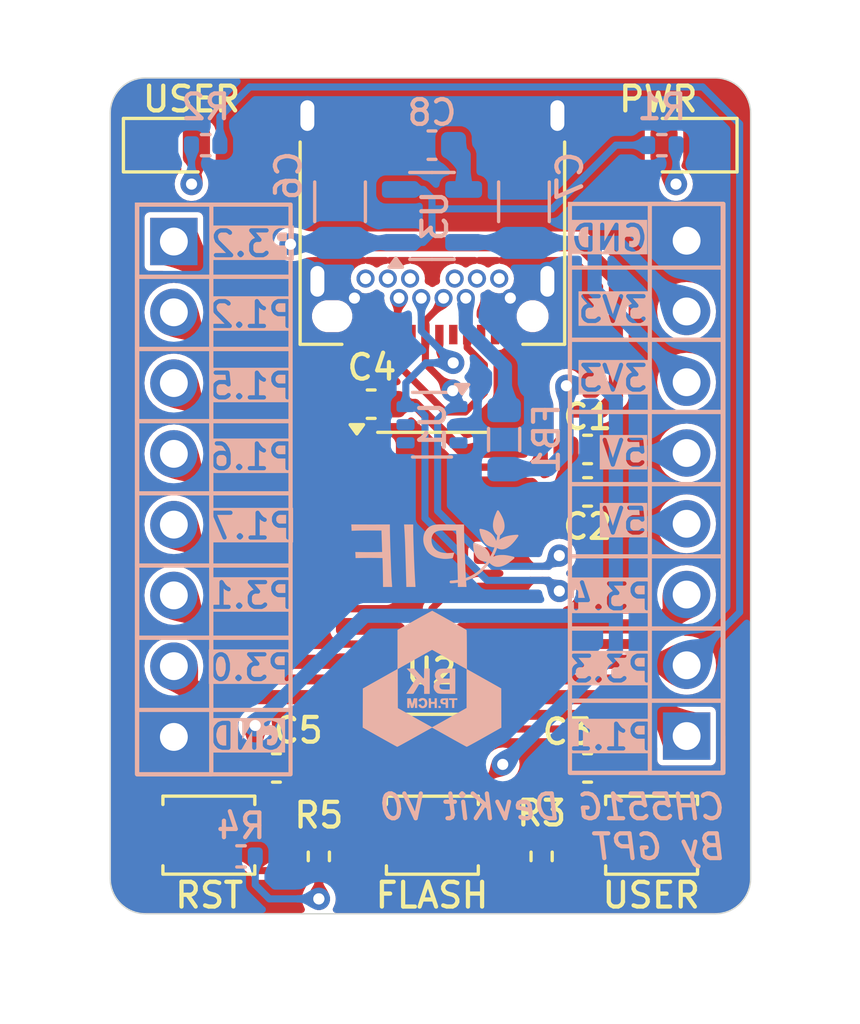
<source format=kicad_pcb>
(kicad_pcb (version 20240108) (generator "pcbnew") (generator_version "8.0")
  (layers (0 "F.Cu" signal) (31 "B.Cu" signal) (34 "B.Paste" user) (35 "F.Paste" user) (36 "B.SilkS" user "B.Silkscreen") (37 "F.SilkS" user "F.Silkscreen") (38 "B.Mask" user) (39 "F.Mask" user) (44 "Edge.Cuts" user))
  (net 0 "")
  (net 1 "GND")
  (net 2 "+5V")
  (net 3 "/P3.4")
  (net 4 "Net-(C3-Pad1)")
  (net 5 "Net-(U2-V33)")
  (net 6 "Net-(C5-Pad2)")
  (net 7 "+3V3")
  (net 8 "Net-(U3-BP)")
  (net 9 "Net-(D1-A)")
  (net 10 "Net-(D2-A)")
  (net 11 "Net-(FB1-Pad1)")
  (net 13 "/UD_N")
  (net 24 "/UD_P")
  (net 26 "/P1.7")
  (net 27 "/P1.5")
  (net 28 "/P1.6")
  (net 29 "/P3.0")
  (net 30 "/P3.1")
  (net 31 "/P1.2")
  (net 32 "/P3.2")
  (net 33 "/P3.3")
  (net 34 "/P1.1")
  (net 35 "/RST")
  (footprint "Capacitor_SMD:C_0603_1608Metric" (layer "F.Cu") (at 199.771 89.7382)
    (property "Reference" "C1")
    (property "Value" "10uF/16V/0603")
  )
  (footprint "Connector_USB:USB_C_Receptacle_Amphenol_12401548E4-2A" (layer "F.Cu") (at 194.197 80.5942 180)
    (property "Reference" "J1" (hide yes))
    (property "Value" "USB_C_Receptacle")
  )
  (footprint "CH551G_DevKit:SW_SMD" (layer "F.Cu") (at 194.183 103.5812)
    (property "Reference" "SW3")
    (property "Value" "FLASH" (hide yes))
  )
  (footprint "Connector_PinHeader_2.54mm:PinHeader_1x08_P2.54mm_Vertical" (layer "F.Cu") (at 184.912 82.2752)
    (property "Reference" "J2")
    (property "Value" "Conn_01x08_Pin")
  )
  (footprint "Capacitor_SMD:C_0603_1608Metric" (layer "F.Cu") (at 191.9986 88.1126)
    (property "Reference" "C4")
    (property "Value" "100nF/16V/0603")
  )
  (footprint "CH551G_DevKit:SW_SMD" (layer "F.Cu") (at 186.182 103.5812 180)
    (property "Reference" "SW2")
    (property "Value" "RST" (hide yes))
  )
  (footprint "Connector_PinHeader_2.54mm:PinHeader_1x08_P2.54mm_Vertical" (layer "F.Cu") (at 203.327 100.0252 180)
    (property "Reference" "J3")
    (property "Value" "Conn_01x08_Pin")
  )
  (footprint "Capacitor_SMD:C_0603_1608Metric" (layer "F.Cu") (at 199.771 101.1682)
    (property "Reference" "C3")
    (property "Value" "100nF/16V/0603")
  )
  (footprint "Resistor_SMD:R_0402_1005Metric" (layer "F.Cu") (at 198.12 104.3432 -90)
    (property "Reference" "R3")
    (property "Value" "100/1%/1_16W")
  )
  (footprint "Resistor_SMD:R_0402_1005Metric" (layer "F.Cu") (at 190.119 104.3432 90)
    (property "Reference" "R5")
    (property "Value" "100/1%/1_16W")
  )
  (footprint "LED_SMD:LED_0805_2012Metric" (layer "F.Cu") (at 203.454 78.8162 180)
    (property "Reference" "D1")
    (property "Value" "PWR")
  )
  (footprint "Package_SO:SOIC-16_3.9x9.9mm_P1.27mm" (layer "F.Cu") (at 194.183 94.1832)
    (property "Reference" "U2")
    (property "Value" "CH551G")
  )
  (footprint "Capacitor_SMD:C_0603_1608Metric" (layer "F.Cu") (at 188.595 101.1682)
    (property "Reference" "C5")
    (property "Value" "100nF/16V/0603")
  )
  (footprint "LED_SMD:LED_0805_2012Metric" (layer "F.Cu") (at 184.785 78.8162)
    (property "Reference" "D2")
    (property "Value" "USER")
  )
  (footprint "CH551G_DevKit:SW_SMD" (layer "F.Cu") (at 202.057 103.5812)
    (property "Reference" "SW1")
    (property "Value" "USER BUTTON" (hide yes))
  )
  (footprint "Capacitor_SMD:C_0603_1608Metric" (layer "F.Cu") (at 199.771 91.2622)
    (property "Reference" "C2")
    (property "Value" "100nF/16V/0603")
  )
  (footprint "clipboard:b9654577-0664-4e2f-8f1b-bbfefe8091ae" (layer "B.Cu") (at 191.6938 99.7204 180)
    (property "Reference" "")
    (property "Value" "")
  )
  (footprint "Resistor_SMD:R_0402_1005Metric" (layer "B.Cu") (at 186.055 78.8162)
    (property "Reference" "R2")
    (property "Value" "470/1%/1_16W")
  )
  (footprint "Capacitor_SMD:C_1206_3216Metric" (layer "B.Cu") (at 197.485 80.8482 90)
    (property "Reference" "C7")
    (property "Value" "1uF/1206/16V")
  )
  (footprint "Package_TO_SOT_SMD:SOT-363_SC-70-6" (layer "B.Cu") (at 194.183 88.8492 180)
    (property "Reference" "U1")
    (property "Value" "SMF05C")
  )
  (footprint "Capacitor_SMD:C_0603_1608Metric" (layer "B.Cu") (at 194.183 78.8162 180)
    (property "Reference" "C8")
    (property "Value" "22nF/0603/50V")
  )
  (footprint "Inductor_SMD:L_0805_2012Metric" (layer "B.Cu") (at 196.7738 89.3826 -90)
    (property "Reference" "FB1")
    (property "Value" "100Ohm/900mA")
  )
  (footprint "Package_TO_SOT_SMD:SOT-23-5" (layer "B.Cu") (at 194.183 81.3562)
    (property "Reference" "U3")
    (property "Value" "RT9193_33GB")
  )
  (footprint "Resistor_SMD:R_0402_1005Metric" (layer "B.Cu") (at 202.438 78.8162 180)
    (property "Reference" "R1")
    (property "Value" "470/1%/1_16W")
  )
  (footprint "Resistor_SMD:R_0402_1005Metric" (layer "B.Cu") (at 187.325 104.3432)
    (property "Reference" "R4")
    (property "Value" "10K/1%/1_16W")
  )
  (footprint "Capacitor_SMD:C_1206_3216Metric" (layer "B.Cu") (at 190.881 80.8482 90)
    (property "Reference" "C6")
    (property "Value" "1uF/1206/16V")
  )
  (gr_rect (start 199.136 93.5736) (end 204.6224 96.1644) (stroke (width 0.15)) (fill none) (layer "B.SilkS"))
  (gr_rect (start 199.136 80.9244) (end 204.6478 101.346) (stroke (width 0.15)) (fill none) (layer "B.SilkS"))
  (gr_rect (start 183.5912 93.9038) (end 189.103 96.4946) (stroke (width 0.15)) (fill none) (layer "B.SilkS"))
  (gr_poly (pts (xy 191.419961 92.428803) (xy 191.282501 92.428884) (xy 191.283118 92.440159) (xy 191.283292 92.443344) (xy 191.283728 92.450709) (xy 191.284217 92.458069) (xy 191.285308 92.472783) (xy 191.285725 92.478262) (xy 191.2866 92.489722) (xy 191.289554 92.531705) (xy 191.292029 92.573686) (xy 191.294073 92.615692) (xy 191.295731 92.657749) (xy 191.322493 92.656762) (xy 191.349247 92.655568) (xy 191.416425 92.652563) (xy 191.483643 92.650196) (xy 191.55088 92.648447) (xy 191.618117 92.647294) (xy 191.638947 92.64699) (xy 191.735971 92.645924) (xy 191.833 92.645594) (xy 191.836055 92.645592) (xy 192.033906 92.646256) (xy 192.368616 92.648488) (xy 192.368584 92.650808) (xy 192.368572 92.67528) (xy 192.368998 92.699743) (xy 192.370498 92.74866) (xy 192.371318 92.774207) (xy 192.37274 92.818366) (xy 192.374236 92.864676) (xy 192.37433 92.8676) (xy 192.374707 92.879356) (xy 192.378152 92.986215) (xy 192.381397 93.086853) (xy 192.381498 93.089987) (xy 192.382 93.105614) (xy 192.3821 93.10873) (xy 192.3823 93.11495) (xy 192.385496 93.214242) (xy 192.38643 93.243229) (xy 192.388396 93.304133) (xy 192.389208 93.329296) (xy 192.389954 93.352388) (xy 192.390222 93.360681) (xy 192.39123 93.388896) (xy 192.392428 93.417103) (xy 192.389397 93.417147) (xy 192.385409 93.417206) (xy 192.381461 93.417265) (xy 192.329005 93.418133) (xy 192.276555 93.419292) (xy 192.197114 93.420987) (xy 192.117677 93.42205) (xy 191.958773 93.422727) (xy 191.9438 93.422723) (xy 191.754754 93.422133) (xy 191.660235 93.421252) (xy 191.565723 93.419831) (xy 191.54669 93.419501) (xy 191.486693 93.418387) (xy 191.426699 93.417103) (xy 191.427041 93.421869) (xy 191.429927 93.464695) (xy 191.432423 93.507533) (xy 191.434466 93.550393) (xy 191.435994 93.593287) (xy 191.436435 93.608066) (xy 191.437283 93.636707) (xy 191.440653 93.636649) (xy 191.523702 93.635223) (xy 191.56387 93.634534) (xy 191.669129 93.632795) (xy 191.679689 93.632628) (xy 191.743262 93.631832) (xy 191.806836 93.631388) (xy 191.933989 93.631166) (xy 191.952966 93.631167) (xy 192.110554 93.631594) (xy 192.18934 93.632381) (xy 192.268126 93.633772) (xy 192.300218 93.634446) (xy 192.304984 93.634542) (xy 192.314459 93.634732) (xy 192.405658 93.636707) (xy 192.410709 93.832466) (xy 192.418411 94.174428) (xy 192.418596 94.184586) (xy 192.42021 94.278322) (xy 192.420256 94.281172) (xy 192.421751 94.398089) (xy 192.422807 94.51501) (xy 192.423257 94.567142) (xy 192.424179 94.673874) (xy 192.439064 94.673889) (xy 192.453944 94.673808) (xy 192.468823 94.673621) (xy 192.483705 94.673317) (xy 192.508602 94.672827) (xy 192.533497 94.672533) (xy 192.583295 94.672381) (xy 192.596092 94.672389) (xy 192.649457 94.672584) (xy 192.676136 94.672916) (xy 192.702814 94.673495) (xy 192.706094 94.673584) (xy 192.709223 94.67367) (xy 192.719981 94.673861) (xy 192.730741 94.673924) (xy 192.752262 94.673874) (xy 192.751413 94.653364) (xy 192.75022 94.632877) (xy 192.747326 94.591929) (xy 192.74542 94.565433) (xy 192.740335 94.494755) (xy 192.734489 94.413196) (xy 192.729165 94.331603) (xy 192.728967 94.328296) (xy 192.725271 94.260193) (xy 192.722127 94.192062) (xy 192.721965 94.188339) (xy 192.716605 94.056152) (xy 192.711655 93.923948) (xy 192.711113 93.90942) (xy 192.705849 93.767899) (xy 192.704675 93.73625) (xy 192.704529 93.732282) (xy 192.700141 93.615006) (xy 192.693165 93.4278) (xy 192.693025 93.42399) (xy 192.68627 93.227539) (xy 192.678654 92.960907) (xy 192.678408 92.951065) (xy 192.675384 92.824447) (xy 192.672733 92.69782) (xy 192.672566 92.68911) (xy 192.671375 92.608475) (xy 192.670769 92.527834) (xy 192.670564 92.49091) (xy 192.670241 92.428884) (xy 192.477436 92.42914) (xy 192.432771 92.429251) (xy 192.352736 92.429449) (xy 192.34794 92.429461) (xy 192.295121 92.429594) (xy 192.276015 92.429642) (xy 192.271252 92.429654) (xy 192.19154 92.429851) (xy 192.147178 92.429962) (xy 192.005449 92.430248) (xy 191.86372 92.429962) (xy 191.837404 92.429828) (xy 191.83271 92.429806) (xy 191.823201 92.42976) (xy 191.808826 92.429689) (xy 191.696042 92.429179) (xy 191.693356 92.429168) (xy 191.425459 92.428801)) (stroke (width -0.000001)) (fill solid) (layer "B.SilkS"))
  (gr_rect (start 183.5912 80.9498) (end 186.2582 101.3968) (stroke (width 0.15)) (fill none) (layer "B.SilkS"))
  (gr_rect (start 183.5912 86.1314) (end 189.103 88.7222) (stroke (width 0.15)) (fill none) (layer "B.SilkS"))
  (gr_rect (start 199.136 88.392) (end 204.6224 90.9828) (stroke (width 0.15)) (fill none) (layer "B.SilkS"))
  (gr_rect (start 199.136 96.1644) (end 204.6224 98.7552) (stroke (width 0.15)) (fill none) (layer "B.SilkS"))
  (gr_poly (pts (xy 193.179564 92.428884) (xy 193.179539 92.432659) (xy 193.179558 92.436426) (xy 193.17962 92.440187) (xy 193.179723 92.443944) (xy 193.180044 92.451457) (xy 193.18051 92.458984) (xy 193.180817 92.463514) (xy 193.181487 92.473259) (xy 193.182567 92.489035) (xy 193.183921 92.508897) (xy 193.18824 92.573035) (xy 193.18845 92.576177) (xy 193.194034 92.663845) (xy 193.199337 92.755043) (xy 193.209991 92.962019) (xy 193.210119 92.964713) (xy 193.214678 93.073762) (xy 193.221971 93.295446) (xy 193.235261 93.742376) (xy 193.257811 94.527165) (xy 193.257958 94.534533) (xy 193.259284 94.605709) (xy 193.259418 94.613798) (xy 193.259793 94.637679) (xy 193.259924 94.645816) (xy 193.259969 94.649369) (xy 193.260045 94.652446) (xy 193.260163 94.655515) (xy 193.260321 94.658578) (xy 193.260516 94.661637) (xy 193.260999 94.667752) (xy 193.261585 94.673874) (xy 193.275906 94.673889) (xy 193.290221 94.673807) (xy 193.304535 94.673619) (xy 193.318853 94.673317) (xy 193.343651 94.67282) (xy 193.368448 94.672528) (xy 193.418049 94.672378) (xy 193.440295 94.672374) (xy 193.489591 94.672572) (xy 193.514234 94.672896) (xy 193.53888 94.673411) (xy 193.551908 94.673673) (xy 193.564933 94.673826) (xy 193.57796 94.673887) (xy 193.590991 94.673874) (xy 193.590143 94.651519) (xy 193.588911 94.629187) (xy 193.585887 94.584551) (xy 193.582429 94.533855) (xy 193.582246 94.531148) (xy 193.577143 94.453796) (xy 193.571022 94.350687) (xy 193.562839 94.196069) (xy 193.551548 93.964192) (xy 193.55103 93.952108) (xy 193.5509 93.949074) (xy 193.548895 93.902728) (xy 193.548758 93.899585) (xy 193.548207 93.886961) (xy 193.544457 93.798317) (xy 193.539356 93.664856) (xy 193.531497 93.441763) (xy 193.519471 93.084224) (xy 193.51938 93.081082) (xy 193.511962 92.814806) (xy 193.511843 92.810402) (xy 193.510389 92.755351) (xy 193.510096 92.74421) (xy 193.509182 92.705422) (xy 193.508901 92.686027) (xy 193.50882 92.666626) (xy 193.508819 92.658665) (xy 193.508836 92.637708) (xy 193.508847 92.615563) (xy 193.508875 92.573921) (xy 193.508904 92.52639) (xy 193.50897 92.428884) (xy 193.478984 92.42891) (xy 193.448998 92.429169) (xy 193.428463 92.429422) (xy 193.42411 92.429473) (xy 193.375548 92.429871) (xy 193.326997 92.429934) (xy 193.278447 92.429678) (xy 193.229887 92.429121) (xy 193.204726 92.42888)) (stroke (width -0.000001)) (fill solid) (layer "B.SilkS"))
  (gr_rect (start 199.136 83.2104) (end 204.6224 85.8012) (stroke (width 0.15)) (fill none) (layer "B.SilkS"))
  (gr_rect (start 199.136 98.7552) (end 204.6224 101.346) (stroke (width 0.15)) (fill none) (layer "B.SilkS"))
  (gr_rect (start 183.5912 91.313) (end 189.103 93.9038) (stroke (width 0.15)) (fill none) (layer "B.SilkS"))
  (gr_rect (start 199.136 90.9828) (end 204.6224 93.5736) (stroke (width 0.15)) (fill none) (layer "B.SilkS"))
  (gr_rect (start 183.5912 80.9498) (end 189.103 101.3968) (stroke (width 0.15)) (fill none) (layer "B.SilkS"))
  (gr_rect (start 199.136 85.8012) (end 204.6224 88.392) (stroke (width 0.15)) (fill none) (layer "B.SilkS"))
  (gr_poly (pts (xy 196.5465 91.9226) (xy 196.544184 91.922811) (xy 196.541905 91.923162) (xy 196.539679 91.923657) (xy 196.53752 91.924301) (xy 196.535441 91.925097) (xy 196.533459 91.926052) (xy 196.531587 91.927168) (xy 196.530034 91.928386) (xy 196.529478 91.928834) (xy 196.528991 91.92924) (xy 196.528513 91.929656) (xy 196.527985 91.930133) (xy 196.526543 91.931467) (xy 196.52383 91.933912) (xy 196.523291 91.934521) (xy 196.52278 91.93513) (xy 196.522294 91.935739) (xy 196.52183 91.93635) (xy 196.521388 91.936963) (xy 196.520964 91.937581) (xy 196.520557 91.938205) (xy 196.520164 91.938835) (xy 196.519783 91.939474) (xy 196.519413 91.940122) (xy 196.518694 91.941452) (xy 196.517989 91.942835) (xy 196.517282 91.944283) (xy 196.515205 91.948577) (xy 196.513772 91.951687) (xy 196.512366 91.954806) (xy 196.510981 91.957935) (xy 196.509614 91.961073) (xy 196.508611 91.963226) (xy 196.507587 91.965368) (xy 196.505486 91.969628) (xy 196.503338 91.973864) (xy 196.501165 91.978089) (xy 196.500219 91.979999) (xy 196.499324 91.981905) (xy 196.498477 91.983815) (xy 196.497673 91.985734) (xy 196.496907 91.98767) (xy 196.496175 91.989629) (xy 196.495471 91.991619) (xy 196.494793 91.993644) (xy 196.494019 91.995129) (xy 196.493223 91.996603) (xy 196.492407 91.998065) (xy 196.491568 91.999515) (xy 196.490525 92.001386) (xy 196.489524 92.00326) (xy 196.488562 92.005142) (xy 196.487636 92.007036) (xy 196.486741 92.008946) (xy 196.485874 92.010876) (xy 196.485031 92.012829) (xy 196.48421 92.014811) (xy 196.48082 92.022914) (xy 196.475896 92.034795) (xy 196.474382 92.038595) (xy 196.473368 92.041357) (xy 196.472752 92.043374) (xy 196.472563 92.044195) (xy 196.472436 92.044939) (xy 196.47232 92.046345) (xy 196.472303 92.047884) (xy 196.469657 92.047884) (xy 196.468004 92.052349) (xy 196.465566 92.058757) (xy 196.463054 92.065131) (xy 196.460434 92.07146) (xy 196.459071 92.074604) (xy 196.457669 92.077732) (xy 196.45687 92.079553) (xy 196.456113 92.081378) (xy 196.455393 92.083211) (xy 196.454705 92.085052) (xy 196.454043 92.086903) (xy 196.453404 92.088766) (xy 196.45217 92.092533) (xy 196.451761 92.093677) (xy 196.451336 92.094808) (xy 196.450894 92.095928) (xy 196.450438 92.097041) (xy 196.449969 92.098148) (xy 196.449487 92.099252) (xy 196.448491 92.101462) (xy 196.447684 92.103274) (xy 196.446916 92.10509) (xy 196.446182 92.106911) (xy 196.445478 92.108741) (xy 196.444802 92.110581) (xy 196.44415 92.112433) (xy 196.443516 92.114301) (xy 196.442899 92.116185) (xy 196.441805 92.119472) (xy 196.440672 92.122741) (xy 196.439502 92.125994) (xy 196.438295 92.129232) (xy 196.437052 92.132456) (xy 196.435773 92.135668) (xy 196.43446 92.138868) (xy 196.433112 92.142059) (xy 196.432186 92.144323) (xy 196.431332 92.146572) (xy 196.430542 92.148818) (xy 196.429811 92.151069) (xy 196.42913 92.153336) (xy 196.428494 92.155629) (xy 196.427894 92.157958) (xy 196.427324 92.160332) (xy 196.426675 92.161661) (xy 196.426018 92.162986) (xy 196.425352 92.164307) (xy 196.424678 92.165624) (xy 196.423719 92.168849) (xy 196.422806 92.172081) (xy 196.421929 92.175324) (xy 196.421076 92.178579) (xy 196.420048 92.182491) (xy 196.419097 92.186191) (xy 196.418775 92.187363) (xy 196.418634 92.187852) (xy 196.4185 92.188289) (xy 196.418366 92.188687) (xy 196.418228 92.189054) (xy 196.41808 92.189401) (xy 196.417917 92.18974) (xy 196.417734 92.190081) (xy 196.417524 92.190434) (xy 196.417283 92.190811) (xy 196.417005 92.19122) (xy 196.416317 92.192182) (xy 196.415418 92.193405) (xy 196.415043 92.195008) (xy 196.414699 92.196618) (xy 196.414384 92.198234) (xy 196.414095 92.199854) (xy 196.413748 92.201619) (xy 196.413367 92.203334) (xy 196.412949 92.205011) (xy 196.412488 92.206662) (xy 196.41198 92.208299) (xy 196.41142 92.209934) (xy 196.410803 92.21158) (xy 196.410126 92.213249) (xy 196.409206 92.216894) (xy 196.408312 92.220545) (xy 196.407512 92.223593) (xy 196.40667 92.226627) (xy 196.404917 92.232679) (xy 196.403319 92.238424) (xy 196.401835 92.244186) (xy 196.400453 92.249973) (xy 196.39916 92.255794) (xy 196.398879 92.257034) (xy 196.398651 92.258007) (xy 196.398447 92.258796) (xy 196.398346 92.259147) (xy 196.398242 92.259483) (xy 196.398131 92.259814) (xy 196.398009 92.260151) (xy 196.397721 92.260884) (xy 196.39735 92.261763) (xy 196.396871 92.262874) (xy 196.396612 92.263552) (xy 196.396369 92.264227) (xy 196.395932 92.265567) (xy 196.39555 92.266903) (xy 196.395215 92.268241) (xy 196.394918 92.269589) (xy 196.394651 92.270956) (xy 196.394404 92.272347) (xy 196.394169 92.273772) (xy 196.394027 92.275278) (xy 196.393962 92.275902) (xy 196.393895 92.276455) (xy 196.393823 92.276951) (xy 196.393742 92.277401) (xy 196.393648 92.277817) (xy 196.393537 92.278211) (xy 196.393406 92.278596) (xy 196.393251 92.278983) (xy 196.393068 92.279385) (xy 196.392854 92.279814) (xy 196.392604 92.280282) (xy 196.392315 92.280801) (xy 196.391605 92.28204) (xy 196.391094 92.285534) (xy 196.390625 92.289033) (xy 196.38975 92.296039) (xy 196.389616 92.296772) (xy 196.389474 92.297467) (xy 196.389325 92.298131) (xy 196.389167 92.298767) (xy 196.389 92.29938) (xy 196.388823 92.299974) (xy 196.388635 92.300553) (xy 196.388435 92.301123) (xy 196.388223 92.301687) (xy 196.387997 92.30225) (xy 196.387502 92.30339) (xy 196.386943 92.30458) (xy 196.386314 92.305853) (xy 196.386096 92.307812) (xy 196.385914 92.309774) (xy 196.385767 92.31174) (xy 196.385652 92.313708) (xy 196.385554 92.315599) (xy 196.38546 92.317085) (xy 196.385407 92.317718) (xy 196.385347 92.318298) (xy 196.385277 92.318842) (xy 196.385193 92.319367) (xy 196.385094 92.319888) (xy 196.384975 92.320422) (xy 196.384835 92.320985) (xy 196.384671 92.321593) (xy 196.384256 92.32301) (xy 196.383709 92.324803) (xy 196.383366 92.32574) (xy 196.383059 92.326678) (xy 196.382785 92.327616) (xy 196.382542 92.328554) (xy 196.382326 92.329494) (xy 196.382136 92.330435) (xy 196.381968 92.331379) (xy 196.381819 92.332326) (xy 196.381571 92.334232) (xy 196.38137 92.336157) (xy 196.381022 92.340083) (xy 196.380614 92.344348) (xy 196.380375 92.346443) (xy 196.380097 92.348522) (xy 196.379766 92.350592) (xy 196.379371 92.352659) (xy 196.378898 92.354732) (xy 196.378335 92.356816) (xy 196.378064 92.357838) (xy 196.377821 92.358851) (xy 196.377604 92.359857) (xy 196.377412 92.360858) (xy 196.377095 92.36285) (xy 196.376856 92.364837) (xy 196.376681 92.366833) (xy 196.376554 92.36885) (xy 196.376462 92.370898) (xy 196.376392 92.372991) (xy 196.376249 92.375938) (xy 196.376065 92.378856) (xy 196.375834 92.381752) (xy 196.37555 92.384635) (xy 196.375206 92.38751) (xy 196.374795 92.390387) (xy 196.374311 92.393271) (xy 196.373748 92.396171) (xy 196.373318 92.39868) (xy 196.372948 92.401196) (xy 196.372365 92.406246) (xy 196.371965 92.411317) (xy 196.371713 92.416402) (xy 196.371575 92.421495) (xy 196.371515 92.426591) (xy 196.371493 92.436765) (xy 196.371482 92.439741) (xy 196.371444 92.455327) (xy 196.371417 92.463278) (xy 196.371367 92.47123) (xy 196.371342 92.477435) (xy 196.371334 92.483641) (xy 196.371323 92.486569) (xy 196.371302 92.489496) (xy 196.371317 92.493904) (xy 196.37144 92.49825) (xy 196.371679 92.502549) (xy 196.37204 92.506817) (xy 196.372528 92.511071) (xy 196.37315 92.515326) (xy 196.373912 92.519598) (xy 196.37482 92.523904) (xy 196.375213 92.52587) (xy 196.375538 92.527812) (xy 196.375802 92.529741) (xy 196.376013 92.531665) (xy 196.376178 92.533595) (xy 196.376305 92.53554) (xy 196.376401 92.53751) (xy 196.376475 92.539513) (xy 196.376574 92.541771) (xy 196.376729 92.543897) (xy 196.376833 92.544921) (xy 196.376956 92.545926) (xy 196.377101 92.546916) (xy 196.377269 92.547894) (xy 196.377463 92.548867) (xy 196.377684 92.549838) (xy 196.377935 92.550812) (xy 196.378217 92.551794) (xy 196.378533 92.552787) (xy 196.378884 92.553797) (xy 196.379272 92.554828) (xy 196.379699 92.555884) (xy 196.38007 92.558193) (xy 196.380413 92.560507) (xy 196.38073 92.562824) (xy 196.381022 92.565144) (xy 196.381303 92.567272) (xy 196.381628 92.569316) (xy 196.382004 92.571298) (xy 196.382442 92.573239) (xy 196.382951 92.575161) (xy 196.383539 92.577084) (xy 196.384216 92.57903) (xy 196.384991 92.581019) (xy 196.385529 92.584041) (xy 196.386013 92.587067) (xy 196.386461 92.590098) (xy 196.386892 92.593138) (xy 196.387028 92.593787) (xy 196.387171 92.594411) (xy 196.387323 92.595014) (xy 196.387484 92.595598) (xy 196.387655 92.596167) (xy 196.387835 92.596722) (xy 196.388026 92.597267) (xy 196.388228 92.597805) (xy 196.388665 92.59887) (xy 196.389151 92.59994) (xy 196.389689 92.601038) (xy 196.390282 92.602186) (xy 196.390647 92.603604) (xy 196.390989 92.605028) (xy 196.391309 92.606457) (xy 196.391605 92.607891) (xy 196.3927 92.612915) (xy 196.393296 92.615385) (xy 196.393954 92.617828) (xy 196.394695 92.620244) (xy 196.395104 92.621441) (xy 196.395542 92.622631) (xy 196.396012 92.623814) (xy 196.396517 92.624991) (xy 196.397059 92.62616) (xy 196.397641 92.627322) (xy 196.398349 92.628637) (xy 196.398637 92.629188) (xy 196.398886 92.629683) (xy 196.3991 92.630137) (xy 196.399283 92.630562) (xy 196.399438 92.63097) (xy 196.399568 92.631375) (xy 196.399679 92.631789) (xy 196.399773 92.632224) (xy 196.399855 92.632693) (xy 196.399928 92.63321) (xy 196.399995 92.633787) (xy 196.400061 92.634436) (xy 196.400204 92.636003) (xy 196.400343 92.636876) (xy 196.400498 92.637697) (xy 196.40067 92.638472) (xy 196.400859 92.639208) (xy 196.401068 92.63991) (xy 196.401295 92.640584) (xy 196.401544 92.641237) (xy 196.401813 92.641875) (xy 196.402104 92.642504) (xy 196.402419 92.64313) (xy 196.402757 92.643759) (xy 196.40312 92.644397) (xy 196.403923 92.645726) (xy 196.404835 92.647165) (xy 196.405992 92.650721) (xy 196.406654 92.652564) (xy 196.407366 92.654366) (xy 196.408124 92.656135) (xy 196.40892 92.65788) (xy 196.40975 92.659611) (xy 196.410607 92.661337) (xy 196.412379 92.664808) (xy 196.413182 92.666501) (xy 196.413951 92.668204) (xy 196.414688 92.669917) (xy 196.4154 92.671639) (xy 196.41609 92.67337) (xy 196.416763 92.67511) (xy 196.418074 92.678616) (xy 196.418511 92.679593) (xy 196.418864 92.680359) (xy 196.41902 92.680684) (xy 196.41917 92.68098) (xy 196.419318 92.681256) (xy 196.419469 92.68152) (xy 196.419628 92.68178) (xy 196.419799 92.682044) (xy 196.419988 92.682321) (xy 196.420199 92.682618) (xy 196.420707 92.683307) (xy 196.421361 92.684176) (xy 196.421764 92.684733) (xy 196.422142 92.685288) (xy 196.422498 92.685843) (xy 196.422833 92.686398) (xy 196.42315 92.686955) (xy 196.423451 92.687514) (xy 196.423737 92.688076) (xy 196.424011 92.688643) (xy 196.424529 92.689795) (xy 196.425023 92.690978) (xy 196.426001 92.693467) (xy 196.426907 92.695052) (xy 196.42783 92.696628) (xy 196.428768 92.698194) (xy 196.429722 92.699751) (xy 196.432166 92.703816) (xy 196.434543 92.70791) (xy 196.436861 92.712039) (xy 196.439127 92.716205) (xy 196.439603 92.717002) (xy 196.439993 92.717633) (xy 196.440171 92.717904) (xy 196.440345 92.718157) (xy 196.440521 92.718398) (xy 196.440706 92.718634) (xy 196.440905 92.718873) (xy 196.441124 92.719122) (xy 196.44137 92.719389) (xy 196.441647 92.719682) (xy 196.442323 92.720371) (xy 196.443199 92.721249) (xy 196.444362 92.724267) (xy 196.44469 92.725035) (xy 196.445031 92.725781) (xy 196.445384 92.726507) (xy 196.445751 92.727216) (xy 196.446129 92.727909) (xy 196.446519 92.728589) (xy 196.446922 92.729257) (xy 196.447336 92.729917) (xy 196.448199 92.731219) (xy 196.449107 92.732511) (xy 196.450059 92.733812) (xy 196.451054 92.735139) (xy 196.453061 92.737838) (xy 196.454038 92.739186) (xy 196.454994 92.740542) (xy 196.455929 92.741912) (xy 196.456839 92.743303) (xy 196.457725 92.744723) (xy 196.458583 92.746177) (xy 196.460397 92.74903) (xy 196.463043 92.74903) (xy 196.464035 92.75118) (xy 196.466039 92.754841) (xy 196.467096 92.756657) (xy 196.46819 92.758457) (xy 196.469323 92.760239) (xy 196.470496 92.761997) (xy 196.471709 92.763728) (xy 196.472963 92.765428) (xy 196.47426 92.767092) (xy 196.4756 92.768718) (xy 196.476985 92.7703) (xy 196.478415 92.771835) (xy 196.479891 92.77332) (xy 196.481415 92.774749) (xy 196.482987 92.776119) (xy 196.484607 92.777426) (xy 196.48576 92.778499) (xy 196.486885 92.779604) (xy 196.487983 92.78074) (xy 196.489058 92.781902) (xy 196.490111 92.783088) (xy 196.491146 92.784294) (xy 196.493167 92.786754) (xy 196.500963 92.796779) (xy 196.501687 92.797646) (xy 196.502413 92.798483) (xy 196.503143 92.799293) (xy 196.503878 92.800078) (xy 196.504619 92.800838) (xy 196.50537 92.801577) (xy 196.506131 92.802296) (xy 196.506905 92.802998) (xy 196.507693 92.803684) (xy 196.508496 92.804356) (xy 196.509317 92.805017) (xy 196.510158 92.805668) (xy 196.511019 92.806311) (xy 196.511904 92.806949) (xy 196.512813 92.807583) (xy 196.513748 92.808215) (xy 196.514406 92.808729) (xy 196.51504 92.809259) (xy 196.515652 92.809804) (xy 196.516245 92.810363) (xy 196.51682 92.810935) (xy 196.517379 92.811519) (xy 196.517925 92.812114) (xy 196.51846 92.81272) (xy 196.519503 92.813957) (xy 196.520525 92.815225) (xy 196.522574 92.817822) (xy 196.52522 92.819144) (xy 196.525344 92.82185) (xy 196.525383 92.82449) (xy 196.525328 92.827084) (xy 196.525169 92.829649) (xy 196.525048 92.830926) (xy 196.524897 92.832203) (xy 196.524717 92.833482) (xy 196.524505 92.834764) (xy 196.52426 92.836053) (xy 196.523981 92.837351) (xy 196.523668 92.838659) (xy 196.523318 92.83998) (xy 196.522943 92.841396) (xy 196.5226 92.842806) (xy 196.522009 92.845612) (xy 196.521531 92.848409) (xy 196.521152 92.851207) (xy 196.520857 92.854017) (xy 196.520632 92.856851) (xy 196.520463 92.859718) (xy 196.520337 92.86263) (xy 196.520269 92.863973) (xy 196.5202 92.865021) (xy 196.520159 92.86546) (xy 196.52011 92.865858) (xy 196.520051 92.866223) (xy 196.519979 92.866568) (xy 196.519892 92.866902) (xy 196.519787 92.867237) (xy 196.519663 92.867581) (xy 196.519516 92.867947) (xy 196.519144 92.868785) (xy 196.518652 92.869834) (xy 196.518229 92.871005) (xy 196.517858 92.872186) (xy 196.517534 92.873377) (xy 196.517252 92.874575) (xy 196.51701 92.875781) (xy 196.516801 92.876994) (xy 196.516623 92.878213) (xy 196.516471 92.879437) (xy 196.516228 92.881897) (xy 196.516038 92.88437) (xy 196.51568 92.889326) (xy 196.51546 92.891459) (xy 196.51519 92.893494) (xy 196.514863 92.895458) (xy 196.514466 92.897377) (xy 196.513991 92.899277) (xy 196.513721 92.900229) (xy 196.513427 92.901186) (xy 196.513108 92.902152) (xy 196.512763 92.903129) (xy 196.511991 92.905134) (xy 196.511767 92.906596) (xy 196.511566 92.908059) (xy 196.511386 92.909525) (xy 196.511223 92.910992) (xy 196.510933 92.91393) (xy 196.510668 92.916875) (xy 196.510393 92.919636) (xy 196.510065 92.922338) (xy 196.509679 92.924999) (xy 196.50923 92.927632) (xy 196.508712 92.930254) (xy 196.508121 92.93288) (xy 196.507452 92.935526) (xy 196.506699 92.938207) (xy 196.506546 92.939621) (xy 196.50641 92.941033) (xy 196.506181 92.943854) (xy 196.505995 92.946678) (xy 196.505831 92.949514) (xy 196.505739 92.950702) (xy 196.505691 92.951197) (xy 196.505635 92.951639) (xy 196.505567 92.95204) (xy 196.505483 92.95241) (xy 196.505378 92.95276) (xy 196.505247 92.953099) (xy 196.505086 92.953439) (xy 196.50489 92.953791) (xy 196.504654 92.954164) (xy 196.504375 92.95457) (xy 196.504048 92.955019) (xy 196.503668 92.955521) (xy 196.50273 92.956728) (xy 196.502343 92.959334) (xy 196.501993 92.96193) (xy 196.501682 92.964528) (xy 196.501407 92.967146) (xy 196.501161 92.969437) (xy 196.500869 92.971665) (xy 196.50052 92.973843) (xy 196.5001 92.975987) (xy 196.499595 92.978111) (xy 196.499306 92.97917) (xy 196.498992 92.98023) (xy 196.498649 92.981291) (xy 196.498278 92.982357) (xy 196.497875 92.983429) (xy 196.497439 92.984509) (xy 196.49707 92.986632) (xy 196.496727 92.988759) (xy 196.496409 92.990891) (xy 196.496116 92.993025) (xy 196.4958 92.995193) (xy 196.495434 92.997309) (xy 196.495017 92.999385) (xy 196.494549 93.001436) (xy 196.494028 93.003473) (xy 196.493454 93.005512) (xy 196.492828 93.007564) (xy 196.492147 93.009644) (xy 196.491899 93.011251) (xy 196.491677 93.012862) (xy 196.491483 93.014476) (xy 196.49132 93.016094) (xy 196.49102 93.019225) (xy 196.490824 93.021551) (xy 196.490174 93.020811) (xy 196.48958 93.020075) (xy 196.489039 93.019341) (xy 196.488546 93.018604) (xy 196.488099 93.017864) (xy 196.487692 93.017116) (xy 196.487322 93.01636) (xy 196.486986 93.015592) (xy 196.486678 93.014809) (xy 196.486395 93.01401) (xy 196.486134 93.013192) (xy 196.48589 93.012351) (xy 196.485659 93.011486) (xy 196.485437 93.010594) (xy 196.485005 93.008719) (xy 196.483808 93.00416) (xy 196.482861 93.000687) (xy 196.482079 92.998095) (xy 196.481723 92.997064) (xy 196.481375 92.996176) (xy 196.481024 92.995406) (xy 196.480661 92.994727) (xy 196.480273 92.994113) (xy 196.479851 92.993539) (xy 196.479383 92.992978) (xy 196.478858 92.992406) (xy 196.477595 92.991124) (xy 196.477099 92.986824) (xy 196.476936 92.985914) (xy 196.476761 92.98506) (xy 196.476572 92.984256) (xy 196.476368 92.983494) (xy 196.476148 92.982768) (xy 196.475911 92.982072) (xy 196.475655 92.981398) (xy 196.475378 92.980741) (xy 196.475081 92.980092) (xy 196.474761 92.979446) (xy 196.474418 92.978796) (xy 196.47405 92.978135) (xy 196.473234 92.976754) (xy 196.472303 92.975249) (xy 196.471063 92.970866) (xy 196.470535 92.969141) (xy 196.469968 92.96748) (xy 196.469361 92.965868) (xy 196.468713 92.964291) (xy 196.468022 92.962731) (xy 196.46729 92.961175) (xy 196.466514 92.959606) (xy 196.465694 92.958009) (xy 196.465248 92.95712) (xy 196.464815 92.956225) (xy 196.464392 92.955325) (xy 196.463978 92.95442) (xy 196.46317 92.952601) (xy 196.462381 92.950775) (xy 196.461683 92.949173) (xy 196.460969 92.947586) (xy 196.459497 92.944441) (xy 196.457973 92.941321) (xy 196.456408 92.938207) (xy 196.455698 92.936739) (xy 196.455009 92.935264) (xy 196.453679 92.932296) (xy 196.452396 92.929306) (xy 196.451137 92.926301) (xy 196.448491 92.926301) (xy 196.447664 92.92258) (xy 196.447259 92.92123) (xy 196.446812 92.919901) (xy 196.446325 92.91859) (xy 196.445801 92.917295) (xy 196.445244 92.916016) (xy 196.444658 92.914751) (xy 196.44341 92.912254) (xy 196.442084 92.909792) (xy 196.440707 92.907353) (xy 196.437907 92.902488) (xy 196.436585 92.899842) (xy 196.433939 92.899842) (xy 196.432885 92.896359) (xy 196.432147 92.894396) (xy 196.431349 92.892455) (xy 196.430493 92.890537) (xy 196.429583 92.888641) (xy 196.428622 92.886768) (xy 196.427614 92.884917) (xy 196.426561 92.883088) (xy 196.425467 92.88128) (xy 196.424335 92.879495) (xy 196.423169 92.877731) (xy 196.420747 92.874267) (xy 196.418227 92.870888) (xy 196.415635 92.867591) (xy 196.415036 92.866827) (xy 196.41479 92.866503) (xy 196.414573 92.866206) (xy 196.414383 92.865926) (xy 196.414213 92.865656) (xy 196.414061 92.865386) (xy 196.413921 92.865107) (xy 196.413791 92.86481) (xy 196.413665 92.864486) (xy 196.41354 92.864126) (xy 196.41341 92.863722) (xy 196.413273 92.863264) (xy 196.413124 92.862743) (xy 196.412772 92.861478) (xy 196.410126 92.861478) (xy 196.409299 92.858832) (xy 196.408896 92.857978) (xy 196.408477 92.857146) (xy 196.408044 92.856333) (xy 196.407598 92.855538) (xy 196.407138 92.854758) (xy 196.406665 92.853991) (xy 196.405682 92.85249) (xy 196.404653 92.851018) (xy 196.403579 92.84956) (xy 196.402466 92.8481) (xy 196.401315 92.846621) (xy 196.400702 92.845858) (xy 196.400226 92.845251) (xy 196.400028 92.844989) (xy 196.399851 92.844743) (xy 196.399689 92.844508) (xy 196.39954 92.844275) (xy 196.399398 92.844038) (xy 196.399258 92.843789) (xy 196.399116 92.84352) (xy 196.398968 92.843225) (xy 196.398634 92.842527) (xy 196.39822 92.841634) (xy 196.395574 92.841634) (xy 196.394582 92.83874) (xy 196.394238 92.837987) (xy 196.393886 92.837258) (xy 196.393525 92.836551) (xy 196.393154 92.835865) (xy 196.392773 92.835196) (xy 196.39238 92.834543) (xy 196.391976 92.833903) (xy 196.391558 92.833275) (xy 196.391126 92.832657) (xy 196.390679 92.832045) (xy 196.390216 92.831439) (xy 196.389737 92.830835) (xy 196.388725 92.829627) (xy 196.387637 92.828405) (xy 196.384991 92.828405) (xy 196.384743 92.826172) (xy 196.384508 92.825543) (xy 196.384259 92.824952) (xy 196.383996 92.824395) (xy 196.383718 92.823869) (xy 196.383426 92.82337) (xy 196.383118 92.822895) (xy 196.382794 92.822439) (xy 196.382453 92.821998) (xy 196.382096 92.821569) (xy 196.381721 92.821148) (xy 196.381329 92.820731) (xy 196.380918 92.820315) (xy 196.380041 92.819468) (xy 196.379084 92.818576) (xy 196.37844 92.817904) (xy 196.377811 92.817221) (xy 196.376589 92.815825) (xy 196.37541 92.814395) (xy 196.374264 92.812936) (xy 196.373144 92.811457) (xy 196.37204 92.809965) (xy 196.369844 92.806964) (xy 196.367793 92.804592) (xy 196.365147 92.804592) (xy 196.364155 92.802282) (xy 196.363795 92.801653) (xy 196.363427 92.80105) (xy 196.363051 92.80047) (xy 196.362666 92.799911) (xy 196.362272 92.79937) (xy 196.361869 92.798844) (xy 196.361455 92.798333) (xy 196.361031 92.797832) (xy 196.360596 92.79734) (xy 196.36015 92.796854) (xy 196.359222 92.79589) (xy 196.358243 92.79492) (xy 196.35721 92.793926) (xy 196.356066 92.792818) (xy 196.354986 92.791736) (xy 196.353958 92.790661) (xy 196.352974 92.789576) (xy 196.352495 92.789023) (xy 196.352023 92.788461) (xy 196.351557 92.787886) (xy 196.351096 92.787297) (xy 196.350638 92.786691) (xy 196.350182 92.786066) (xy 196.349727 92.785419) (xy 196.349272 92.784749) (xy 196.346626 92.784749) (xy 196.34398 92.779457) (xy 196.341335 92.779457) (xy 196.340012 92.775488) (xy 196.337366 92.775488) (xy 196.33472 92.770197) (xy 196.332074 92.770197) (xy 196.330751 92.766228) (xy 196.330078 92.76555) (xy 196.329539 92.765014) (xy 196.329083 92.76457) (xy 196.328653 92.76417) (xy 196.328196 92.763763) (xy 196.327658 92.763301) (xy 196.326121 92.762011) (xy 196.323155 92.759481) (xy 196.320209 92.756932) (xy 196.317284 92.754359) (xy 196.31438 92.751758) (xy 196.308445 92.746491) (xy 196.303936 92.742533) (xy 196.300595 92.739697) (xy 196.299282 92.738641) (xy 196.298164 92.737795) (xy 196.297209 92.737137) (xy 196.296385 92.736642) (xy 196.29566 92.736288) (xy 196.295001 92.73605) (xy 196.294377 92.735906) (xy 196.293754 92.735832) (xy 196.292387 92.735801) (xy 196.291064 92.731832) (xy 196.289333 92.730417) (xy 196.28868 92.729899) (xy 196.288066 92.729429) (xy 196.287414 92.728949) (xy 196.286645 92.728402) (xy 196.284449 92.726871) (xy 196.280023 92.723699) (xy 196.27566 92.720463) (xy 196.271351 92.717156) (xy 196.267086 92.713771) (xy 196.266259 92.71318) (xy 196.26591 92.712936) (xy 196.26559 92.71272) (xy 196.26529 92.712527) (xy 196.265002 92.712354) (xy 196.264715 92.712195) (xy 196.264419 92.712046) (xy 196.264107 92.711902) (xy 196.263767 92.711759) (xy 196.263391 92.711613) (xy 196.26297 92.711458) (xy 196.261951 92.711105) (xy 196.260637 92.710665) (xy 196.259314 92.708019) (xy 196.258068 92.707209) (xy 196.25683 92.706444) (xy 196.25559 92.705723) (xy 196.25434 92.70504) (xy 196.253071 92.704395) (xy 196.251774 92.703782) (xy 196.25044 92.7032) (xy 196.249061 92.702645) (xy 196.248006 92.702326) (xy 196.247574 92.702186) (xy 196.247199 92.70205) (xy 196.246873 92.701915) (xy 196.246727 92.701845) (xy 196.24659 92.701773) (xy 196.246463 92.701698) (xy 196.246345 92.701619) (xy 196.246234 92.701536) (xy 196.24613 92.701448) (xy 196.246032 92.701353) (xy 196.24594 92.701253) (xy 196.245852 92.701145) (xy 196.245768 92.701029) (xy 196.245686 92.700904) (xy 196.245607 92.700771) (xy 196.245452 92.700472) (xy 196.245296 92.700127) (xy 196.245134 92.69973) (xy 196.244762 92.698759) (xy 196.243895 92.69818) (xy 196.243029 92.697631) (xy 196.242161 92.69711) (xy 196.24129 92.696616) (xy 196.240416 92.696146) (xy 196.239537 92.6957) (xy 196.238651 92.695275) (xy 196.237758 92.69487) (xy 196.236857 92.694483) (xy 196.235946 92.694112) (xy 196.23409 92.693415) (xy 196.232181 92.692763) (xy 196.23021 92.692144) (xy 196.23021 92.689499) (xy 196.226323 92.688341) (xy 196.224937 92.688) (xy 196.224372 92.68785) (xy 196.223881 92.687706) (xy 196.223457 92.687561) (xy 196.223092 92.687409) (xy 196.222929 92.687329) (xy 196.222778 92.687246) (xy 196.222638 92.687157) (xy 196.222507 92.687063) (xy 196.222386 92.686963) (xy 196.222272 92.686856) (xy 196.222165 92.686741) (xy 196.222064 92.686618) (xy 196.221967 92.686486) (xy 196.221875 92.686344) (xy 196.221698 92.686026) (xy 196.221525 92.68566) (xy 196.221347 92.685239) (xy 196.220949 92.684207) (xy 196.218972 92.683201) (xy 196.216989 92.682206) (xy 196.213012 92.680238) (xy 196.211662 92.6794) (xy 196.210316 92.678556) (xy 196.208975 92.677705) (xy 196.207637 92.676848) (xy 196.206196 92.67596) (xy 196.20476 92.675133) (xy 196.203321 92.674359) (xy 196.201872 92.673629) (xy 196.200404 92.672934) (xy 196.198911 92.672266) (xy 196.197383 92.671617) (xy 196.195814 92.670978) (xy 196.194524 92.670184) (xy 196.19324 92.669382) (xy 196.191962 92.668571) (xy 196.190687 92.667753) (xy 196.18891 92.666655) (xy 196.187124 92.665626) (xy 196.185324 92.664657) (xy 196.183507 92.663739) (xy 196.181667 92.662863) (xy 196.1798 92.66202) (xy 196.177903 92.6612) (xy 196.17597 92.660394) (xy 196.174039 92.659439) (xy 196.172115 92.658472) (xy 196.16828 92.656508) (xy 196.165212 92.655058) (xy 196.162117 92.653667) (xy 196.159 92.652327) (xy 196.155865 92.651028) (xy 196.149559 92.648516) (xy 196.143233 92.646057) (xy 196.14177 92.645468) (xy 196.140354 92.64487) (xy 196.138974 92.644254) (xy 196.137623 92.643608) (xy 196.13629 92.642925) (xy 196.134967 92.642194) (xy 196.133644 92.641406) (xy 196.132314 92.640551) (xy 196.130961 92.640044) (xy 196.129599 92.63956) (xy 196.128231 92.639095) (xy 196.126857 92.638649) (xy 196.123658 92.637615) (xy 196.120408 92.636582) (xy 196.115689 92.635379) (xy 196.111994 92.63439) (xy 196.110433 92.633936) (xy 196.109012 92.63349) (xy 196.107691 92.633035) (xy 196.106433 92.632556) (xy 196.105198 92.632038) (xy 196.103947 92.631464) (xy 196.102642 92.63082) (xy 196.101245 92.63009) (xy 196.098015 92.62831) (xy 196.093949 92.625999) (xy 196.091458 92.625492) (xy 196.088961 92.625023) (xy 196.083955 92.624143) (xy 196.082778 92.623916) (xy 196.082287 92.623814) (xy 196.081848 92.623712) (xy 196.08145 92.623606) (xy 196.081082 92.62349) (xy 196.080734 92.62336) (xy 196.080395 92.62321) (xy 196.080055 92.623036) (xy 196.079703 92.622832) (xy 196.079329 92.622594) (xy 196.078922 92.622316) (xy 196.078471 92.621993) (xy 196.077966 92.621621) (xy 196.076751 92.620707) (xy 196.072815 92.619686) (xy 196.070842 92.619193) (xy 196.068865 92.618717) (xy 196.067176 92.618284) (xy 196.065499 92.617812) (xy 196.063834 92.617306) (xy 196.062178 92.616773) (xy 196.060529 92.616216) (xy 196.058886 92.615642) (xy 196.055605 92.614459) (xy 196.05308 92.613607) (xy 196.050562 92.612832) (xy 196.048043 92.612129) (xy 196.045516 92.611493) (xy 196.042974 92.610917) (xy 196.04041 92.610397) (xy 196.037815 92.609926) (xy 196.035183 92.609498) (xy 196.034517 92.609355) (xy 196.033863 92.609201) (xy 196.032581 92.608861) (xy 196.031328 92.608482) (xy 196.030094 92.608069) (xy 196.028869 92.607625) (xy 196.027645 92.607155) (xy 196.025157 92.606155) (xy 196.023738 92.605835) (xy 196.022313 92.605536) (xy 196.020885 92.605257) (xy 196.019452 92.604997) (xy 196.014732 92.604053) (xy 196.010038 92.603024) (xy 196.005358 92.601927) (xy 196.000684 92.600781) (xy 195.99785 92.600081) (xy 195.996192 92.59967) (xy 195.994889 92.599337) (xy 195.993826 92.599045) (xy 195.992888 92.598757) (xy 195.991962 92.598435) (xy 195.990935 92.598042) (xy 195.98969 92.597541) (xy 195.988116 92.596894) (xy 195.985907 92.596562) (xy 195.983696 92.596246) (xy 195.981483 92.595944) (xy 195.979269 92.595654) (xy 195.976836 92.5953) (xy 195.97444 92.594907) (xy 195.972073 92.594471) (xy 195.969724 92.593993) (xy 195.967385 92.593468) (xy 195.965047 92.592897) (xy 195.9627 92.592275) (xy 195.960335 92.591603) (xy 195.958092 92.591341) (xy 195.955849 92.591111) (xy 195.953604 92.59091) (xy 195.951353 92.590735) (xy 195.950352 92.590619) (xy 195.949564 92.590514) (xy 195.949228 92.590459) (xy 195.948919 92.5904) (xy 195.948628 92.590333) (xy 195.948347 92.590256) (xy 195.948067 92.590167) (xy 195.947779 92.590062) (xy 195.947474 92.589939) (xy 195.947145 92.589796) (xy 195.946375 92.589438) (xy 195.945399 92.588968) (xy 195.943289 92.58826) (xy 195.941037 92.587648) (xy 195.938665 92.58713) (xy 195.936191 92.586707) (xy 195.933636 92.586376) (xy 195.93102 92.586137) (xy 195.928362 92.585989) (xy 195.925683 92.58593) (xy 195.923002 92.58596) (xy 195.920339 92.586077) (xy 195.917714 92.586281) (xy 195.915148 92.586569) (xy 195.912659 92.586942) (xy 195.910268 92.587399) (xy 195.907996 92.587937) (xy 195.905861 92.588556) (xy 195.904982 92.589011) (xy 195.904133 92.589487) (xy 195.903309 92.589984) (xy 195.902511 92.590502) (xy 195.901735 92.591041) (xy 195.90098 92.591599) (xy 195.900244 92.592178) (xy 195.899526 92.592775) (xy 195.898824 92.593392) (xy 195.898135 92.594028) (xy 195.897458 92.594682) (xy 195.896791 92.595354) (xy 195.896133 92.596044) (xy 195.895481 92.596751) (xy 195.894189 92.598217) (xy 195.890799 92.601773) (xy 195.890098 92.603462) (xy 195.889456 92.605166) (xy 195.888873 92.606885) (xy 195.888353 92.608617) (xy 195.887896 92.610361) (xy 195.887504 92.612116) (xy 195.88718 92.61388) (xy 195.886924 92.615652) (xy 195.886739 92.61743) (xy 195.886627 92.619215) (xy 195.886589 92.621003) (xy 195.886627 92.622795) (xy 195.886743 92.624589) (xy 195.886938 92.626383) (xy 195.887215 92.628176) (xy 195.887574 92.629967) (xy 195.887843 92.634472) (xy 195.88807 92.63898) (xy 195.888249 92.641353) (xy 195.888484 92.643618) (xy 195.888789 92.645801) (xy 195.888974 92.64687) (xy 195.889182 92.647928) (xy 195.889416 92.64898) (xy 195.889679 92.650028) (xy 195.889971 92.651076) (xy 195.890295 92.652127) (xy 195.890653 92.653185) (xy 195.891047 92.654252) (xy 195.891479 92.655333) (xy 195.891951 92.656431) (xy 195.892222 92.657261) (xy 195.89246 92.658094) (xy 195.892669 92.65893) (xy 195.892851 92.659769) (xy 195.893009 92.66061) (xy 195.893144 92.661454) (xy 195.893356 92.66315) (xy 195.893507 92.664856) (xy 195.893615 92.666573) (xy 195.893781 92.670037) (xy 195.893877 92.670801) (xy 195.893992 92.671552) (xy 195.894123 92.672292) (xy 195.89427 92.673022) (xy 195.894605 92.674458) (xy 195.894988 92.675872) (xy 195.895412 92.677277) (xy 195.895867 92.678686) (xy 195.896835 92.681561) (xy 195.897368 92.684822) (xy 195.897851 92.688086) (xy 195.898736 92.69463) (xy 195.898985 92.696) (xy 195.899188 92.69707) (xy 195.899371 92.69793) (xy 195.899463 92.698309) (xy 195.899559 92.698668) (xy 195.899662 92.699018) (xy 195.899776 92.699371) (xy 195.900047 92.700129) (xy 195.900396 92.701029) (xy 195.90085 92.702159) (xy 195.901102 92.702819) (xy 195.901328 92.703465) (xy 195.90153 92.7041) (xy 195.901711 92.704725) (xy 195.90187 92.705344) (xy 195.90201 92.705959) (xy 195.902133 92.706572) (xy 195.902239 92.707185) (xy 195.902331 92.707802) (xy 195.902411 92.708423) (xy 195.902537 92.709693) (xy 195.902631 92.711012) (xy 195.902705 92.712402) (xy 195.902898 92.714505) (xy 195.90302 92.715519) (xy 195.903161 92.716511) (xy 195.90332 92.717484) (xy 195.903499 92.718443) (xy 195.903698 92.71939) (xy 195.903918 92.720327) (xy 195.90416 92.721259) (xy 195.904423 92.722189) (xy 195.904709 92.723119) (xy 195.905019 92.724053) (xy 195.905711 92.725944) (xy 195.906503 92.727889) (xy 195.906746 92.728621) (xy 195.906964 92.729354) (xy 195.907158 92.730086) (xy 195.907331 92.730819) (xy 195.907483 92.731554) (xy 195.907618 92.732289) (xy 195.907839 92.733766) (xy 195.908008 92.735252) (xy 195.908137 92.73675) (xy 195.908333 92.739795) (xy 195.908472 92.740668) (xy 195.908539 92.741036) (xy 195.90861 92.741372) (xy 195.908689 92.741685) (xy 195.908781 92.741985) (xy 195.90889 92.742281) (xy 195.909021 92.742584) (xy 195.909178 92.742902) (xy 195.909365 92.743246) (xy 195.909588 92.743625) (xy 195.909851 92.744049) (xy 195.910157 92.744527) (xy 195.910513 92.745069) (xy 195.911387 92.746384) (xy 195.911763 92.748174) (xy 195.912107 92.74997) (xy 195.912422 92.751771) (xy 195.91271 92.753577) (xy 195.913002 92.755325) (xy 195.913335 92.756976) (xy 195.913718 92.758555) (xy 195.913931 92.759325) (xy 195.914159 92.760087) (xy 195.914404 92.760842) (xy 195.914667 92.761595) (xy 195.914949 92.762349) (xy 195.91525 92.763106) (xy 195.915918 92.764642) (xy 195.916678 92.766228) (xy 195.91684 92.767365) (xy 195.91698 92.7685) (xy 195.917102 92.769634) (xy 195.917209 92.770768) (xy 195.917389 92.77304) (xy 195.917547 92.775328) (xy 195.917702 92.776262) (xy 195.917775 92.776655) (xy 195.917851 92.777012) (xy 195.917934 92.777343) (xy 195.91803 92.777658) (xy 195.918142 92.777967) (xy 195.918275 92.778279) (xy 195.918434 92.778605) (xy 195.918623 92.778955) (xy 195.918847 92.779338) (xy 195.91911 92.779765) (xy 195.919417 92.780244) (xy 195.919773 92.780787) (xy 195.920647 92.782103) (xy 195.921186 92.784159) (xy 195.921694 92.786224) (xy 195.922175 92.788295) (xy 195.922632 92.790371) (xy 195.924657 92.799394) (xy 195.925383 92.802404) (xy 195.926021 92.80477) (xy 195.926649 92.806757) (xy 195.927344 92.808631) (xy 195.928184 92.81066) (xy 195.929246 92.813109) (xy 195.929868 92.814635) (xy 195.930444 92.816152) (xy 195.930979 92.817666) (xy 195.931476 92.819183) (xy 195.93194 92.82071) (xy 195.932375 92.822255) (xy 195.932785 92.823824) (xy 195.933174 92.825423) (xy 195.933817 92.828098) (xy 195.934482 92.830767) (xy 195.935861 92.836094) (xy 195.936812 92.839758) (xy 195.937158 92.840822) (xy 195.937308 92.841267) (xy 195.93745 92.84167) (xy 195.93759 92.842039) (xy 195.937732 92.842385) (xy 195.937883 92.84272) (xy 195.938047 92.843053) (xy 195.938229 92.843395) (xy 195.938436 92.843757) (xy 195.938673 92.844149) (xy 195.938945 92.844581) (xy 195.939615 92.845609) (xy 195.940491 92.846926) (xy 195.940976 92.848238) (xy 195.94144 92.849558) (xy 195.941884 92.850885) (xy 195.94231 92.852217) (xy 195.943519 92.855899) (xy 195.944767 92.859567) (xy 195.947358 92.866868) (xy 195.950044 92.874135) (xy 195.952785 92.881384) (xy 195.953514 92.883464) (xy 195.954208 92.885554) (xy 195.954879 92.887651) (xy 195.955539 92.889755) (xy 195.95627 92.891868) (xy 195.957063 92.893939) (xy 195.957909 92.895975) (xy 195.958804 92.897985) (xy 195.95974 92.899978) (xy 195.960711 92.90196) (xy 195.962732 92.90593) (xy 195.963377 92.907271) (xy 195.963987 92.908616) (xy 195.964569 92.909967) (xy 195.965125 92.911325) (xy 195.965661 92.912692) (xy 195.966181 92.914068) (xy 195.967192 92.916854) (xy 195.967887 92.918626) (xy 195.968612 92.920385) (xy 195.969363 92.922132) (xy 195.970133 92.923871) (xy 195.971715 92.92733) (xy 195.973321 92.930781) (xy 195.974083 92.932488) (xy 195.974825 92.934203) (xy 195.975548 92.935927) (xy 195.976251 92.937659) (xy 195.976691 92.938736) (xy 195.977142 92.939801) (xy 195.977605 92.940856) (xy 195.978079 92.941904) (xy 195.978565 92.942947) (xy 195.979062 92.943986) (xy 195.980096 92.946062) (xy 195.981496 92.948826) (xy 195.982824 92.951436) (xy 195.984808 92.955405) (xy 195.986793 92.959374) (xy 195.989025 92.963921) (xy 195.99459 92.974796) (xy 196.000339 92.985582) (xy 196.00624 92.996285) (xy 196.012259 93.006916) (xy 196.013199 93.008573) (xy 196.014125 93.01024) (xy 196.015027 93.011918) (xy 196.015466 93.012763) (xy 196.015897 93.013613) (xy 196.018543 93.013613) (xy 196.019644 93.016533) (xy 196.020448 93.018381) (xy 196.021304 93.020205) (xy 196.022206 93.022006) (xy 196.023152 93.023787) (xy 196.024138 93.025547) (xy 196.025159 93.027289) (xy 196.027294 93.030724) (xy 196.029527 93.034101) (xy 196.031827 93.037432) (xy 196.036511 93.043999) (xy 196.037145 93.044863) (xy 196.037637 93.045546) (xy 196.037842 93.045839) (xy 196.038025 93.04611) (xy 196.038192 93.046367) (xy 196.038346 93.046618) (xy 196.038493 93.04687) (xy 196.038637 93.047131) (xy 196.038784 93.04741) (xy 196.038937 93.047713) (xy 196.039282 93.048426) (xy 196.03971 93.049332) (xy 196.042355 93.049332) (xy 196.043182 93.051978) (xy 196.043586 93.052831) (xy 196.044005 93.053663) (xy 196.044437 93.054476) (xy 196.044884 93.055272) (xy 196.045344 93.056052) (xy 196.045816 93.056819) (xy 196.046799 93.05832) (xy 196.047829 93.059792) (xy 196.048902 93.06125) (xy 196.050016 93.06271) (xy 196.051166 93.064189) (xy 196.05178 93.064952) (xy 196.052256 93.065559) (xy 196.052454 93.065821) (xy 196.052631 93.066067) (xy 196.052792 93.066302) (xy 196.052942 93.066535) (xy 196.053084 93.066772) (xy 196.053224 93.067021) (xy 196.053365 93.067289) (xy 196.053513 93.067584) (xy 196.053847 93.068283) (xy 196.054262 93.069176) (xy 196.056907 93.069176) (xy 196.058021 93.071536) (xy 196.05848 93.072388) (xy 196.058957 93.073225) (xy 196.059451 93.074047) (xy 196.05996 93.074857) (xy 196.06102 93.076444) (xy 196.062128 93.077996) (xy 196.063272 93.079523) (xy 196.064444 93.081035) (xy 196.066829 93.084059) (xy 196.068829 93.086663) (xy 196.069468 93.08747) (xy 196.070115 93.088271) (xy 196.071428 93.089858) (xy 196.072761 93.091428) (xy 196.074105 93.092988) (xy 196.076751 93.092988) (xy 196.079397 93.09828) (xy 196.082043 93.09828) (xy 196.083133 93.100636) (xy 196.083873 93.101966) (xy 196.08466 93.103255) (xy 196.08549 93.104505) (xy 196.086362 93.105717) (xy 196.087273 93.106895) (xy 196.088222 93.108039) (xy 196.089205 93.109153) (xy 196.090221 93.110237) (xy 196.091267 93.111295) (xy 196.09234 93.112329) (xy 196.09344 93.113339) (xy 196.094563 93.114329) (xy 196.096869 93.116255) (xy 196.099241 93.118124) (xy 196.102383 93.121266) (xy 196.103649 93.122511) (xy 196.104928 93.123729) (xy 196.106219 93.124925) (xy 196.107524 93.126103) (xy 196.108841 93.127266) (xy 196.110171 93.128419) (xy 196.112868 93.130712) (xy 196.113621 93.131382) (xy 196.114365 93.132063) (xy 196.115098 93.132755) (xy 196.115824 93.133455) (xy 196.116543 93.134163) (xy 196.117256 93.134876) (xy 196.118671 93.136314) (xy 196.119179 93.136801) (xy 196.119674 93.137264) (xy 196.120161 93.137702) (xy 196.120641 93.138118) (xy 196.121118 93.138514) (xy 196.121595 93.13889) (xy 196.122074 93.139248) (xy 196.12256 93.139591) (xy 196.123055 93.139918) (xy 196.123561 93.140233) (xy 196.124083 93.140537) (xy 196.124622 93.14083) (xy 196.125183 93.141115) (xy 196.125768 93.141394) (xy 196.12638 93.141667) (xy 196.127022 93.141936) (xy 196.127022 93.144582) (xy 196.129371 93.146765) (xy 196.13034 93.147649) (xy 196.131195 93.148406) (xy 196.131953 93.149047) (xy 196.132633 93.149582) (xy 196.133251 93.150019) (xy 196.133826 93.15037) (xy 196.134102 93.150515) (xy 196.134373 93.150643) (xy 196.134643 93.150753) (xy 196.134912 93.150848) (xy 196.135459 93.150995) (xy 196.136032 93.151093) (xy 196.136647 93.151153) (xy 196.137324 93.151184) (xy 196.138928 93.151197) (xy 196.140251 93.155165) (xy 196.14422 93.156488) (xy 196.147196 93.159465) (xy 196.148301 93.160541) (xy 196.149423 93.16158) (xy 196.150562 93.162585) (xy 196.151717 93.163558) (xy 196.152888 93.164502) (xy 196.154075 93.165418) (xy 196.155278 93.166311) (xy 196.156495 93.167182) (xy 196.158971 93.16887) (xy 196.161501 93.170503) (xy 196.164082 93.172102) (xy 196.16671 93.173686) (xy 196.170227 93.175913) (xy 196.173738 93.178151) (xy 196.177608 93.180616) (xy 196.184047 93.18474) (xy 196.188097 93.187263) (xy 196.192186 93.189699) (xy 196.196315 93.192048) (xy 196.200487 93.194313) (xy 196.204702 93.196495) (xy 196.208964 93.198595) (xy 196.213273 93.200615) (xy 196.217632 93.202558) (xy 196.218758 93.203063) (xy 196.219644 93.203468) (xy 196.22037 93.203815) (xy 196.221013 93.204147) (xy 196.221652 93.204506) (xy 196.222365 93.204933) (xy 196.223231 93.205472) (xy 196.224329 93.206165) (xy 196.225428 93.206796) (xy 196.226505 93.207374) (xy 196.227572 93.207904) (xy 196.228641 93.208393) (xy 196.229725 93.208847) (xy 196.230836 93.209274) (xy 196.231985 93.209678) (xy 196.233186 93.210066) (xy 196.236313 93.211069) (xy 196.239365 93.212014) (xy 196.242421 93.21295) (xy 196.244458 93.213614) (xy 196.246454 93.214311) (xy 196.248416 93.215045) (xy 196.250353 93.21582) (xy 196.252271 93.21664) (xy 196.254178 93.217509) (xy 196.256082 93.218431) (xy 196.257991 93.219409) (xy 196.258977 93.219912) (xy 196.259955 93.220387) (xy 196.260927 93.220835) (xy 196.261895 93.221258) (xy 196.262861 93.221656) (xy 196.263827 93.222031) (xy 196.264796 93.222382) (xy 196.265769 93.222712) (xy 196.266749 93.223021) (xy 196.267738 93.223309) (xy 196.268739 93.223579) (xy 196.269753 93.223831) (xy 196.271829 93.224284) (xy 196.273985 93.224675) (xy 196.274962 93.224862) (xy 196.275371 93.224948) (xy 196.27574 93.225035) (xy 196.276078 93.225129) (xy 196.276394 93.225233) (xy 196.276699 93.225353) (xy 196.277002 93.225494) (xy 196.277311 93.225659) (xy 196.277638 93.225855) (xy 196.27799 93.226086) (xy 196.278379 93.226356) (xy 196.278812 93.22667) (xy 196.279301 93.227033) (xy 196.28048 93.227926) (xy 196.284419 93.228947) (xy 196.286393 93.22944) (xy 196.288371 93.229915) (xy 196.289723 93.230261) (xy 196.291064 93.230635) (xy 196.292396 93.231032) (xy 196.293721 93.231447) (xy 196.296361 93.232319) (xy 196.299001 93.233217) (xy 196.302157 93.234225) (xy 196.305305 93.235149) (xy 196.308454 93.235993) (xy 196.311611 93.236763) (xy 196.314784 93.237465) (xy 196.317982 93.238104) (xy 196.321212 93.238687) (xy 196.324483 93.239217) (xy 196.325754 93.239411) (xy 196.326763 93.239574) (xy 196.327607 93.239728) (xy 196.328383 93.239895) (xy 196.329187 93.240099) (xy 196.330116 93.240361) (xy 196.331267 93.240706) (xy 196.332736 93.241155) (xy 196.335011 93.241776) (xy 196.337299 93.242346) (xy 196.341906 93.243346) (xy 196.346549 93.244187) (xy 196.351219 93.2449) (xy 196.355907 93.245517) (xy 196.360603 93.246068) (xy 196.369984 93.247098) (xy 196.372719 93.24742) (xy 196.375446 93.247766) (xy 196.37817 93.248135) (xy 196.380898 93.248524) (xy 196.386377 93.249223) (xy 196.391838 93.24975) (xy 196.39729 93.250125) (xy 196.402741 93.250367) (xy 196.408197 93.250497) (xy 196.413667 93.250535) (xy 196.424678 93.250415) (xy 196.423477 93.254015) (xy 196.422219 93.25758) (xy 196.421563 93.259352) (xy 196.420888 93.261118) (xy 196.42019 93.262879) (xy 196.419469 93.264637) (xy 196.418643 93.266728) (xy 196.417854 93.268823) (xy 196.417099 93.270924) (xy 196.416375 93.273032) (xy 196.415678 93.27515) (xy 196.415005 93.277278) (xy 196.413718 93.281576) (xy 196.412618 93.285239) (xy 196.411462 93.28887) (xy 196.410241 93.292468) (xy 196.408942 93.296032) (xy 196.407556 93.299563) (xy 196.406072 93.303059) (xy 196.404479 93.306521) (xy 196.402767 93.309947) (xy 196.402388 93.31076) (xy 196.402028 93.311572) (xy 196.401363 93.313195) (xy 196.40076 93.31482) (xy 196.400206 93.316452) (xy 196.399687 93.318099) (xy 196.399192 93.319765) (xy 196.39822 93.323176) (xy 196.397169 93.325956) (xy 196.396084 93.328721) (xy 196.393826 93.334214) (xy 196.391475 93.339668) (xy 196.389058 93.345097) (xy 196.386623 93.350689) (xy 196.384249 93.35631) (xy 196.381932 93.361953) (xy 196.379668 93.367617) (xy 196.379207 93.368735) (xy 196.378735 93.369846) (xy 196.377762 93.372048) (xy 196.376758 93.374237) (xy 196.37573 93.376423) (xy 196.375244 93.377534) (xy 196.374784 93.378644) (xy 196.373939 93.380868) (xy 196.373185 93.3831) (xy 196.372514 93.385348) (xy 196.371913 93.387617) (xy 196.371374 93.389913) (xy 196.370886 93.392243) (xy 196.370439 93.394613) (xy 196.367793 93.394613) (xy 196.366057 93.398665) (xy 196.364946 93.401248) (xy 196.363466 93.404748) (xy 196.362005 93.408256) (xy 196.361175 93.410156) (xy 196.360316 93.41204) (xy 196.359433 93.413913) (xy 196.35853 93.415775) (xy 196.356684 93.419482) (xy 196.354812 93.42318) (xy 196.354069 93.424714) (xy 196.353349 93.426257) (xy 196.351959 93.429364) (xy 196.349272 93.435624) (xy 196.347644 93.438944) (xy 196.345993 93.442252) (xy 196.342657 93.448853) (xy 196.338523 93.457121) (xy 196.336611 93.460945) (xy 196.33472 93.464728) (xy 196.332653 93.468852) (xy 196.331035 93.472112) (xy 196.329439 93.475383) (xy 196.328586 93.477115) (xy 196.327716 93.478826) (xy 196.326825 93.480519) (xy 196.325912 93.482197) (xy 196.324975 93.48386) (xy 196.324009 93.485512) (xy 196.323014 93.487154) (xy 196.321987 93.488788) (xy 196.321106 93.490207) (xy 196.320282 93.491618) (xy 196.319507 93.493031) (xy 196.318778 93.494455) (xy 196.318088 93.4959) (xy 196.317432 93.497374) (xy 196.316804 93.498886) (xy 196.316199 93.500446) (xy 196.314074 93.504903) (xy 196.311876 93.509325) (xy 196.309599 93.513705) (xy 196.307234 93.518037) (xy 196.304774 93.522315) (xy 196.302211 93.52653) (xy 196.299538 93.530677) (xy 196.296748 93.534749) (xy 196.296179 93.53566) (xy 196.295735 93.536387) (xy 196.295548 93.536704) (xy 196.295378 93.537003) (xy 196.295222 93.537292) (xy 196.295074 93.537581) (xy 196.29493 93.537879) (xy 196.294785 93.538194) (xy 196.294475 93.538915) (xy 196.294108 93.539816) (xy 196.293648 93.540971) (xy 196.29328 93.542069) (xy 196.293121 93.542523) (xy 196.29297 93.542925) (xy 196.292822 93.543282) (xy 196.292671 93.543605) (xy 196.292511 93.5439) (xy 196.292337 93.544178) (xy 196.292143 93.544445) (xy 196.291923 93.544711) (xy 196.291672 93.544983) (xy 196.291383 93.545272) (xy 196.291051 93.545584) (xy 196.290671 93.545928) (xy 196.289741 93.546749) (xy 196.288568 93.54971) (xy 196.288236 93.550508) (xy 196.287892 93.551293) (xy 196.287168 93.552824) (xy 196.286401 93.554315) (xy 196.285594 93.555776) (xy 196.284751 93.557218) (xy 196.283877 93.558654) (xy 196.282051 93.561549) (xy 196.280376 93.564256) (xy 196.278749 93.566979) (xy 196.277168 93.56972) (xy 196.275631 93.572482) (xy 196.274137 93.575267) (xy 196.272684 93.578079) (xy 196.271272 93.580919) (xy 196.269897 93.58379) (xy 196.269411 93.57886) (xy 196.26874 93.57238) (xy 196.268424 93.56914) (xy 196.268159 93.5669) (xy 196.267842 93.564721) (xy 196.267469 93.562588) (xy 196.267035 93.560483) (xy 196.266537 93.558392) (xy 196.265968 93.556299) (xy 196.265326 93.554187) (xy 196.264605 93.55204) (xy 196.26445 93.550761) (xy 196.264314 93.549485) (xy 196.264085 93.546935) (xy 196.2639 93.54438) (xy 196.263737 93.541813) (xy 196.263582 93.540815) (xy 196.263509 93.540395) (xy 196.263433 93.540016) (xy 196.26335 93.539666) (xy 196.263254 93.539335) (xy 196.263142 93.539013) (xy 196.263009 93.53869) (xy 196.26285 93.538356) (xy 196.26266 93.538) (xy 196.262437 93.537613) (xy 196.262173 93.537184) (xy 196.261866 93.536702) (xy 196.261511 93.536158) (xy 196.260637 93.534842) (xy 196.260259 93.532887) (xy 196.259914 93.530925) (xy 196.2596 93.528958) (xy 196.259314 93.526988) (xy 196.259039 93.525149) (xy 196.258731 93.523408) (xy 196.258375 93.521739) (xy 196.258174 93.520925) (xy 196.257955 93.520121) (xy 196.257717 93.519323) (xy 196.257458 93.518529) (xy 196.257175 93.517735) (xy 196.256867 93.516939) (xy 196.256532 93.516138) (xy 196.256167 93.515329) (xy 196.255773 93.51451) (xy 196.255345 93.513676) (xy 196.255024 93.512318) (xy 196.254724 93.510956) (xy 196.254446 93.509589) (xy 196.254187 93.508219) (xy 196.253704 93.506089) (xy 196.253152 93.504007) (xy 196.252539 93.501962) (xy 196.25187 93.499944) (xy 196.251151 93.497942) (xy 196.250386 93.495947) (xy 196.249583 93.493946) (xy 196.248746 93.49193) (xy 196.248099 93.490232) (xy 196.247491 93.488526) (xy 196.246917 93.486812) (xy 196.246373 93.485091) (xy 196.245852 93.483361) (xy 196.24535 93.481624) (xy 196.244379 93.478127) (xy 196.244064 93.47719) (xy 196.243926 93.476796) (xy 196.243794 93.476437) (xy 196.243664 93.476105) (xy 196.243529 93.475789) (xy 196.243385 93.47548) (xy 196.243226 93.475167) (xy 196.243047 93.474841) (xy 196.242842 93.474491) (xy 196.242608 93.474107) (xy 196.242337 93.473681) (xy 196.241668 93.472658) (xy 196.240793 93.471342) (xy 196.240112 93.469365) (xy 196.239445 93.467382) (xy 196.238791 93.465395) (xy 196.238147 93.463405) (xy 196.236178 93.458107) (xy 196.234178 93.452821) (xy 196.231533 93.452821) (xy 196.230706 93.448439) (xy 196.230392 93.447241) (xy 196.230045 93.446066) (xy 196.229665 93.444913) (xy 196.229256 93.443778) (xy 196.228819 93.44266) (xy 196.228356 93.441557) (xy 196.227869 93.440467) (xy 196.22736 93.439388) (xy 196.226283 93.437253) (xy 196.22514 93.435135) (xy 196.222722 93.430885) (xy 196.222086 93.429811) (xy 196.221595 93.428956) (xy 196.221391 93.428584) (xy 196.22121 93.428235) (xy 196.221047 93.4279) (xy 196.220896 93.427566) (xy 196.220755 93.427224) (xy 196.220618 93.426864) (xy 196.22048 93.426474) (xy 196.220337 93.426044) (xy 196.220019 93.425023) (xy 196.219626 93.423717) (xy 196.21698 93.422394) (xy 196.216273 93.420426) (xy 196.215595 93.418446) (xy 196.214949 93.416457) (xy 196.214335 93.414457) (xy 196.211689 93.414457) (xy 196.210779 93.411067) (xy 196.210454 93.410242) (xy 196.210123 93.409449) (xy 196.209783 93.408685) (xy 196.209435 93.407946) (xy 196.209078 93.40723) (xy 196.208709 93.406532) (xy 196.208329 93.40585) (xy 196.207937 93.405179) (xy 196.20711 93.403859) (xy 196.206223 93.402546) (xy 196.205266 93.401211) (xy 196.204232 93.399827) (xy 196.203257 93.398385) (xy 196.202333 93.396918) (xy 196.201452 93.39543) (xy 196.200607 93.393922) (xy 196.199788 93.392398) (xy 196.198989 93.390861) (xy 196.197416 93.387761) (xy 196.196879 93.386963) (xy 196.196647 93.386636) (xy 196.196428 93.386348) (xy 196.19632 93.386217) (xy 196.196213 93.386095) (xy 196.196105 93.38598) (xy 196.195996 93.385871) (xy 196.195883 93.385768) (xy 196.195767 93.385671) (xy 196.195645 93.385578) (xy 196.195518 93.385488) (xy 196.195384 93.385402) (xy 196.195242 93.385319) (xy 196.19509 93.385237) (xy 196.194929 93.385157) (xy 196.194573 93.384996) (xy 196.194164 93.384832) (xy 196.193696 93.384659) (xy 196.193158 93.384471) (xy 196.191845 93.38403) (xy 196.19077 93.381301) (xy 196.190334 93.380277) (xy 196.189868 93.37928) (xy 196.189374 93.378309) (xy 196.188853 93.377361) (xy 196.188308 93.376434) (xy 196.187741 93.375524) (xy 196.187153 93.374629) (xy 196.186547 93.373747) (xy 196.185286 93.37201) (xy 196.183975 93.370293) (xy 196.181262 93.366832) (xy 196.179274 93.364188) (xy 196.177293 93.36154) (xy 196.175314 93.35891) (xy 196.173295 93.356193) (xy 196.171293 93.353463) (xy 196.169842 93.351524) (xy 196.168371 93.349637) (xy 196.166874 93.347797) (xy 196.165344 93.345995) (xy 196.163776 93.344227) (xy 196.162162 93.342484) (xy 196.160496 93.340761) (xy 196.158772 93.339051) (xy 196.156126 93.335082) (xy 196.15348 93.335082) (xy 196.150834 93.32979) (xy 196.148189 93.32979) (xy 196.146866 93.325822) (xy 196.146014 93.324862) (xy 196.145341 93.324111) (xy 196.144785 93.323508) (xy 196.144282 93.32299) (xy 196.143772 93.322495) (xy 196.143192 93.321961) (xy 196.14248 93.321327) (xy 196.141574 93.32053) (xy 196.138928 93.32053) (xy 196.137853 93.318132) (xy 196.13756 93.317601) (xy 196.137268 93.317093) (xy 196.136975 93.316605) (xy 196.13668 93.316135) (xy 196.13638 93.315682) (xy 196.136075 93.315243) (xy 196.135762 93.314818) (xy 196.135439 93.314403) (xy 196.135106 93.313998) (xy 196.13476 93.313601) (xy 196.134399 93.313209) (xy 196.134021 93.312821) (xy 196.133626 93.312434) (xy 196.133211 93.312048) (xy 196.132774 93.311661) (xy 196.132314 93.311269) (xy 196.129668 93.311269) (xy 196.127022 93.305978) (xy 196.124376 93.305978) (xy 196.12173 93.300686) (xy 196.119085 93.300686) (xy 196.117762 93.296717) (xy 196.116385 93.295311) (xy 196.115871 93.2948) (xy 196.115392 93.294343) (xy 196.11489 93.293882) (xy 196.114303 93.293363) (xy 196.112635 93.291922) (xy 196.109834 93.289472) (xy 196.10895 93.288805) (xy 196.108577 93.288529) (xy 196.108237 93.288287) (xy 196.10792 93.288071) (xy 196.107618 93.287879) (xy 196.107319 93.287705) (xy 196.107014 93.287543) (xy 196.106694 93.28739) (xy 196.106349 93.28724) (xy 196.10597 93.287089) (xy 196.105545 93.28693) (xy 196.105067 93.286761) (xy 196.104525 93.286575) (xy 196.10321 93.286134) (xy 196.10321 93.283488) (xy 196.101133 93.281739) (xy 196.099042 93.280034) (xy 196.096927 93.278361) (xy 196.094776 93.276708) (xy 196.089675 93.272781) (xy 196.087116 93.270817) (xy 196.083824 93.268227) (xy 196.080564 93.2656) (xy 196.07409 93.260285) (xy 196.073214 93.259645) (xy 196.072844 93.259381) (xy 196.072507 93.259147) (xy 196.072193 93.25894) (xy 196.071892 93.258755) (xy 196.071595 93.258586) (xy 196.071292 93.258429) (xy 196.070973 93.258279) (xy 196.070629 93.258132) (xy 196.07025 93.257982) (xy 196.069826 93.257825) (xy 196.068806 93.25747) (xy 196.067491 93.25703) (xy 196.066492 93.256045) (xy 196.065497 93.255055) (xy 196.064508 93.25406) (xy 196.063522 93.253061) (xy 196.062503 93.252401) (xy 196.061478 93.251753) (xy 196.059414 93.250486) (xy 196.057335 93.249244) (xy 196.055244 93.248012) (xy 196.054415 93.247536) (xy 196.054075 93.247332) (xy 196.053778 93.247144) (xy 196.053518 93.246964) (xy 196.053291 93.246786) (xy 196.053188 93.246697) (xy 196.05309 93.246606) (xy 196.052999 93.246512) (xy 196.052911 93.246415) (xy 196.052828 93.246314) (xy 196.052749 93.246209) (xy 196.052672 93.246098) (xy 196.052597 93.24598) (xy 196.05245 93.245724) (xy 196.052304 93.245433) (xy 196.052153 93.245101) (xy 196.051991 93.244722) (xy 196.051616 93.243801) (xy 196.049981 93.242778) (xy 196.048331 93.241779) (xy 196.04667 93.240798) (xy 196.045001 93.239832) (xy 196.040876 93.237184) (xy 196.036759 93.234525) (xy 196.035981 93.234093) (xy 196.035656 93.233919) (xy 196.035364 93.233769) (xy 196.035098 93.233642) (xy 196.03485 93.233537) (xy 196.034613 93.23345) (xy 196.03438 93.233381) (xy 196.034143 93.233327) (xy 196.033895 93.233286) (xy 196.03363 93.233257) (xy 196.033338 93.233238) (xy 196.033014 93.233226) (xy 196.03265 93.23322) (xy 196.031772 93.233217) (xy 196.030449 93.229249) (xy 196.029474 93.22872) (xy 196.028493 93.228202) (xy 196.027506 93.227695) (xy 196.026515 93.227197) (xy 196.024519 93.226225) (xy 196.022512 93.22528) (xy 196.017841 93.222642) (xy 196.013189 93.219973) (xy 196.012331 93.219541) (xy 196.011974 93.219367) (xy 196.011654 93.219217) (xy 196.011364 93.21909) (xy 196.011097 93.218984) (xy 196.010844 93.218898) (xy 196.010598 93.218829) (xy 196.010351 93.218775) (xy 196.010096 93.218734) (xy 196.009825 93.218705) (xy 196.00953 93.218686) (xy 196.009203 93.218674) (xy 196.008838 93.218668) (xy 196.00796 93.218665) (xy 196.00796 93.216019) (xy 196.000546 93.211773) (xy 195.993114 93.207566) (xy 195.985651 93.203413) (xy 195.978147 93.199328) (xy 195.976997 93.198672) (xy 195.975859 93.198005) (xy 195.974732 93.197326) (xy 195.973613 93.196636) (xy 195.971393 93.195225) (xy 195.969182 93.193778) (xy 195.9684 93.193289) (xy 195.967631 93.192836) (xy 195.966871 93.192417) (xy 195.966116 93.192031) (xy 195.965364 93.191678) (xy 195.964612 93.191355) (xy 195.963856 93.191062) (xy 195.963093 93.190798) (xy 195.96232 93.19056) (xy 195.961534 93.190349) (xy 195.960731 93.190162) (xy 195.95991 93.19) (xy 195.959065 93.189859) (xy 195.958195 93.18974) (xy 195.957297 93.189641) (xy 195.956366 93.189561) (xy 195.956366 93.186915) (xy 195.952397 93.185262) (xy 195.950378 93.184378) (xy 195.948373 93.18347) (xy 195.94638 93.182539) (xy 195.944398 93.181589) (xy 195.940453 93.179643) (xy 195.936522 93.177655) (xy 195.929659 93.174182) (xy 195.926461 93.172559) (xy 195.925254 93.171991) (xy 195.924043 93.171442) (xy 195.922828 93.170908) (xy 195.921608 93.170388) (xy 195.919154 93.169378) (xy 195.916678 93.168394) (xy 195.913863 93.167162) (xy 195.911056 93.165914) (xy 195.907945 93.164529) (xy 195.90481 93.163111) (xy 195.901682 93.161676) (xy 195.899455 93.160681) (xy 195.897236 93.159737) (xy 195.895018 93.158846) (xy 195.892791 93.158007) (xy 195.890545 93.15722) (xy 195.888272 93.156484) (xy 195.885961 93.155799) (xy 195.883605 93.155165) (xy 195.883605 93.15252) (xy 195.878396 93.150783) (xy 195.875089 93.149677) (xy 195.871908 93.148627) (xy 195.868723 93.14759) (xy 195.864902 93.146307) (xy 195.86111 93.14496) (xy 195.857342 93.143556) (xy 195.853595 93.142105) (xy 195.846141 93.13909) (xy 195.838709 93.135983) (xy 195.83479 93.134371) (xy 195.830863 93.132811) (xy 195.826924 93.131307) (xy 195.822967 93.129861) (xy 195.818989 93.128477) (xy 195.814984 93.12716) (xy 195.810948 93.125912) (xy 195.806876 93.124738) (xy 195.803772 93.123756) (xy 195.800675 93.122754) (xy 195.797766 93.121803) (xy 195.796829 93.121476) (xy 195.796093 93.121214) (xy 195.795493 93.120987) (xy 195.794966 93.120768) (xy 195.794447 93.120528) (xy 195.793872 93.12024) (xy 195.793177 93.119875) (xy 195.792298 93.119405) (xy 195.791804 93.119169) (xy 195.791315 93.118947) (xy 195.790348 93.118539) (xy 195.789388 93.118177) (xy 195.788427 93.117852) (xy 195.787455 93.117559) (xy 195.786464 93.117291) (xy 195.785444 93.11704) (xy 195.784387 93.116801) (xy 195.783321 93.116546) (xy 195.782297 93.116287) (xy 195.781304 93.116016) (xy 195.780332 93.115723) (xy 195.779371 93.1154) (xy 195.77841 93.115037) (xy 195.777927 93.114837) (xy 195.77744 93.114625) (xy 195.776947 93.114398) (xy 195.776449 93.114155) (xy 195.775938 93.113906) (xy 195.775433 93.113673) (xy 195.774931 93.113455) (xy 195.774432 93.11325) (xy 195.773439 93.112877) (xy 195.772444 93.112543) (xy 195.771438 93.112241) (xy 195.770412 93.11196) (xy 195.769357 93.111691) (xy 195.768264 93.111426) (xy 195.766698 93.111191) (xy 195.765501 93.110991) (xy 195.765018 93.110895) (xy 195.764599 93.110797) (xy 195.764235 93.110693) (xy 195.763917 93.110579) (xy 195.763635 93.110452) (xy 195.763381 93.110307) (xy 195.763143 93.110141) (xy 195.762915 93.10995) (xy 195.762685 93.10973) (xy 195.762445 93.109479) (xy 195.761897 93.108863) (xy 195.759406 93.108356) (xy 195.756909 93.107888) (xy 195.751903 93.107008) (xy 195.750726 93.106781) (xy 195.750235 93.106678) (xy 195.749796 93.106577) (xy 195.749398 93.10647) (xy 195.74903 93.106355) (xy 195.748682 93.106224) (xy 195.748343 93.106075) (xy 195.748003 93.105901) (xy 195.747651 93.105697) (xy 195.747277 93.105458) (xy 195.74687 93.10518) (xy 195.746419 93.104858) (xy 195.745914 93.104485) (xy 195.744699 93.103571) (xy 195.740804 93.103124) (xy 195.736906 93.102703) (xy 195.736102 93.102557) (xy 195.73531 93.102384) (xy 195.734529 93.102186) (xy 195.733758 93.101965) (xy 195.732997 93.101723) (xy 195.732243 93.101463) (xy 195.730753 93.100895) (xy 195.72928 93.100276) (xy 195.727812 93.099623) (xy 195.724855 93.09828) (xy 195.723414 93.097887) (xy 195.721969 93.097508) (xy 195.72052 93.097143) (xy 195.719068 93.096792) (xy 195.717574 93.096574) (xy 195.716431 93.096388) (xy 195.715969 93.096297) (xy 195.715569 93.096204) (xy 195.71522 93.096104) (xy 195.714915 93.095995) (xy 195.714644 93.095871) (xy 195.714398 93.095729) (xy 195.714168 93.095567) (xy 195.713946 93.09538) (xy 195.713721 93.095164) (xy 195.713487 93.094917) (xy 195.712949 93.094311) (xy 195.711092 93.094191) (xy 195.709233 93.094106) (xy 195.707373 93.094049) (xy 195.705512 93.094015) (xy 195.698066 93.09398) (xy 195.693855 93.093898) (xy 195.689778 93.093877) (xy 195.686045 93.09384) (xy 195.685286 93.093957) (xy 195.684542 93.094102) (xy 195.683814 93.094275) (xy 195.683101 93.094474) (xy 195.682403 93.094699) (xy 195.681719 93.094948) (xy 195.680391 93.095517) (xy 195.679115 93.096174) (xy 195.677887 93.096912) (xy 195.676703 93.097723) (xy 195.67556 93.098601) (xy 195.674454 93.099537) (xy 195.673381 93.100526) (xy 195.672339 93.101559) (xy 195.671323 93.102631) (xy 195.67033 93.103732) (xy 195.669357 93.104857) (xy 195.667453 93.107147) (xy 195.666337 93.108712) (xy 195.66536 93.110261) (xy 195.664515 93.111802) (xy 195.663792 93.113338) (xy 195.663181 93.114876) (xy 195.662673 93.11642) (xy 195.662258 93.117975) (xy 195.661928 93.119547) (xy 195.661672 93.121141) (xy 195.661481 93.122762) (xy 195.661346 93.124414) (xy 195.661258 93.126105) (xy 195.661182 93.129618) (xy 195.66118 93.133342) (xy 195.661174 93.13711) (xy 195.66119 93.149295) (xy 195.661195 93.153475) (xy 195.66125 93.167749) (xy 195.661383 93.182021) (xy 195.661607 93.196292) (xy 195.661934 93.210562) (xy 195.662013 93.213665) (xy 195.66226 93.22221) (xy 195.662407 93.227036) (xy 195.662499 93.228206) (xy 195.662584 93.229101) (xy 195.66263 93.229463) (xy 195.662682 93.229778) (xy 195.662741 93.230053) (xy 195.66281 93.230295) (xy 195.662891 93.230511) (xy 195.662987 93.230708) (xy 195.6631 93.230894) (xy 195.663232 93.231074) (xy 195.663386 93.231258) (xy 195.663564 93.231451) (xy 195.664001 93.231894) (xy 195.664179 93.233981) (xy 195.664329 93.236069) (xy 195.664458 93.23816) (xy 195.66457 93.240251) (xy 195.664857 93.245519) (xy 195.665005 93.248312) (xy 195.66564 93.25869) (xy 195.666043 93.263837) (xy 195.66653 93.268966) (xy 195.667123 93.274083) (xy 195.667843 93.279193) (xy 195.668711 93.284304) (xy 195.669748 93.289421) (xy 195.670193 93.29207) (xy 195.670549 93.294719) (xy 195.670829 93.29737) (xy 195.671045 93.300023) (xy 195.67121 93.302681) (xy 195.671337 93.305346) (xy 195.67153 93.310706) (xy 195.671612 93.31151) (xy 195.671709 93.312279) (xy 195.67182 93.313018) (xy 195.671946 93.313731) (xy 195.672087 93.314423) (xy 195.672243 93.315097) (xy 195.672413 93.315759) (xy 195.672598 93.316412) (xy 195.67301 93.317711) (xy 195.673479 93.319027) (xy 195.674004 93.320396) (xy 195.674585 93.321853) (xy 195.674807 93.323252) (xy 195.675006 93.324654) (xy 195.675186 93.326057) (xy 195.675349 93.327462) (xy 195.675641 93.330277) (xy 195.675907 93.333098) (xy 195.676147 93.33548) (xy 195.676424 93.337775) (xy 195.676757 93.340006) (xy 195.677162 93.342193) (xy 195.677398 93.343277) (xy 195.677659 93.344359) (xy 195.677947 93.345442) (xy 195.678265 93.346528) (xy 195.678615 93.347619) (xy 195.678998 93.348719) (xy 195.679418 93.349831) (xy 195.679876 93.350957) (xy 195.680245 93.35308) (xy 195.680588 93.355207) (xy 195.680906 93.357339) (xy 195.681199 93.359473) (xy 195.681515 93.361641) (xy 195.681882 93.363757) (xy 195.682299 93.365833) (xy 195.682768 93.367883) (xy 195.683289 93.369921) (xy 195.683862 93.371959) (xy 195.684489 93.374012) (xy 195.685168 93.376092) (xy 195.68532 93.377226) (xy 195.685455 93.378357) (xy 195.685576 93.379487) (xy 195.685683 93.380616) (xy 195.685871 93.38288) (xy 195.686036 93.385156) (xy 195.686138 93.385736) (xy 195.686255 93.386295) (xy 195.686387 93.386835) (xy 195.686532 93.387359) (xy 195.68669 93.387869) (xy 195.68686 93.388368) (xy 195.687043 93.388858) (xy 195.687237 93.389342) (xy 195.687658 93.390301) (xy 195.688117 93.391265) (xy 195.689137 93.39329) (xy 195.689503 93.394936) (xy 195.689846 93.396588) (xy 195.690164 93.398244) (xy 195.69046 93.399905) (xy 195.690675 93.401146) (xy 195.690897 93.40234) (xy 195.691139 93.403499) (xy 195.691414 93.404631) (xy 195.691568 93.405191) (xy 195.691735 93.405749) (xy 195.691917 93.406306) (xy 195.692116 93.406862) (xy 195.692332 93.407421) (xy 195.692568 93.407982) (xy 195.692825 93.408548) (xy 195.693105 93.409119) (xy 195.693488 93.409944) (xy 195.693832 93.410776) (xy 195.69414 93.411614) (xy 195.694415 93.412459) (xy 195.694661 93.41331) (xy 195.69488 93.414166) (xy 195.695076 93.415028) (xy 195.695252 93.415895) (xy 195.695557 93.417643) (xy 195.695822 93.419408) (xy 195.69633 93.422978) (xy 195.696581 93.424103) (xy 195.696692 93.424574) (xy 195.696802 93.424997) (xy 195.696913 93.425384) (xy 195.697032 93.425746) (xy 195.697163 93.426093) (xy 195.697312 93.426436) (xy 195.697483 93.426786) (xy 195.697681 93.427154) (xy 195.697911 93.42755) (xy 195.698179 93.427985) (xy 195.698845 93.429015) (xy 195.69972 93.430332) (xy 195.700185 93.431964) (xy 195.700345 93.432561) (xy 195.700477 93.433102) (xy 195.700598 93.433653) (xy 195.700722 93.434281) (xy 195.701043 93.436037) (xy 195.701656 93.438763) (xy 195.702343 93.441432) (xy 195.703104 93.444057) (xy 195.703936 93.446648) (xy 195.704837 93.449217) (xy 195.705807 93.451775) (xy 195.706842 93.454333) (xy 195.707942 93.456904) (xy 195.708505 93.458317) (xy 195.709043 93.459737) (xy 195.709559 93.461164) (xy 195.710058 93.462597) (xy 195.71102 93.465475) (xy 195.711962 93.468366) (xy 195.712949 93.471266) (xy 195.713975 93.474152) (xy 195.716125 93.479888) (xy 195.718367 93.48559) (xy 195.720654 93.491274) (xy 195.722449 93.495791) (xy 195.72422 93.500317) (xy 195.725283 93.50303) (xy 195.726326 93.505704) (xy 195.727361 93.508382) (xy 195.727898 93.509733) (xy 195.728426 93.510999) (xy 195.728694 93.511605) (xy 195.728969 93.512196) (xy 195.729254 93.512772) (xy 195.729553 93.513337) (xy 195.729868 93.513891) (xy 195.730202 93.514438) (xy 195.730559 93.514977) (xy 195.730942 93.515513) (xy 195.731353 93.516045) (xy 195.731797 93.516577) (xy 195.732276 93.517109) (xy 195.732793 93.517644) (xy 195.733491 93.519616) (xy 195.734166 93.521597) (xy 195.734816 93.523585) (xy 195.735439 93.525582) (xy 195.738085 93.525582) (xy 195.739077 93.529551) (xy 195.739654 93.53143) (xy 195.740294 93.533282) (xy 195.740991 93.53511) (xy 195.741742 93.536915) (xy 195.742541 93.538698) (xy 195.743384 93.540463) (xy 195.744266 93.542209) (xy 195.745183 93.543939) (xy 195.747103 93.547359) (xy 195.749106 93.550736) (xy 195.753215 93.557415) (xy 195.755078 93.560476) (xy 195.756516 93.56279) (xy 195.757975 93.56508) (xy 195.759456 93.567351) (xy 195.76096 93.569604) (xy 195.762484 93.571843) (xy 195.764031 93.57407) (xy 195.767189 93.578499) (xy 195.769256 93.581971) (xy 195.77007 93.583268) (xy 195.770916 93.584527) (xy 195.77179 93.585757) (xy 195.772688 93.586965) (xy 195.773607 93.588159) (xy 195.774543 93.589346) (xy 195.776449 93.591728) (xy 195.778446 93.595028) (xy 195.780418 93.598342) (xy 195.781643 93.600146) (xy 195.782081 93.600772) (xy 195.782464 93.601298) (xy 195.78284 93.601785) (xy 195.783255 93.602296) (xy 195.784387 93.603634) (xy 195.787032 93.603634) (xy 195.78819 93.605949) (xy 195.789678 93.608926) (xy 195.79067 93.611489) (xy 195.791224 93.612396) (xy 195.791463 93.612775) (xy 195.791687 93.613117) (xy 195.791905 93.613429) (xy 195.792125 93.613721) (xy 195.792355 93.614002) (xy 195.792603 93.614279) (xy 195.792877 93.614563) (xy 195.793186 93.614861) (xy 195.793536 93.615182) (xy 195.793938 93.615535) (xy 195.794398 93.615929) (xy 195.794924 93.616372) (xy 195.79621 93.617442) (xy 195.796903 93.618035) (xy 195.797552 93.618616) (xy 195.798161 93.619189) (xy 195.798734 93.619757) (xy 195.799275 93.620324) (xy 195.799788 93.620893) (xy 195.800276 93.621468) (xy 195.800744 93.622051) (xy 195.801195 93.622647) (xy 195.801635 93.623259) (xy 195.802065 93.623889) (xy 195.802491 93.624542) (xy 195.802917 93.625221) (xy 195.803346 93.625929) (xy 195.80423 93.627446) (xy 195.806876 93.627446) (xy 195.807982 93.629818) (xy 195.808778 93.631248) (xy 195.80963 93.632633) (xy 195.810535 93.633975) (xy 195.811488 93.635278) (xy 195.812487 93.636545) (xy 195.813526 93.637777) (xy 195.814602 93.638979) (xy 195.815711 93.640152) (xy 195.81685 93.6413) (xy 195.818015 93.642426) (xy 195.820405 93.644621) (xy 195.822852 93.646761) (xy 195.825325 93.648866) (xy 195.826331 93.649768) (xy 195.827318 93.650681) (xy 195.828289 93.651606) (xy 195.829246 93.652541) (xy 195.830193 93.653487) (xy 195.831133 93.654444) (xy 195.833004 93.656385) (xy 195.834043 93.657425) (xy 195.835097 93.658442) (xy 195.836165 93.659437) (xy 195.837247 93.660411) (xy 195.839447 93.662306) (xy 195.841692 93.66414) (xy 195.843976 93.665926) (xy 195.846295 93.667677) (xy 195.851013 93.671129) (xy 195.852145 93.671935) (xy 195.853024 93.672572) (xy 195.853718 93.673097) (xy 195.854017 93.673336) (xy 195.854296 93.673569) (xy 195.854562 93.673803) (xy 195.854824 93.674045) (xy 195.855091 93.674302) (xy 195.855371 93.674583) (xy 195.856004 93.675242) (xy 195.85679 93.676079) (xy 195.85735 93.67662) (xy 195.857587 93.676839) (xy 195.857803 93.677026) (xy 195.857905 93.677109) (xy 195.858005 93.677185) (xy 195.858103 93.677254) (xy 195.858199 93.677317) (xy 195.858296 93.677374) (xy 195.858393 93.677426) (xy 195.858491 93.677472) (xy 195.858591 93.677513) (xy 195.858694 93.677549) (xy 195.8588 93.67758) (xy 195.858911 93.677607) (xy 195.859027 93.677631) (xy 195.85915 93.677651) (xy 195.859279 93.677667) (xy 195.859415 93.677681) (xy 195.85956 93.677692) (xy 195.859878 93.677706) (xy 195.860239 93.677714) (xy 195.861116 93.677717) (xy 195.861116 93.680363) (xy 195.862413 93.681268) (xy 195.863719 93.682161) (xy 195.865036 93.683038) (xy 195.865699 93.683468) (xy 195.866366 93.683893) (xy 195.867612 93.684723) (xy 195.868844 93.685571) (xy 195.870064 93.686432) (xy 195.871276 93.687304) (xy 195.873682 93.689075) (xy 195.876081 93.690864) (xy 195.878427 93.692542) (xy 195.880789 93.694158) (xy 195.88317 93.695716) (xy 195.885575 93.697222) (xy 195.888007 93.698683) (xy 195.890472 93.700105) (xy 195.892972 93.701492) (xy 195.895512 93.702853) (xy 195.897791 93.704183) (xy 195.898918 93.70486) (xy 195.900037 93.705547) (xy 195.901147 93.706248) (xy 195.902249 93.706964) (xy 195.903341 93.707699) (xy 195.904426 93.708454) (xy 195.908788 93.711394) (xy 195.913267 93.71419) (xy 195.917848 93.716842) (xy 195.922518 93.719351) (xy 195.927264 93.72172) (xy 195.93207 93.723948) (xy 195.936925 93.726037) (xy 195.941814 93.727988) (xy 195.944888 93.729264) (xy 195.947374 93.730268) (xy 195.949863 93.731234) (xy 195.952357 93.732163) (xy 195.954859 93.733056) (xy 195.957374 93.733915) (xy 195.959904 93.734741) (xy 195.962452 93.735535) (xy 195.965022 93.736298) (xy 195.967457 93.737022) (xy 195.969883 93.737768) (xy 195.972304 93.738533) (xy 195.974721 93.739316) (xy 195.977522 93.74023) (xy 195.978418 93.740544) (xy 195.979122 93.740796) (xy 195.979698 93.741015) (xy 195.980205 93.741229) (xy 195.980707 93.741465) (xy 195.981266 93.741749) (xy 195.981942 93.742111) (xy 195.982798 93.742576) (xy 195.983332 93.742826) (xy 195.983859 93.743059) (xy 195.984382 93.743277) (xy 195.984903 93.743481) (xy 195.985421 93.743671) (xy 195.985938 93.743848) (xy 195.986975 93.744171) (xy 195.988025 93.744458) (xy 195.989095 93.744717) (xy 195.990197 93.744957) (xy 195.99134 93.745186) (xy 195.992996 93.745553) (xy 195.99461 93.745956) (xy 195.996194 93.746394) (xy 195.997756 93.746869) (xy 195.999307 93.747382) (xy 196.000857 93.747933) (xy 196.002415 93.748524) (xy 196.003991 93.749155) (xy 196.005981 93.749675) (xy 196.007976 93.750175) (xy 196.011975 93.751139) (xy 196.012915 93.751366) (xy 196.013665 93.751553) (xy 196.014301 93.751722) (xy 196.014896 93.751897) (xy 196.015526 93.752102) (xy 196.016266 93.752359) (xy 196.018378 93.753124) (xy 196.020171 93.75367) (xy 196.021965 93.754166) (xy 196.023763 93.754619) (xy 196.025566 93.755035) (xy 196.027376 93.755422) (xy 196.029195 93.755787) (xy 196.032868 93.756477) (xy 196.033836 93.756645) (xy 196.034595 93.756788) (xy 196.034916 93.756858) (xy 196.03521 93.756931) (xy 196.035484 93.757008) (xy 196.035745 93.757094) (xy 196.036004 93.757191) (xy 196.036266 93.757301) (xy 196.036541 93.757429) (xy 196.036837 93.757576) (xy 196.037522 93.757939) (xy 196.038387 93.758415) (xy 196.040473 93.758563) (xy 196.04256 93.758693) (xy 196.044649 93.758808) (xy 196.046738 93.758911) (xy 196.049077 93.759079) (xy 196.051378 93.759283) (xy 196.053651 93.759532) (xy 196.055906 93.75983) (xy 196.058151 93.760184) (xy 196.060397 93.760599) (xy 196.062652 93.761083) (xy 196.064928 93.76164) (xy 196.068363 93.762443) (xy 196.071802 93.763119) (xy 196.075247 93.763684) (xy 196.078701 93.764158) (xy 196.082165 93.764558) (xy 196.085644 93.764902) (xy 196.09265 93.765497) (xy 196.096156 93.765784) (xy 196.099309 93.766023) (xy 196.100198 93.766091) (xy 196.100568 93.766124) (xy 196.100898 93.76616) (xy 196.101195 93.766201) (xy 196.101468 93.76625) (xy 196.101724 93.766308) (xy 196.101971 93.766378) (xy 196.102217 93.766464) (xy 196.102468 93.766566) (xy 196.102733 93.766688) (xy 196.10302 93.766832) (xy 196.103335 93.767) (xy 196.103687 93.767195) (xy 196.104532 93.767676) (xy 196.106669 93.767873) (xy 196.108808 93.768047) (xy 196.110949 93.7682) (xy 196.11309 93.768337) (xy 196.118273 93.768668) (xy 196.126452 93.769164) (xy 196.134339 93.76966) (xy 196.139117 93.769949) (xy 196.140345 93.769998) (xy 196.140852 93.770023) (xy 196.141301 93.770053) (xy 196.141701 93.77009) (xy 196.142061 93.770135) (xy 196.14239 93.770193) (xy 196.142699 93.770264) (xy 196.142996 93.770352) (xy 196.143291 93.77046) (xy 196.143593 93.770589) (xy 196.143912 93.770742) (xy 196.144257 93.770921) (xy 196.144637 93.77113) (xy 196.145543 93.771644) (xy 196.143755 93.775726) (xy 196.142996 93.777411) (xy 196.142299 93.778901) (xy 196.141642 93.780226) (xy 196.141005 93.781418) (xy 196.140365 93.782507) (xy 196.139702 93.783525) (xy 196.138993 93.784502) (xy 196.138219 93.785469) (xy 196.137357 93.786459) (xy 196.136387 93.7875) (xy 196.135286 93.788625) (xy 196.134034 93.789865) (xy 196.130991 93.792811) (xy 196.129981 93.794454) (xy 196.128984 93.796105) (xy 196.127999 93.797763) (xy 196.127022 93.799426) (xy 196.123109 93.805028) (xy 196.119154 93.810601) (xy 196.117821 93.8125) (xy 196.11682 93.813963) (xy 196.116428 93.814562) (xy 196.116102 93.815091) (xy 196.115835 93.815561) (xy 196.115621 93.815986) (xy 196.115454 93.816378) (xy 196.115329 93.81675) (xy 196.115239 93.817115) (xy 196.115179 93.817484) (xy 196.115142 93.817872) (xy 196.115124 93.81829) (xy 196.115116 93.819269) (xy 196.11247 93.819269) (xy 196.111677 93.820139) (xy 196.110913 93.821007) (xy 196.110175 93.821874) (xy 196.109461 93.822744) (xy 196.108769 93.823618) (xy 196.108099 93.824497) (xy 196.107447 93.825384) (xy 196.106812 93.82628) (xy 196.105585 93.828106) (xy 196.104404 93.829992) (xy 196.103254 93.831951) (xy 196.102119 93.833997) (xy 196.101644 93.834732) (xy 196.101154 93.835452) (xy 196.10065 93.83616) (xy 196.100133 93.836855) (xy 196.099604 93.83754) (xy 196.099064 93.838215) (xy 196.097955 93.839541) (xy 196.096814 93.840841) (xy 196.095647 93.842124) (xy 196.093272 93.844674) (xy 196.09262 93.845466) (xy 196.092351 93.845802) (xy 196.092113 93.84611) (xy 196.091903 93.846399) (xy 196.091714 93.84668) (xy 196.091543 93.84696) (xy 196.091384 93.84725) (xy 196.091233 93.847558) (xy 196.091084 93.847894) (xy 196.090933 93.848268) (xy 196.090776 93.848688) (xy 196.090607 93.849164) (xy 196.090421 93.849705) (xy 196.08998 93.851019) (xy 196.088337 93.852683) (xy 196.086686 93.85434) (xy 196.083366 93.857634) (xy 196.081746 93.859659) (xy 196.080145 93.861698) (xy 196.078563 93.863752) (xy 196.076999 93.86582) (xy 196.073831 93.870011) (xy 196.073049 93.87117) (xy 196.072732 93.87165) (xy 196.07246 93.872074) (xy 196.07223 93.872453) (xy 196.072039 93.872794) (xy 196.071882 93.873108) (xy 196.071756 93.873402) (xy 196.071658 93.873687) (xy 196.071585 93.87397) (xy 196.071532 93.874262) (xy 196.071497 93.874571) (xy 196.071475 93.874905) (xy 196.071464 93.875275) (xy 196.071459 93.876155) (xy 196.067491 93.877478) (xy 196.066153 93.879452) (xy 196.064826 93.881434) (xy 196.062199 93.885415) (xy 196.058809 93.888805) (xy 196.058237 93.889391) (xy 196.057693 93.889973) (xy 196.057176 93.890554) (xy 196.056682 93.891134) (xy 196.056208 93.891716) (xy 196.055753 93.892301) (xy 196.055313 93.89289) (xy 196.054886 93.893486) (xy 196.05406 93.8947) (xy 196.053254 93.895957) (xy 196.052446 93.897267) (xy 196.051616 93.898644) (xy 196.050501 93.899788) (xy 196.049381 93.900926) (xy 196.04825 93.902053) (xy 196.047104 93.903166) (xy 196.044543 93.90575) (xy 196.042008 93.908382) (xy 196.039507 93.91106) (xy 196.03705 93.913783) (xy 196.034642 93.916551) (xy 196.032294 93.919361) (xy 196.030011 93.922212) (xy 196.027803 93.925103) (xy 196.027803 93.927749) (xy 196.023835 93.929071) (xy 196.022512 93.93304) (xy 196.021056 93.934267) (xy 196.019596 93.935487) (xy 196.018127 93.936697) (xy 196.016646 93.937893) (xy 196.016107 93.938361) (xy 196.015582 93.938837) (xy 196.015071 93.93932) (xy 196.014573 93.939809) (xy 196.014087 93.940306) (xy 196.013613 93.940809) (xy 196.013149 93.941321) (xy 196.012694 93.941839) (xy 196.012247 93.942365) (xy 196.011808 93.942899) (xy 196.01095 93.94399) (xy 196.01011 93.945113) (xy 196.009283 93.946269) (xy 196.009283 93.948915) (xy 196.005314 93.950238) (xy 196.004697 93.950866) (xy 196.004209 93.951368) (xy 196.003804 93.951795) (xy 196.003437 93.952201) (xy 196.003061 93.952634) (xy 196.002631 93.953148) (xy 196.001428 93.95462) (xy 195.999614 93.956724) (xy 195.997768 93.958789) (xy 195.995893 93.960821) (xy 195.993992 93.962823) (xy 195.992066 93.964803) (xy 195.990119 93.966765) (xy 195.986168 93.970657) (xy 195.984856 93.971959) (xy 195.983562 93.97327) (xy 195.982284 93.974591) (xy 195.981021 93.975925) (xy 195.979774 93.977272) (xy 195.97854 93.978635) (xy 195.97732 93.980015) (xy 195.976111 93.981414) (xy 195.973735 93.984109) (xy 195.971314 93.986759) (xy 195.968855 93.989374) (xy 195.966366 93.991958) (xy 195.961322 93.997065) (xy 195.956234 94.002136) (xy 195.949382 94.008997) (xy 195.945013 94.013361) (xy 195.94295 94.015432) (xy 195.941773 94.016614) (xy 195.940837 94.017536) (xy 195.940431 94.017921) (xy 195.940052 94.018269) (xy 195.939687 94.018588) (xy 195.939326 94.018887) (xy 195.938957 94.019176) (xy 195.938568 94.019464) (xy 195.938149 94.01976) (xy 195.937689 94.020072) (xy 195.936596 94.020785) (xy 195.935199 94.021676) (xy 195.935199 94.024321) (xy 195.929908 94.026967) (xy 195.929908 94.029613) (xy 195.927587 94.030667) (xy 195.926356 94.031356) (xy 195.925146 94.032088) (xy 195.923959 94.032863) (xy 195.922794 94.033677) (xy 195.921651 94.034528) (xy 195.920531 94.035414) (xy 195.919434 94.036332) (xy 195.918361 94.03728) (xy 195.917311 94.038256) (xy 195.916284 94.039256) (xy 195.915282 94.04028) (xy 195.914305 94.041323) (xy 195.913352 94.042385) (xy 195.912423 94.043462) (xy 195.91152 94.044553) (xy 195.910643 94.045654) (xy 195.910044 94.046345) (xy 195.909447 94.047006) (xy 195.90885 94.04764) (xy 195.908251 94.048248) (xy 195.907649 94.048833) (xy 195.907043 94.049399) (xy 195.906429 94.049947) (xy 195.905808 94.05048) (xy 195.905176 94.051002) (xy 195.904533 94.051514) (xy 195.903205 94.05252) (xy 195.901812 94.053521) (xy 195.900338 94.054537) (xy 195.899295 94.055296) (xy 195.898291 94.056077) (xy 195.897323 94.056882) (xy 195.896387 94.057714) (xy 195.895477 94.058575) (xy 195.89459 94.059469) (xy 195.893721 94.060397) (xy 195.892866 94.061363) (xy 195.892866 94.064009) (xy 195.887574 94.065332) (xy 195.887574 94.067978) (xy 195.885342 94.06897) (xy 195.884013 94.069718) (xy 195.882735 94.070496) (xy 195.8815 94.071307) (xy 195.8803 94.072152) (xy 195.879125 94.073033) (xy 195.877967 94.073953) (xy 195.876818 94.074913) (xy 195.875668 94.075915) (xy 195.875668 94.078561) (xy 195.873436 94.078809) (xy 195.872642 94.079112) (xy 195.871897 94.079443) (xy 195.871194 94.079802) (xy 195.870531 94.080188) (xy 195.8699 94.080599) (xy 195.869298 94.081035) (xy 195.86872 94.081494) (xy 195.86816 94.081975) (xy 195.867614 94.082478) (xy 195.867077 94.083) (xy 195.866009 94.084102) (xy 195.863762 94.086499) (xy 195.861116 94.088919) (xy 195.858426 94.091278) (xy 195.855696 94.093582) (xy 195.852928 94.095838) (xy 195.850127 94.098054) (xy 195.847296 94.100235) (xy 195.844439 94.102389) (xy 195.841559 94.104522) (xy 195.840847 94.105061) (xy 195.84014 94.105608) (xy 195.838741 94.106718) (xy 195.837356 94.107848) (xy 195.83598 94.108988) (xy 195.83598 94.111634) (xy 195.833066 94.112668) (xy 195.832355 94.112986) (xy 195.831666 94.113311) (xy 195.830996 94.113644) (xy 195.830343 94.113985) (xy 195.829705 94.114335) (xy 195.829081 94.114694) (xy 195.827862 94.115442) (xy 195.82667 94.116233) (xy 195.825487 94.117072) (xy 195.824297 94.117963) (xy 195.823082 94.11891) (xy 195.819961 94.121349) (xy 195.819133 94.122078) (xy 195.818792 94.122382) (xy 195.818494 94.122657) (xy 195.818232 94.122909) (xy 195.818 94.123145) (xy 195.817794 94.123372) (xy 195.817607 94.123597) (xy 195.817434 94.123828) (xy 195.817268 94.124071) (xy 195.817106 94.124333) (xy 195.816941 94.124622) (xy 195.816766 94.124945) (xy 195.816578 94.125308) (xy 195.816137 94.126186) (xy 195.812168 94.127509) (xy 195.81117 94.128495) (xy 195.810176 94.129486) (xy 195.808199 94.131478) (xy 195.807163 94.132137) (xy 195.806122 94.132785) (xy 195.804026 94.134053) (xy 195.801915 94.135295) (xy 195.799791 94.136526) (xy 195.797616 94.138092) (xy 195.797616 94.140738) (xy 195.794743 94.141705) (xy 195.793958 94.14207) (xy 195.793202 94.142446) (xy 195.792473 94.142835) (xy 195.791767 94.143236) (xy 195.791082 94.143649) (xy 195.790415 94.144074) (xy 195.789762 94.144513) (xy 195.789121 94.144965) (xy 195.788488 94.14543) (xy 195.787862 94.145909) (xy 195.786613 94.14691) (xy 195.785353 94.147969) (xy 195.784056 94.149089) (xy 195.781997 94.150785) (xy 195.779938 94.152397) (xy 195.777865 94.153932) (xy 195.775761 94.155394) (xy 195.773614 94.156789) (xy 195.771408 94.158121) (xy 195.76913 94.159395) (xy 195.767959 94.160013) (xy 195.766765 94.160618) (xy 195.766029 94.161048) (xy 195.765726 94.161232) (xy 195.76546 94.161403) (xy 195.765225 94.161567) (xy 195.765016 94.16173) (xy 195.764828 94.161897) (xy 195.76474 94.161984) (xy 195.764655 94.162075) (xy 195.764573 94.162169) (xy 195.764494 94.162268) (xy 195.764337 94.162483) (xy 195.764181 94.162725) (xy 195.76402 94.163001) (xy 195.763848 94.163315) (xy 195.763661 94.163675) (xy 195.76322 94.164551) (xy 195.761637 94.165435) (xy 195.761065 94.165745) (xy 195.760558 94.166006) (xy 195.760052 94.166251) (xy 195.759487 94.16651) (xy 195.757928 94.167196) (xy 195.757928 94.169842) (xy 195.755282 94.170008) (xy 195.753987 94.170426) (xy 195.752731 94.170912) (xy 195.751509 94.171459) (xy 195.75032 94.172063) (xy 195.749161 94.172717) (xy 195.748028 94.173418) (xy 195.746919 94.17416) (xy 195.74583 94.174938) (xy 195.744759 94.175747) (xy 195.743702 94.176581) (xy 195.741621 94.178305) (xy 195.737506 94.181831) (xy 195.736048 94.182894) (xy 195.734573 94.183898) (xy 195.733081 94.184853) (xy 195.731572 94.185768) (xy 195.730044 94.186655) (xy 195.728497 94.187522) (xy 195.725346 94.189242) (xy 195.723847 94.190105) (xy 195.722367 94.190992) (xy 195.720903 94.1919) (xy 195.719452 94.192826) (xy 195.716575 94.19472) (xy 195.713709 94.196652) (xy 195.705598 94.202031) (xy 195.701518 94.204657) (xy 195.697411 94.207233) (xy 195.693272 94.209754) (xy 195.689091 94.212214) (xy 195.684863 94.214608) (xy 195.680579 94.21693) (xy 195.678945 94.217861) (xy 195.677336 94.218822) (xy 195.675745 94.219808) (xy 195.674171 94.220817) (xy 195.671053 94.222887) (xy 195.667949 94.225002) (xy 195.666675 94.225811) (xy 195.665385 94.226578) (xy 195.66408 94.227311) (xy 195.662762 94.228016) (xy 195.661432 94.2287) (xy 195.660092 94.22937) (xy 195.657387 94.230696) (xy 195.656161 94.231452) (xy 195.65494 94.232215) (xy 195.652508 94.233756) (xy 195.649478 94.235643) (xy 195.646418 94.237477) (xy 195.643328 94.239262) (xy 195.640213 94.241001) (xy 195.637074 94.242697) (xy 195.633914 94.244354) (xy 195.630735 94.245975) (xy 195.627538 94.247564) (xy 195.626469 94.248115) (xy 195.625633 94.248561) (xy 195.625281 94.248761) (xy 195.624962 94.248953) (xy 195.624666 94.249145) (xy 195.624386 94.249341) (xy 195.624113 94.24955) (xy 195.623838 94.249776) (xy 195.623552 94.250027) (xy 195.623248 94.250308) (xy 195.622548 94.250987) (xy 195.621668 94.251863) (xy 195.618363 94.253193) (xy 195.615053 94.254509) (xy 195.609999 94.257176) (xy 195.604966 94.259883) (xy 195.601043 94.261963) (xy 195.597104 94.264002) (xy 195.589179 94.267976) (xy 195.581199 94.271836) (xy 195.57317 94.275619) (xy 195.56839 94.27789) (xy 195.563637 94.280214) (xy 195.558904 94.282577) (xy 195.554182 94.284967) (xy 195.54783 94.288141) (xy 195.544631 94.289691) (xy 195.541417 94.291208) (xy 195.538185 94.292686) (xy 195.534934 94.29412) (xy 195.531663 94.295504) (xy 195.528371 94.296832) (xy 195.527112 94.297357) (xy 195.525868 94.297901) (xy 195.524637 94.298462) (xy 195.523414 94.299039) (xy 195.522199 94.299629) (xy 195.520987 94.300233) (xy 195.518563 94.301472) (xy 195.516763 94.302361) (xy 195.51497 94.303203) (xy 195.513176 94.304) (xy 195.511374 94.304757) (xy 195.509556 94.305475) (xy 195.507714 94.306158) (xy 195.505841 94.306807) (xy 195.503928 94.307426) (xy 195.501293 94.308434) (xy 195.498673 94.309468) (xy 195.493469 94.311611) (xy 195.488306 94.313853) (xy 195.483175 94.31619) (xy 195.481707 94.316859) (xy 195.480263 94.317493) (xy 195.478832 94.318095) (xy 195.4774 94.318665) (xy 195.475957 94.319205) (xy 195.47449 94.319715) (xy 195.472986 94.320198) (xy 195.471434 94.320655) (xy 195.469927 94.321117) (xy 195.468485 94.321608) (xy 195.467091 94.322129) (xy 195.46573 94.322684) (xy 195.464383 94.323274) (xy 195.463036 94.323903) (xy 195.461671 94.324572) (xy 195.460272 94.325285) (xy 195.458324 94.326255) (xy 195.456391 94.327148) (xy 195.45446 94.327969) (xy 195.452519 94.328727) (xy 195.450555 94.329426) (xy 195.448555 94.330073) (xy 195.446507 94.330675) (xy 195.444397 94.331238) (xy 195.441251 94.332217) (xy 195.438113 94.333223) (xy 195.435157 94.334173) (xy 195.434269 94.33452) (xy 195.433554 94.334812) (xy 195.433236 94.334952) (xy 195.432933 94.335094) (xy 195.432633 94.335244) (xy 195.432328 94.335408) (xy 195.432008 94.335591) (xy 195.431663 94.335798) (xy 195.431283 94.336035) (xy 195.430858 94.336307) (xy 195.429837 94.336977) (xy 195.428522 94.337853) (xy 195.427043 94.338223) (xy 195.425557 94.338567) (xy 195.424066 94.338884) (xy 195.422569 94.339176) (xy 195.421062 94.339474) (xy 195.420379 94.339625) (xy 195.419734 94.339781) (xy 195.419121 94.339945) (xy 195.418534 94.340121) (xy 195.417965 94.340311) (xy 195.41741 94.340518) (xy 195.41686 94.340745) (xy 195.41631 94.340995) (xy 195.415754 94.341271) (xy 195.415185 94.341576) (xy 195.414596 94.341913) (xy 195.413981 94.342284) (xy 195.413333 94.342694) (xy 195.412647 94.343145) (xy 195.40802 94.344478) (xy 195.403387 94.34579) (xy 195.402055 94.346433) (xy 195.400728 94.347087) (xy 195.399408 94.347754) (xy 195.398095 94.348436) (xy 195.398137 94.3458) (xy 195.398139 94.342348) (xy 195.398089 94.338908) (xy 195.397991 94.335477) (xy 195.397848 94.332052) (xy 195.397444 94.325202) (xy 195.396913 94.318332) (xy 195.395731 94.301357) (xy 195.3948 94.284373) (xy 195.39334 94.250377) (xy 195.39255 94.231213) (xy 195.391177 94.197724) (xy 195.389135 94.147911) (xy 195.385485 94.058867) (xy 195.38229 93.980832) (xy 195.382075 93.975589) (xy 195.381211 93.954517) (xy 195.378795 93.895608) (xy 195.378684 93.892899) (xy 195.375188 93.807476) (xy 195.375074 93.804679) (xy 195.373237 93.759731) (xy 195.365953 93.581953) (xy 195.364117 93.537235) (xy 195.364003 93.534452) (xy 195.360509 93.449268) (xy 195.360398 93.446558) (xy 195.357985 93.387605) (xy 195.357014 93.363871) (xy 195.3568 93.358628) (xy 195.353609 93.280827) (xy 195.349977 93.192072) (xy 195.348127 93.146912) (xy 195.344399 93.05035) (xy 195.341439 92.953762) (xy 195.340524 92.920849) (xy 195.338481 92.844693) (xy 195.338394 92.841237) (xy 195.336361 92.73816) (xy 195.335267 92.635074) (xy 195.334595 92.428884) (xy 195.330534 92.428929) (xy 195.310948 92.429147) (xy 195.307257 92.429188) (xy 195.262761 92.429683) (xy 195.258628 92.429729) (xy 195.242189 92.429911) (xy 195.194877 92.43044) (xy 195.030537 92.431529) (xy 194.948374 92.431299) (xy 194.8662 92.430372) (xy 194.863475 92.430329) (xy 194.747381 92.428213) (xy 194.646794 92.426561) (xy 194.596499 92.426099) (xy 194.546196 92.425915) (xy 194.528786 92.425892) (xy 194.486589 92.42599) (xy 194.444418 92.426682) (xy 194.423344 92.427362) (xy 194.40228 92.428326) (xy 194.381226 92.429618) (xy 194.360184 92.431282) (xy 194.356288 92.431617) (xy 194.329773 92.434197) (xy 194.30336 92.437453) (xy 194.277112 92.441551) (xy 194.251093 92.446657) (xy 194.238189 92.44964) (xy 194.225367 92.452937) (xy 194.212633 92.456569) (xy 194.199997 92.460557) (xy 194.187466 92.464921) (xy 194.175049 92.469682) (xy 194.162752 92.47486) (xy 194.150585 92.480478) (xy 194.147746 92.481836) (xy 194.137269 92.487037) (xy 194.126959 92.492486) (xy 194.116816 92.498191) (xy 194.106839 92.504156) (xy 194.097026 92.510389) (xy 194.087377 92.516894) (xy 194.07789 92.523679) (xy 194.068564 92.530749) (xy 194.065308 92.533276) (xy 194.062798 92.535269) (xy 194.060301 92.537279) (xy 194.055335 92.541332) (xy 194.051511 92.544407) (xy 194.047452 92.547806) (xy 194.043466 92.551279) (xy 194.039543 92.554817) (xy 194.035673 92.55841) (xy 194.031846 92.562051) (xy 194.028052 92.565729) (xy 194.020525 92.573165) (xy 194.018474 92.575195) (xy 194.01511 92.578584) (xy 194.011814 92.582007) (xy 194.00858 92.585469) (xy 194.005402 92.588974) (xy 194.002277 92.592526) (xy 193.999198 92.59613) (xy 193.99616 92.59979) (xy 193.993157 92.603509) (xy 193.991073 92.605981) (xy 193.988977 92.608444) (xy 193.98006 92.619383) (xy 193.971492 92.63066) (xy 193.963275 92.642252) (xy 193.955407 92.654137) (xy 193.947892 92.666291) (xy 193.940728 92.678692) (xy 193.933918 92.691317) (xy 193.927462 92.704142) (xy 193.92136 92.717145) (xy 193.915614 92.730302) (xy 193.910224 92.743591) (xy 193.905191 92.756989) (xy 193.900516 92.770472) (xy 193.8962 92.784019) (xy 193.892244 92.797604) (xy 193.888647 92.811207) (xy 193.887579 92.815442) (xy 193.883781 92.831686) (xy 193.880449 92.848029) (xy 193.877581 92.864457) (xy 193.875174 92.880959) (xy 193.873228 92.897524) (xy 193.871739 92.914138) (xy 193.870705 92.93079) (xy 193.870126 92.947467) (xy 193.870039 92.951579) (xy 193.869984 92.975075) (xy 193.870697 92.998653) (xy 193.872248 93.022381) (xy 193.874709 93.04633) (xy 193.878151 93.070569) (xy 193.882644 93.095166) (xy 193.888261 93.120191) (xy 193.895072 93.145714) (xy 193.903148 93.171803) (xy 193.912561 93.198527) (xy 193.923382 93.225956) (xy 193.935682 93.254158) (xy 193.949532 93.283204) (xy 193.965004 93.313162) (xy 193.982168 93.344102) (xy 194.001095 93.376092) (xy 194.003293 93.37904) (xy 194.008092 93.385372) (xy 194.012957 93.391632) (xy 194.017894 93.397821) (xy 194.022907 93.403941) (xy 194.028001 93.409992) (xy 194.033182 93.415977) (xy 194.038453 93.421897) (xy 194.043821 93.427753) (xy 194.045831 93.429952) (xy 194.047813 93.432174) (xy 194.049774 93.434414) (xy 194.051723 93.436667) (xy 194.053737 93.438943) (xy 194.055781 93.441186) (xy 194.057852 93.443402) (xy 194.059945 93.445595) (xy 194.064187 93.449931) (xy 194.068481 93.454227) (xy 194.071528 93.457289) (xy 194.073897 93.45963) (xy 194.076285 93.461941) (xy 194.078693 93.464225) (xy 194.081121 93.466484) (xy 194.08357 93.46872) (xy 194.086042 93.470935) (xy 194.088536 93.473132) (xy 194.091053 93.475311) (xy 194.095637 93.479373) (xy 194.100213 93.483358) (xy 194.104831 93.487277) (xy 194.10949 93.491136) (xy 194.11419 93.494939) (xy 194.118931 93.498692) (xy 194.12371 93.502401) (xy 194.128529 93.506071) (xy 194.133387 93.509707) (xy 194.136233 93.511835) (xy 194.145481 93.518579) (xy 194.15485 93.525117) (xy 194.164334 93.531462) (xy 194.173929 93.537627) (xy 194.183631 93.543625) (xy 194.193434 93.54947) (xy 194.203335 93.555174) (xy 194.213328 93.560752) (xy 194.217771 93.563213) (xy 194.222203 93.565693) (xy 194.239518 93.574903) (xy 194.257239 93.583589) (xy 194.275422 93.591776) (xy 194.294122 93.599487) (xy 194.313394 93.606743) (xy 194.333296 93.613569) (xy 194.353883 93.619987) (xy 194.375211 93.626019) (xy 194.397335 93.631689) (xy 194.420312 93.63702) (xy 194.444198 93.642035) (xy 194.469048 93.646756) (xy 194.494918 93.651207) (xy 194.521864 93.65541) (xy 194.57921 93.663165) (xy 194.582073 93.663404) (xy 194.602755 93.664915) (xy 194.623538 93.666013) (xy 194.64439 93.666688) (xy 194.665274 93.666931) (xy 194.686158 93.666733) (xy 194.707006 93.666085) (xy 194.727785 93.664979) (xy 194.74846 93.663404) (xy 194.757119 93.66267) (xy 194.779202 93.660602) (xy 194.801232 93.658151) (xy 194.82321 93.65534) (xy 194.84514 93.652192) (xy 194.867024 93.648731) (xy 194.888865 93.644981) (xy 194.910666 93.640965) (xy 194.932428 93.636707) (xy 194.933248 93.6331) (xy 194.938102 93.612415) (xy 194.943178 93.591805) (xy 194.948474 93.571265) (xy 194.953987 93.550789) (xy 194.965654 93.510006) (xy 194.978157 93.469415) (xy 194.979312 93.465782) (xy 194.98112 93.460292) (xy 194.983005 93.454837) (xy 194.984963 93.449408) (xy 194.986993 93.443996) (xy 194.987322 93.442971) (xy 194.987456 93.442541) (xy 194.98757 93.442153) (xy 194.987667 93.441795) (xy 194.987747 93.441458) (xy 194.987813 93.441131) (xy 194.987866 93.440804) (xy 194.987907 93.440467) (xy 194.987938 93.440109) (xy 194.98796 93.43972) (xy 194.987975 93.439289) (xy 194.987989 93.438263) (xy 194.987991 93.436947) (xy 194.985195 93.437313) (xy 194.950089 93.441823) (xy 194.914966 93.446025) (xy 194.879786 93.449689) (xy 194.862162 93.451248) (xy 194.844509 93.452587) (xy 194.834873 93.453285) (xy 194.810657 93.454832) (xy 194.78631 93.455927) (xy 194.761877 93.456544) (xy 194.737406 93.456655) (xy 194.712943 93.456234) (xy 194.688533 93.455252) (xy 194.664225 93.453683) (xy 194.640064 93.451499) (xy 194.634279 93.450919) (xy 194.605263 93.447545) (xy 194.576245 93.44324) (xy 194.547341 93.437899) (xy 194.518666 93.431417) (xy 194.50445 93.427715) (xy 194.490334 93.423688) (xy 194.476333 93.419323) (xy 194.462461 93.414607) (xy 194.448733 93.409526) (xy 194.435163 93.404068) (xy 194.421765 93.39822) (xy 194.408553 93.391967) (xy 194.404891 93.390164) (xy 194.391971 93.383442) (xy 194.379365 93.376296) (xy 194.367062 93.368729) (xy 194.355054 93.360742) (xy 194.343331 93.35234) (xy 194.331885 93.343523) (xy 194.320705 93.334295) (xy 194.309784 93.324659) (xy 194.307665 93.322756) (xy 194.305533 93.320871) (xy 194.303388 93.319001) (xy 194.301232 93.31714) (xy 194.297877 93.314138) (xy 194.294604 93.311069) (xy 194.291406 93.307936) (xy 194.288274 93.304743) (xy 194.285201 93.301492) (xy 194.28218 93.298187) (xy 194.279203 93.29483) (xy 194.276262 93.291426) (xy 194.273053 93.287772) (xy 194.25887 93.270544) (xy 194.245669 93.252557) (xy 194.233452 93.233874) (xy 194.222223 93.214555) (xy 194.211984 93.194661) (xy 194.202737 93.174253) (xy 194.194484 93.153393) (xy 194.18723 93.132142) (xy 194.180976 93.11056) (xy 194.175725 93.088709) (xy 194.17148 93.066649) (xy 194.168243 93.044443) (xy 194.166017 93.022151) (xy 194.164805 92.999834) (xy 194.164609 92.977553) (xy 194.165431 92.955369) (xy 194.166876 92.939646) (xy 194.16893 92.923932) (xy 194.171603 92.90827) (xy 194.174905 92.892703) (xy 194.178844 92.877275) (xy 194.183431 92.862029) (xy 194.188676 92.84701) (xy 194.194586 92.83226) (xy 194.201173 92.817823) (xy 194.208445 92.803743) (xy 194.216411 92.790063) (xy 194.225083 92.776826) (xy 194.234468 92.764077) (xy 194.244576 92.751858) (xy 194.255418 92.740213) (xy 194.267001 92.729186) (xy 194.270927 92.725909) (xy 194.27491 92.722705) (xy 194.278948 92.719574) (xy 194.28304 92.716517) (xy 194.287184 92.713533) (xy 194.291379 92.710622) (xy 194.299916 92.70502) (xy 194.308638 92.69971) (xy 194.317533 92.694692) (xy 194.326589 92.689965) (xy 194.335793 92.68553) (xy 194.338315 92.684339) (xy 194.356629 92.676447) (xy 194.375387 92.669713) (xy 194.394539 92.664048) (xy 194.414034 92.659361) (xy 194.433821 92.655564) (xy 194.453848 92.652567) (xy 194.474066 92.650281) (xy 194.494424 92.648615) (xy 194.514871 92.647482) (xy 194.535355 92.64679) (xy 194.576235 92.646376) (xy 194.656217 92.646916) (xy 194.671546 92.646915) (xy 194.761448 92.647334) (xy 194.806392 92.64794) (xy 194.851339 92.64887) (xy 194.889543 92.649566) (xy 194.927741 92.649819) (xy 194.96594 92.649679) (xy 195.004148 92.649198) (xy 195.019433 92.648958) (xy 195.048845 92.648488) (xy 195.048815 92.651328) (xy 195.048848 92.6591) (xy 195.049021 92.666858) (xy 195.049309 92.674613) (xy 195.049691 92.682376) (xy 195.050108 92.690415) (xy 195.050563 92.699032) (xy 195.051528 92.717437) (xy 195.052735 92.740594) (xy 195.056571 92.815134) (xy 195.056756 92.81878) (xy 195.060741 92.90127) (xy 195.065215 93.006522) (xy 195.070952 93.157287) (xy 195.078731 93.376312) (xy 195.080383 93.42657) (xy 195.080542 93.431396) (xy 195.086744 93.614333) (xy 195.093527 93.813102) (xy 195.103167 94.113453) (xy 195.103261 94.116868) (xy 195.10607 94.227702) (xy 195.108455 94.338546) (xy 195.108622 94.346807) (xy 195.108676 94.349491) (xy 195.10873 94.352138) (xy 195.109113 94.371835) (xy 195.109375 94.383198) (xy 195.109747 94.394546) (xy 195.110279 94.405886) (xy 195.111022 94.417228) (xy 195.106378 94.418129) (xy 195.101736 94.418952) (xy 195.097094 94.419694) (xy 195.092445 94.420351) (xy 195.087784 94.42092) (xy 195.083108 94.421397) (xy 195.07841 94.42178) (xy 195.073686 94.422064) (xy 195.072468 94.422217) (xy 195.071523 94.422348) (xy 195.07113 94.422411) (xy 195.070778 94.422477) (xy 195.070458 94.422548) (xy 195.070162 94.422626) (xy 195.069879 94.422714) (xy 195.069601 94.422814) (xy 195.06932 94.42293) (xy 195.069025 94.423063) (xy 195.068361 94.423393) (xy 195.067537 94.423824) (xy 195.066943 94.424097) (xy 195.066362 94.424343) (xy 195.065794 94.424563) (xy 195.065236 94.42476) (xy 195.064684 94.424935) (xy 195.064136 94.425089) (xy 195.06359 94.425225) (xy 195.063043 94.425345) (xy 195.062491 94.425449) (xy 195.061933 94.425541) (xy 195.060788 94.425691) (xy 195.059584 94.425809) (xy 195.058302 94.425909) (xy 195.054555 94.426209) (xy 195.050664 94.426488) (xy 195.045162 94.426917) (xy 195.042429 94.427165) (xy 195.039704 94.42745) (xy 195.036986 94.427783) (xy 195.034272 94.428174) (xy 195.031559 94.428634) (xy 195.028846 94.429175) (xy 195.026468 94.429643) (xy 195.024102 94.430028) (xy 195.021742 94.430341) (xy 195.019381 94.430589) (xy 195.017014 94.430782) (xy 195.014636 94.430929) (xy 195.012239 94.431038) (xy 195.009819 94.431118) (xy 195.00739 94.431199) (xy 195.004987 94.43131) (xy 195.002603 94.43146) (xy 195.000232 94.431657) (xy 194.997867 94.431911) (xy 194.995502 94.432231) (xy 194.99313 94.432625) (xy 194.990745 94.433103) (xy 194.98812 94.433614) (xy 194.985505 94.434024) (xy 194.982895 94.434346) (xy 194.980285 94.434593) (xy 194.977667 94.434778) (xy 194.975037 94.434913) (xy 194.969718 94.435087) (xy 194.966091 94.435232) (xy 194.962496 94.435421) (xy 194.958924 94.435661) (xy 194.955367 94.435959) (xy 194.951816 94.436321) (xy 194.948264 94.436753) (xy 194.944701 94.437263) (xy 194.94112 94.437857) (xy 194.939521 94.438079) (xy 194.93794 94.43824) (xy 194.936371 94.43835) (xy 194.934806 94.438415) (xy 194.933239 94.438444) (xy 194.931664 94.438445) (xy 194.92846 94.438394) (xy 194.925948 94.43903) (xy 194.924833 94.439283) (xy 194.923737 94.439489) (xy 194.922653 94.439654) (xy 194.921573 94.439782) (xy 194.920489 94.43988) (xy 194.919393 94.439953) (xy 194.918276 94.440007) (xy 194.917132 94.440047) (xy 194.91353 94.440169) (xy 194.909655 94.440286) (xy 194.901441 94.44058) (xy 194.888562 94.441006) (xy 194.873702 94.441505) (xy 194.862327 94.442089) (xy 194.857719 94.442481) (xy 194.85371 94.442976) (xy 194.85021 94.443601) (xy 194.847126 94.444383) (xy 194.84437 94.44535) (xy 194.841849 94.446528) (xy 194.839474 94.447945) (xy 194.837152 94.449627) (xy 194.834795 94.451603) (xy 194.83231 94.453899) (xy 194.826595 94.459561) (xy 194.824931 94.46155) (xy 194.823398 94.463549) (xy 194.821996 94.465563) (xy 194.82072 94.467596) (xy 194.819568 94.469653) (xy 194.818538 94.471738) (xy 194.817627 94.473855) (xy 194.816833 94.476009) (xy 194.816153 94.478204) (xy 194.815583 94.480443) (xy 194.815123 94.482733) (xy 194.814769 94.485076) (xy 194.814519 94.487477) (xy 194.814369 94.489941) (xy 194.814318 94.492471) (xy 194.814363 94.495073) (xy 194.814659 94.497426) (xy 194.81501 94.499752) (xy 194.815422 94.502048) (xy 194.815901 94.504312) (xy 194.816454 94.50654) (xy 194.817085 94.508729) (xy 194.817802 94.510878) (xy 194.81861 94.512983) (xy 194.819515 94.515041) (xy 194.820523 94.51705) (xy 194.821641 94.519007) (xy 194.822874 94.520908) (xy 194.824227 94.522752) (xy 194.825708 94.524535) (xy 194.827322 94.526255) (xy 194.829075 94.527908) (xy 194.831035 94.529365) (xy 194.832551 94.53046) (xy 194.833177 94.530887) (xy 194.833733 94.531244) (xy 194.834233 94.531536) (xy 194.834691 94.53177) (xy 194.835122 94.531952) (xy 194.835537 94.532089) (xy 194.835952 94.532187) (xy 194.83638 94.532252) (xy 194.836836 94.532292) (xy 194.837332 94.532313) (xy 194.838501 94.532321) (xy 194.838501 94.534967) (xy 194.846439 94.538936) (xy 194.848818 94.540374) (xy 194.849549 94.54066) (xy 194.850267 94.540908) (xy 194.850975 94.541121) (xy 194.851674 94.541301) (xy 194.852368 94.541451) (xy 194.853058 94.541574) (xy 194.853747 94.541672) (xy 194.854438 94.541748) (xy 194.855132 94.541805) (xy 194.855833 94.541845) (xy 194.857262 94.541886) (xy 194.860298 94.541887) (xy 194.865507 94.541882) (xy 194.871078 94.54183) (xy 194.876768 94.541801) (xy 194.886014 94.541705) (xy 194.895258 94.541539) (xy 194.9045 94.541305) (xy 194.913742 94.541003) (xy 194.918143 94.540847) (xy 194.922165 94.540677) (xy 194.925674 94.540531) (xy 194.926598 94.540438) (xy 194.927326 94.540353) (xy 194.927635 94.540307) (xy 194.927919 94.540256) (xy 194.928185 94.540197) (xy 194.928442 94.540128) (xy 194.928697 94.540046) (xy 194.928959 94.53995) (xy 194.929234 94.539837) (xy 194.929532 94.539705) (xy 194.930227 94.539373) (xy 194.931105 94.538936) (xy 194.933769 94.538747) (xy 194.936429 94.538583) (xy 194.939089 94.538442) (xy 194.941756 94.538321) (xy 194.948368 94.538008) (xy 194.958746 94.537548) (xy 194.968776 94.537023) (xy 194.973758 94.536681) (xy 194.978725 94.536267) (xy 194.983684 94.53577) (xy 194.988642 94.535176) (xy 194.993603 94.534472) (xy 194.998574 94.533644) (xy 195.001562 94.533206) (xy 195.004541 94.532836) (xy 195.007517 94.532528) (xy 195.010492 94.532273) (xy 195.013472 94.532064) (xy 195.016459 94.531893) (xy 195.022472 94.531637) (xy 195.024447 94.531531) (xy 195.026399 94.531393) (xy 195.028335 94.531219) (xy 195.030259 94.531007) (xy 195.032178 94.530753) (xy 195.034097 94.530455) (xy 195.036024 94.530109) (xy 195.037962 94.529712) (xy 195.041467 94.529036) (xy 195.044984 94.528491) (xy 195.04851 94.528055) (xy 195.052045 94.527707) (xy 195.055589 94.527424) (xy 195.059139 94.527185) (xy 195.066257 94.526751) (xy 195.070534 94.526451) (xy 195.074372 94.526208) (xy 195.075566 94.526037) (xy 195.076074 94.525958) (xy 195.076544 94.525877) (xy 195.076989 94.525789) (xy 195.077425 94.52569) (xy 195.077866 94.525574) (xy 195.078329 94.525439) (xy 195.078827 94.525278) (xy 195.079375 94.525087) (xy 195.079989 94.524862) (xy 195.080684 94.524598) (xy 195.082373 94.523935) (xy 195.084564 94.523061) (xy 195.111022 94.520415) (xy 195.111022 94.673874) (xy 195.139466 94.673779) (xy 195.153676 94.673611) (xy 195.167896 94.673317) (xy 195.191821 94.672825) (xy 195.215745 94.672532) (xy 195.263601 94.672378) (xy 195.284856 94.672374) (xy 195.307688 94.672403) (xy 195.330515 94.672559) (xy 195.353339 94.672881) (xy 195.376165 94.673411) (xy 195.387931 94.673678) (xy 195.399695 94.673833) (xy 195.41146 94.673892) (xy 195.42323 94.673874) (xy 195.420025 94.629293) (xy 195.419493 94.621905) (xy 195.412998 94.533541) (xy 195.412719 94.529846) (xy 195.410033 94.494488) (xy 195.409045 94.481482) (xy 195.408584 94.475474) (xy 195.407958 94.467262) (xy 195.407603 94.462631) (xy 195.407517 94.460922) (xy 195.40745 94.459216) (xy 195.407367 94.455807) (xy 195.40734 94.452396) (xy 195.407355 94.448978) (xy 195.410978 94.447913) (xy 195.415706 94.446497) (xy 195.420404 94.445102) (xy 195.421781 94.444629) (xy 195.422865 94.444242) (xy 195.423326 94.444065) (xy 195.42375 94.443892) (xy 195.424147 94.443716) (xy 195.424531 94.443532) (xy 195.424912 94.443334) (xy 195.425303 94.443115) (xy 195.425716 94.442869) (xy 195.426163 94.442592) (xy 195.427204 94.441916) (xy 195.428522 94.44104) (xy 195.431113 94.440048) (xy 195.433722 94.439142) (xy 195.436349 94.438314) (xy 195.438994 94.437558) (xy 195.441658 94.436868) (xy 195.44434 94.436237) (xy 195.447041 94.435657) (xy 195.449761 94.435123) (xy 195.450618 94.434888) (xy 195.45098 94.434782) (xy 195.451311 94.434679) (xy 195.451619 94.434572) (xy 195.451916 94.434456) (xy 195.452209 94.434328) (xy 195.452509 94.434182) (xy 195.452825 94.434013) (xy 195.453168 94.433816) (xy 195.453546 94.433587) (xy 195.453969 94.43332) (xy 195.454988 94.432654) (xy 195.456303 94.43178) (xy 195.457657 94.431273) (xy 195.459018 94.430789) (xy 195.460386 94.430324) (xy 195.46176 94.429878) (xy 195.464923 94.428855) (xy 195.46821 94.427811) (xy 195.471436 94.426782) (xy 195.474659 94.425744) (xy 195.477542 94.424829) (xy 195.4784 94.424498) (xy 195.478762 94.424354) (xy 195.479092 94.424217) (xy 195.479401 94.424082) (xy 195.479697 94.423944) (xy 195.47999 94.423796) (xy 195.48029 94.423635) (xy 195.480607 94.423454) (xy 195.480949 94.423248) (xy 195.481327 94.423013) (xy 195.48175 94.422741) (xy 195.48277 94.422072) (xy 195.484085 94.421197) (xy 195.486741 94.420274) (xy 195.489408 94.419391) (xy 195.494766 94.417688) (xy 195.498424 94.416474) (xy 195.500234 94.415843) (xy 195.502034 94.41519) (xy 195.503823 94.41451) (xy 195.505602 94.413799) (xy 195.507374 94.413053) (xy 195.509137 94.412267) (xy 195.512888 94.41059) (xy 195.516668 94.408979) (xy 195.520471 94.407422) (xy 195.524293 94.405907) (xy 195.539647 94.40003) (xy 195.539647 94.397384) (xy 195.544608 94.39697) (xy 195.545493 94.396881) (xy 195.546322 94.396764) (xy 195.547099 94.39662) (xy 195.547832 94.396449) (xy 195.548527 94.396249) (xy 195.549191 94.396021) (xy 195.54983 94.395764) (xy 195.55045 94.395477) (xy 195.551059 94.395162) (xy 195.551661 94.394816) (xy 195.552265 94.39444) (xy 195.552876 94.394033) (xy 195.554146 94.393126) (xy 195.555522 94.392092) (xy 195.55749 94.391287) (xy 195.55947 94.39051) (xy 195.561461 94.389759) (xy 195.56346 94.389033) (xy 195.566162 94.387998) (xy 195.568829 94.386923) (xy 195.571466 94.385809) (xy 195.57408 94.384656) (xy 195.576677 94.383464) (xy 195.579262 94.382233) (xy 195.581841 94.380963) (xy 195.58442 94.379654) (xy 195.587878 94.377935) (xy 195.591355 94.376259) (xy 195.594847 94.374616) (xy 195.598352 94.372993) (xy 195.604551 94.370082) (xy 195.610713 94.367104) (xy 195.616847 94.364066) (xy 195.62296 94.360978) (xy 195.625206 94.359843) (xy 195.626001 94.359455) (xy 195.626688 94.359138) (xy 195.62735 94.358855) (xy 195.628069 94.358569) (xy 195.630009 94.357841) (xy 195.632082 94.356955) (xy 195.634131 94.356021) (xy 195.636159 94.355047) (xy 195.63817 94.35404) (xy 195.642161 94.351959) (xy 195.646142 94.349842) (xy 195.649516 94.348067) (xy 195.652773 94.346337) (xy 195.656007 94.344584) (xy 195.659214 94.342782) (xy 195.660806 94.341855) (xy 195.662389 94.340907) (xy 195.663342 94.340311) (xy 195.664096 94.339851) (xy 195.66442 94.33966) (xy 195.66472 94.33949) (xy 195.665005 94.339337) (xy 195.665283 94.339196) (xy 195.665564 94.339062) (xy 195.665856 94.338933) (xy 195.666168 94.338803) (xy 195.666508 94.338669) (xy 195.667308 94.338368) (xy 195.668327 94.337997) (xy 195.670288 94.337163) (xy 195.672216 94.336273) (xy 195.674117 94.335337) (xy 195.675998 94.334363) (xy 195.677863 94.333358) (xy 195.67972 94.332331) (xy 195.683432 94.330246) (xy 195.686659 94.328444) (xy 195.691519 94.325692) (xy 195.696351 94.322899) (xy 195.701157 94.32006) (xy 195.705937 94.317172) (xy 195.708573 94.315637) (xy 195.71123 94.314144) (xy 195.713903 94.312679) (xy 195.716587 94.311229) (xy 195.71851 94.310174) (xy 195.720408 94.309095) (xy 195.722283 94.307994) (xy 195.724141 94.306869) (xy 195.725984 94.30572) (xy 195.727818 94.304548) (xy 195.729645 94.303353) (xy 195.73147 94.302134) (xy 195.735356 94.300232) (xy 195.736775 94.299479) (xy 195.738149 94.298694) (xy 195.739487 94.297878) (xy 195.740799 94.297032) (xy 195.742092 94.296159) (xy 195.743377 94.295259) (xy 195.745955 94.293385) (xy 195.747168 94.292586) (xy 195.748392 94.291817) (xy 195.749626 94.291074) (xy 195.75087 94.290352) (xy 195.752125 94.289646) (xy 195.753389 94.288953) (xy 195.755944 94.287582) (xy 195.75813 94.286387) (xy 195.760264 94.28516) (xy 195.762355 94.283899) (xy 195.764412 94.282601) (xy 195.766444 94.281265) (xy 195.76846 94.279887) (xy 195.770469 94.278466) (xy 195.77248 94.276999) (xy 195.775785 94.27501) (xy 195.779095 94.27303) (xy 195.785118 94.269169) (xy 195.791123 94.265278) (xy 195.79378 94.263557) (xy 195.794748 94.262945) (xy 195.795618 94.262412) (xy 195.796497 94.261896) (xy 195.797493 94.261331) (xy 195.800262 94.259801) (xy 195.800262 94.257155) (xy 195.803052 94.256178) (xy 195.803879 94.255807) (xy 195.804688 94.255424) (xy 195.805482 94.25503) (xy 195.806262 94.254624) (xy 195.807787 94.253779) (xy 195.809277 94.252892) (xy 195.810744 94.251965) (xy 195.812203 94.251) (xy 195.813665 94.250001) (xy 195.815144 94.248969) (xy 195.817429 94.247371) (xy 195.819464 94.245921) (xy 195.821482 94.244451) (xy 195.825474 94.241459) (xy 195.829422 94.23841) (xy 195.833345 94.235316) (xy 195.834267 94.234639) (xy 195.835192 94.233987) (xy 195.836121 94.233358) (xy 195.837058 94.232749) (xy 195.838006 94.232156) (xy 195.838967 94.231577) (xy 195.839945 94.231009) (xy 195.840941 94.230448) (xy 195.842423 94.229592) (xy 195.84385 94.228711) (xy 195.845233 94.227801) (xy 195.846581 94.226862) (xy 195.847907 94.22589) (xy 195.849221 94.224884) (xy 195.850534 94.223841) (xy 195.851855 94.222759) (xy 195.854501 94.221436) (xy 195.854501 94.21879) (xy 195.857256 94.217886) (xy 195.85815 94.217468) (xy 195.859021 94.217032) (xy 195.859871 94.21658) (xy 195.860702 94.216111) (xy 195.861516 94.215627) (xy 195.862315 94.215127) (xy 195.863101 94.214614) (xy 195.863877 94.214086) (xy 195.865406 94.212992) (xy 195.866918 94.211851) (xy 195.868431 94.210668) (xy 195.869963 94.209447) (xy 195.871704 94.208015) (xy 195.873083 94.206896) (xy 195.874228 94.205998) (xy 195.874753 94.205602) (xy 195.875268 94.205228) (xy 195.875789 94.204862) (xy 195.876333 94.204494) (xy 195.87755 94.203705) (xy 195.87905 94.202768) (xy 195.88096 94.201592) (xy 195.88096 94.198947) (xy 195.883357 94.198533) (xy 195.883953 94.198335) (xy 195.884506 94.198129) (xy 195.885019 94.197913) (xy 195.885499 94.197687) (xy 195.885948 94.197448) (xy 195.886372 94.197197) (xy 195.886775 94.19693) (xy 195.887163 94.196648) (xy 195.887538 94.196348) (xy 195.887906 94.19603) (xy 195.888272 94.195692) (xy 195.88864 94.195332) (xy 195.889399 94.194544) (xy 195.89022 94.193655) (xy 195.892866 94.192332) (xy 195.892866 94.189686) (xy 195.895226 94.188572) (xy 195.896078 94.188113) (xy 195.896915 94.187636) (xy 195.897737 94.187143) (xy 195.898547 94.186633) (xy 195.900134 94.185573) (xy 195.901686 94.184466) (xy 195.903213 94.183321) (xy 195.904725 94.18215) (xy 195.907749 94.179764) (xy 195.910353 94.177764) (xy 195.91116 94.177125) (xy 195.911961 94.176478) (xy 195.913548 94.175165) (xy 195.915118 94.173833) (xy 195.916678 94.172488) (xy 195.916678 94.169842) (xy 195.92197 94.168519) (xy 195.92197 94.165874) (xy 195.924616 94.165129) (xy 195.925899 94.16448) (xy 195.927147 94.163784) (xy 195.928362 94.163042) (xy 195.929546 94.16226) (xy 195.930701 94.161439) (xy 195.931831 94.160584) (xy 195.932937 94.159697) (xy 195.934022 94.158782) (xy 195.935089 94.157842) (xy 195.93614 94.156881) (xy 195.938203 94.154906) (xy 195.94023 94.152884) (xy 195.942243 94.150841) (xy 195.943761 94.149368) (xy 195.945295 94.147922) (xy 195.946846 94.146497) (xy 195.948411 94.145091) (xy 195.94999 94.143701) (xy 195.951581 94.142321) (xy 195.954795 94.139581) (xy 195.95974 94.135369) (xy 195.962126 94.133339) (xy 195.964779 94.131055) (xy 195.96742 94.128756) (xy 195.97268 94.124134) (xy 195.97427 94.122767) (xy 195.975872 94.121416) (xy 195.977483 94.120076) (xy 195.979103 94.118745) (xy 195.980458 94.117578) (xy 195.981785 94.116393) (xy 195.983088 94.115193) (xy 195.984374 94.113977) (xy 195.985646 94.112747) (xy 195.986911 94.111505) (xy 195.989439 94.108988) (xy 195.991748 94.107038) (xy 195.994069 94.105102) (xy 195.995167 94.104157) (xy 195.996209 94.103222) (xy 195.997207 94.102284) (xy 195.998171 94.101332) (xy 195.999113 94.100356) (xy 196.000045 94.099344) (xy 196.000978 94.098283) (xy 196.001924 94.097165) (xy 196.0029 94.096018) (xy 196.00386 94.094935) (xy 196.004814 94.093904) (xy 196.005777 94.092911) (xy 196.006762 94.091944) (xy 196.007781 94.090989) (xy 196.008848 94.090035) (xy 196.009975 94.089067) (xy 196.012501 94.086842) (xy 196.014985 94.084577) (xy 196.017433 94.082279) (xy 196.019853 94.079952) (xy 196.024633 94.075231) (xy 196.029374 94.070458) (xy 196.032886 94.066929) (xy 196.039526 94.060243) (xy 196.042782 94.05698) (xy 196.04605 94.053731) (xy 196.047291 94.052466) (xy 196.04852 94.051194) (xy 196.050953 94.048626) (xy 196.053359 94.046033) (xy 196.05575 94.043421) (xy 196.059579 94.039225) (xy 196.061546 94.037067) (xy 196.064481 94.033864) (xy 196.067424 94.030667) (xy 196.071728 94.025975) (xy 196.075996 94.021255) (xy 196.080213 94.01649) (xy 196.082298 94.014085) (xy 196.084363 94.011661) (xy 196.084929 94.011021) (xy 196.085504 94.010389) (xy 196.086086 94.009765) (xy 196.086674 94.009146) (xy 196.087866 94.007922) (xy 196.089071 94.00671) (xy 196.09223 94.003486) (xy 196.09532 94.000209) (xy 196.098347 93.996881) (xy 196.101318 93.993505) (xy 196.104237 93.990085) (xy 196.107113 93.986624) (xy 196.109949 93.983125) (xy 196.112754 93.97959) (xy 196.113578 93.978549) (xy 196.114242 93.977725) (xy 196.114816 93.977039) (xy 196.115091 93.976723) (xy 196.115371 93.976414) (xy 196.115665 93.9761) (xy 196.11598 93.975772) (xy 196.116713 93.975037) (xy 196.117641 93.974131) (xy 196.118837 93.972976) (xy 196.11938 93.972418) (xy 196.119897 93.97186) (xy 196.12039 93.971301) (xy 196.120861 93.97074) (xy 196.121312 93.970175) (xy 196.121747 93.969607) (xy 196.122167 93.969033) (xy 196.122576 93.968452) (xy 196.123365 93.967269) (xy 196.124136 93.966049) (xy 196.125699 93.963467) (xy 196.127337 93.961798) (xy 196.128986 93.960139) (xy 196.130645 93.958491) (xy 196.132314 93.956853) (xy 196.134497 93.954443) (xy 196.136138 93.952592) (xy 196.136779 93.951837) (xy 196.137313 93.951175) (xy 196.137751 93.950591) (xy 196.138102 93.950069) (xy 196.138374 93.949593) (xy 196.13858 93.949149) (xy 196.138726 93.948721) (xy 196.138825 93.948292) (xy 196.138885 93.947848) (xy 196.138915 93.947373) (xy 196.138928 93.946269) (xy 196.141574 93.946269) (xy 196.143323 93.944193) (xy 196.145028 93.942102) (xy 196.146701 93.939986) (xy 196.148354 93.937836) (xy 196.152328 93.932684) (xy 196.154297 93.930117) (xy 196.156077 93.927834) (xy 196.157874 93.925564) (xy 196.161501 93.921051) (xy 196.165372 93.916178) (xy 196.169198 93.911271) (xy 196.176771 93.901394) (xy 196.178427 93.899283) (xy 196.180096 93.897192) (xy 196.181784 93.895119) (xy 196.183499 93.893058) (xy 196.184864 93.891372) (xy 196.18551 93.890537) (xy 196.186132 93.889704) (xy 196.18673 93.888868) (xy 196.187305 93.888029) (xy 196.187857 93.887183) (xy 196.188387 93.886327) (xy 196.188894 93.885459) (xy 196.189379 93.884575) (xy 196.189842 93.883674) (xy 196.190284 93.882752) (xy 196.190705 93.881806) (xy 196.191105 93.880834) (xy 196.191485 93.879833) (xy 196.191845 93.878801) (xy 196.194491 93.878801) (xy 196.195798 93.877085) (xy 196.197065 93.875361) (xy 196.198292 93.873625) (xy 196.199482 93.871871) (xy 196.200638 93.870095) (xy 196.201761 93.86829) (xy 196.202853 93.866453) (xy 196.203917 93.864579) (xy 196.204663 93.86332) (xy 196.205384 93.862179) (xy 196.205741 93.861644) (xy 196.206101 93.861129) (xy 196.206464 93.86063) (xy 196.206835 93.860143) (xy 196.207215 93.859666) (xy 196.207607 93.859196) (xy 196.208014 93.858728) (xy 196.208439 93.858259) (xy 196.208884 93.857786) (xy 196.209352 93.857306) (xy 196.210366 93.856311) (xy 196.212138 93.853345) (xy 196.213011 93.851926) (xy 196.213905 93.85053) (xy 196.214818 93.849154) (xy 196.215749 93.847793) (xy 196.216696 93.846443) (xy 196.217659 93.845101) (xy 196.219626 93.84242) (xy 196.220869 93.840726) (xy 196.222086 93.839027) (xy 196.223278 93.837319) (xy 196.224446 93.8356) (xy 196.22559 93.833865) (xy 196.226711 93.832111) (xy 196.22781 93.830334) (xy 196.228887 93.82853) (xy 196.231534 93.824405) (xy 196.234194 93.820287) (xy 196.234625 93.81951) (xy 196.2348 93.819185) (xy 196.23495 93.818893) (xy 196.235076 93.818626) (xy 196.235182 93.818378) (xy 196.235269 93.818142) (xy 196.235338 93.817908) (xy 196.235392 93.817672) (xy 196.235432 93.817424) (xy 196.235461 93.817158) (xy 196.235481 93.816867) (xy 196.235493 93.816543) (xy 196.235499 93.816178) (xy 196.235501 93.815301) (xy 196.238147 93.815301) (xy 196.240793 93.807363) (xy 196.246085 93.807363) (xy 196.247325 93.809037) (xy 196.24855 93.810722) (xy 196.249153 93.811571) (xy 196.249749 93.812425) (xy 196.250335 93.813286) (xy 196.250911 93.814153) (xy 196.251422 93.814833) (xy 196.251952 93.815487) (xy 196.252499 93.816118) (xy 196.253063 93.816728) (xy 196.253642 93.81732) (xy 196.254234 93.817896) (xy 196.254839 93.818457) (xy 196.255455 93.819007) (xy 196.256716 93.820079) (xy 196.258007 93.82113) (xy 196.260637 93.823238) (xy 196.263944 93.82729) (xy 196.264589 93.828026) (xy 196.265234 93.828724) (xy 196.265883 93.829386) (xy 196.266535 93.830017) (xy 196.267192 93.830619) (xy 196.267856 93.831198) (xy 196.268528 93.831756) (xy 196.269211 93.832297) (xy 196.269904 93.832825) (xy 196.270609 93.833343) (xy 196.272064 93.834367) (xy 196.275189 93.836467) (xy 196.27606 93.837481) (xy 196.276915 93.838508) (xy 196.277755 93.839549) (xy 196.278579 93.840601) (xy 196.279171 93.841289) (xy 196.279737 93.84192) (xy 196.280284 93.8425) (xy 196.280817 93.843031) (xy 196.281343 93.843518) (xy 196.281868 93.843965) (xy 196.282398 93.844375) (xy 196.282939 93.844752) (xy 196.283498 93.8451) (xy 196.28408 93.845424) (xy 196.284692 93.845726) (xy 196.285341 93.84601) (xy 196.286031 93.846281) (xy 196.28677 93.846542) (xy 196.287564 93.846797) (xy 196.288418 93.847051) (xy 196.288418 93.849696) (xy 196.289111 93.850186) (xy 196.289666 93.850573) (xy 196.290139 93.850893) (xy 196.29059 93.851183) (xy 196.291073 93.851479) (xy 196.291647 93.851816) (xy 196.293296 93.852756) (xy 196.294449 93.853471) (xy 196.295564 93.854207) (xy 196.296643 93.854964) (xy 196.29769 93.855741) (xy 196.298708 93.856539) (xy 196.2997 93.857356) (xy 196.30067 93.858193) (xy 196.301621 93.859049) (xy 196.302555 93.859924) (xy 196.303477 93.860818) (xy 196.305296 93.862662) (xy 196.307102 93.864578) (xy 196.308923 93.866564) (xy 196.309558 93.867124) (xy 196.310161 93.867632) (xy 196.310738 93.86809) (xy 196.311296 93.868502) (xy 196.311842 93.86887) (xy 196.312382 93.869197) (xy 196.312921 93.869487) (xy 196.313467 93.869741) (xy 196.314027 93.869963) (xy 196.314605 93.870156) (xy 196.31521 93.870323) (xy 196.315847 93.870466) (xy 196.316522 93.870589) (xy 196.317243 93.870694) (xy 196.318015 93.870784) (xy 196.318845 93.870863) (xy 196.320168 93.874832) (xy 196.322264 93.876439) (xy 196.323049 93.877024) (xy 196.323781 93.877551) (xy 196.324553 93.878085) (xy 196.325455 93.878689) (xy 196.328023 93.880372) (xy 196.332358 93.88324) (xy 196.33358 93.883958) (xy 196.33453 93.884497) (xy 196.334926 93.884708) (xy 196.335283 93.884884) (xy 196.335609 93.885028) (xy 196.335913 93.885143) (xy 196.336205 93.885233) (xy 196.336495 93.8853) (xy 196.33679 93.885349) (xy 196.337102 93.885381) (xy 196.337438 93.885401) (xy 196.337808 93.885411) (xy 196.338689 93.885415) (xy 196.340012 93.889384) (xy 196.340843 93.889947) (xy 196.341506 93.890389) (xy 196.342067 93.89075) (xy 196.34259 93.891069) (xy 196.343143 93.891383) (xy 196.343791 93.891733) (xy 196.345634 93.892691) (xy 196.34891 93.894422) (xy 196.351918 93.895999) (xy 196.355229 93.897977) (xy 196.358532 93.899967) (xy 196.361452 93.901714) (xy 196.363683 93.903027) (xy 196.365366 93.903967) (xy 196.366045 93.904317) (xy 196.36664 93.904597) (xy 196.367167 93.904816) (xy 196.367645 93.90498) (xy 196.36809 93.905097) (xy 196.36852 93.905176) (xy 196.368952 93.905224) (xy 196.369405 93.905249) (xy 196.370439 93.905259) (xy 196.370439 93.907905) (xy 196.372725 93.908907) (xy 196.375002 93.909855) (xy 196.377278 93.910751) (xy 196.379563 93.911597) (xy 196.381864 93.912395) (xy 196.384192 93.913147) (xy 196.386554 93.913854) (xy 196.38896 93.914519) (xy 196.38896 93.917165) (xy 196.396514 93.92033) (xy 196.404105 93.923337) (xy 196.411752 93.926198) (xy 196.419474 93.928922) (xy 196.420818 93.92938) (xy 196.421874 93.929757) (xy 196.422323 93.929931) (xy 196.422735 93.930103) (xy 196.423121 93.930279) (xy 196.423492 93.930465) (xy 196.423861 93.930667) (xy 196.424238 93.930891) (xy 196.424635 93.931144) (xy 196.425063 93.93143) (xy 196.426062 93.932131) (xy 196.427324 93.93304) (xy 196.430022 93.934084) (xy 196.432738 93.935021) (xy 196.435473 93.935862) (xy 196.438227 93.936615) (xy 196.441003 93.937292) (xy 196.443801 93.937902) (xy 196.446622 93.938453) (xy 196.449467 93.938957) (xy 196.45047 93.939151) (xy 196.451255 93.939314) (xy 196.451587 93.939392) (xy 196.45189 93.939472) (xy 196.452171 93.939556) (xy 196.45244 93.939648) (xy 196.452704 93.93975) (xy 196.452972 93.939866) (xy 196.453252 93.939998) (xy 196.453552 93.94015) (xy 196.454246 93.940525) (xy 196.455121 93.941014) (xy 196.455831 93.941341) (xy 196.456539 93.941628) (xy 196.457245 93.941878) (xy 196.45795 93.942094) (xy 196.458655 93.94228) (xy 196.459362 93.942437) (xy 196.46007 93.94257) (xy 196.460783 93.942681) (xy 196.461499 93.942774) (xy 196.462221 93.942851) (xy 196.463685 93.942973) (xy 196.466722 93.943169) (xy 196.467701 93.943269) (xy 196.468106 93.943315) (xy 196.468466 93.943361) (xy 196.468788 93.943411) (xy 196.46908 93.943467) (xy 196.46935 93.943531) (xy 196.469606 93.943607) (xy 196.469856 93.943695) (xy 196.470108 93.9438) (xy 196.470369 93.943923) (xy 196.470647 93.944068) (xy 196.470951 93.944236) (xy 196.471288 93.94443) (xy 196.472092 93.944907) (xy 196.472674 93.945176) (xy 196.473246 93.945423) (xy 196.473809 93.945649) (xy 196.474365 93.945856) (xy 196.474917 93.946045) (xy 196.475466 93.946217) (xy 196.476015 93.946374) (xy 196.476565 93.946518) (xy 196.477119 93.94665) (xy 196.477678 93.946771) (xy 196.478821 93.946986) (xy 196.480011 93.947175) (xy 196.481264 93.947349) (xy 196.484902 93.947848) (xy 196.488674 93.948336) (xy 196.496064 93.949334) (xy 196.499363 93.949766) (xy 196.501123 93.950024) (xy 196.502881 93.950303) (xy 196.504635 93.950601) (xy 196.506386 93.950917) (xy 196.507984 93.951138) (xy 196.509565 93.951318) (xy 196.511135 93.951461) (xy 196.512701 93.951571) (xy 196.51427 93.951652) (xy 196.515846 93.951707) (xy 196.517438 93.951739) (xy 196.519052 93.951753) (xy 196.524003 93.951779) (xy 196.529302 93.951783) (xy 196.534798 93.951797) (xy 196.546294 93.951806) (xy 196.560954 93.951847) (xy 196.572299 93.951864) (xy 196.580309 93.951895) (xy 196.583487 93.951863) (xy 196.586578 93.95177) (xy 196.589604 93.951599) (xy 196.59259 93.95133) (xy 196.595559 93.950946) (xy 196.597044 93.950705) (xy 196.598534 93.950428) (xy 196.600031 93.950113) (xy 196.601538 93.949757) (xy 196.603058 93.949359) (xy 196.604595 93.948915) (xy 196.606058 93.948696) (xy 196.607524 93.948497) (xy 196.608994 93.948321) (xy 196.610465 93.948171) (xy 196.613473 93.947871) (xy 196.616501 93.947592) (xy 196.619388 93.947297) (xy 196.62223 93.946948) (xy 196.62504 93.946542) (xy 196.627828 93.946079) (xy 196.630606 93.945557) (xy 196.633384 93.944975) (xy 196.636176 93.944331) (xy 196.638991 93.943624) (xy 196.642051 93.943114) (xy 196.645113 93.942632) (xy 196.651248 93.941722) (xy 196.651881 93.941584) (xy 196.652492 93.941437) (xy 196.653082 93.94128) (xy 196.653656 93.941114) (xy 196.654214 93.940937) (xy 196.654761 93.940751) (xy 196.655299 93.940554) (xy 196.655829 93.940348) (xy 196.656882 93.939905) (xy 196.65794 93.939422) (xy 196.659025 93.938898) (xy 196.660157 93.938332) (xy 196.661904 93.938041) (xy 196.662538 93.937947) (xy 196.663106 93.937876) (xy 196.663678 93.93782) (xy 196.664322 93.937773) (xy 196.666111 93.93767) (xy 196.66693 93.937605) (xy 196.667714 93.937523) (xy 196.668467 93.937424) (xy 196.669195 93.937308) (xy 196.669899 93.937174) (xy 196.670586 93.937021) (xy 196.671258 93.936849) (xy 196.671921 93.936657) (xy 196.672577 93.936446) (xy 196.673232 93.936214) (xy 196.673889 93.935961) (xy 196.674553 93.935687) (xy 196.675916 93.935071) (xy 196.677355 93.934363) (xy 196.679001 93.933996) (xy 196.680653 93.933654) (xy 196.682309 93.933335) (xy 196.68397 93.93304) (xy 196.685602 93.932737) (xy 196.687155 93.932396) (xy 196.688647 93.932007) (xy 196.689377 93.931793) (xy 196.690099 93.931564) (xy 196.690816 93.931319) (xy 196.691529 93.931057) (xy 196.692242 93.930777) (xy 196.692956 93.930478) (xy 196.693674 93.930159) (xy 196.694399 93.929819) (xy 196.695876 93.929071) (xy 196.699064 93.928149) (xy 196.70066 93.927696) (xy 196.702258 93.927252) (xy 196.705844 93.926191) (xy 196.709409 93.925074) (xy 196.712953 93.923905) (xy 196.716479 93.922684) (xy 196.719988 93.921414) (xy 196.72348 93.920097) (xy 196.726958 93.918735) (xy 196.730422 93.917331) (xy 196.733392 93.916204) (xy 196.736375 93.915124) (xy 196.739369 93.914076) (xy 196.742375 93.913046) (xy 196.745782 93.911856) (xy 196.749143 93.910626) (xy 196.752465 93.909348) (xy 196.755754 93.908014) (xy 196.759016 93.906615) (xy 196.762258 93.905142) (xy 196.765485 93.903587) (xy 196.768704 93.901941) (xy 196.770303 93.901149) (xy 196.77191 93.900385) (xy 196.773523 93.899645) (xy 196.775144 93.898925) (xy 196.778407 93.897528) (xy 196.7817 93.896164) (xy 196.784508 93.894949) (xy 196.787266 93.893682) (xy 196.789982 93.892365) (xy 196.792665 93.891001) (xy 196.795324 93.889591) (xy 196.797966 93.888136) (xy 196.800602 93.886638) (xy 196.803239 93.8851) (xy 196.805317 93.88392) (xy 196.807384 93.88282) (xy 196.809452 93.881793) (xy 196.811533 93.88083) (xy 196.813639 93.879924) (xy 196.815783 93.879069) (xy 196.817976 93.878256) (xy 196.82023 93.877478) (xy 196.822535 93.876538) (xy 196.824815 93.875555) (xy 196.829306 93.873474) (xy 196.833715 93.871249) (xy 196.838054 93.868899) (xy 196.842336 93.866441) (xy 196.846572 93.863891) (xy 196.850775 93.861266) (xy 196.854957 93.858585) (xy 196.856299 93.857757) (xy 196.857647 93.856946) (xy 196.859001 93.856152) (xy 196.86036 93.85537) (xy 196.8631 93.853841) (xy 196.865871 93.852342) (xy 196.868197 93.851075) (xy 196.870498 93.849777) (xy 196.872776 93.848451) (xy 196.875037 93.847098) (xy 196.879518 93.844323) (xy 196.883973 93.84147) (xy 196.885412 93.84057) (xy 196.886857 93.839684) (xy 196.889763 93.837948) (xy 196.892691 93.836247) (xy 196.895637 93.834566) (xy 196.898099 93.833111) (xy 196.900519 93.831616) (xy 196.902903 93.830083) (xy 196.905257 93.828512) (xy 196.907587 93.826907) (xy 196.909901 93.825269) (xy 196.912204 93.823599) (xy 196.914504 93.8219) (xy 196.917146 93.820012) (xy 196.919819 93.818164) (xy 196.92252 93.816356) (xy 196.925249 93.814588) (xy 196.928003 93.812861) (xy 196.930782 93.811175) (xy 196.933585 93.80953) (xy 196.936409 93.807926) (xy 196.939293 93.80604) (xy 196.939293 93.803394) (xy 196.942187 93.802319) (xy 196.945356 93.800975) (xy 196.947763 93.799914) (xy 196.948724 93.79946) (xy 196.949544 93.799041) (xy 196.950243 93.798645) (xy 196.950837 93.798259) (xy 196.951342 93.797873) (xy 196.951776 93.797474) (xy 196.952156 93.79705) (xy 196.952499 93.796589) (xy 196.952823 93.796078) (xy 196.953144 93.795507) (xy 196.953845 93.794134) (xy 196.955481 93.793431) (xy 196.957129 93.792754) (xy 196.958789 93.792106) (xy 196.96046 93.791488) (xy 196.96046 93.788842) (xy 196.963333 93.787835) (xy 196.964088 93.787494) (xy 196.964822 93.787145) (xy 196.965536 93.786786) (xy 196.966232 93.786418) (xy 196.966912 93.78604) (xy 196.96758 93.785652) (xy 196.968884 93.784844) (xy 196.970162 93.783992) (xy 196.971432 93.783095) (xy 196.972712 93.782149) (xy 196.974019 93.781153) (xy 196.976054 93.779597) (xy 196.980514 93.776167) (xy 196.984419 93.773173) (xy 196.988334 93.770192) (xy 197.000578 93.760805) (xy 197.012753 93.751333) (xy 197.024864 93.741779) (xy 197.036917 93.732147) (xy 197.040132 93.72959) (xy 197.043365 93.727062) (xy 197.046626 93.72457) (xy 197.049922 93.722118) (xy 197.051423 93.720976) (xy 197.052876 93.719801) (xy 197.054288 93.718592) (xy 197.055666 93.717353) (xy 197.057019 93.716084) (xy 197.058354 93.714787) (xy 197.059679 93.713463) (xy 197.061001 93.712113) (xy 197.06497 93.709467) (xy 197.06497 93.706821) (xy 197.067688 93.706036) (xy 197.068677 93.705541) (xy 197.06963 93.705019) (xy 197.07055 93.704471) (xy 197.071441 93.703898) (xy 197.072305 93.703303) (xy 197.073146 93.702685) (xy 197.073968 93.702047) (xy 197.074773 93.701389) (xy 197.075565 93.700713) (xy 197.076347 93.70002) (xy 197.077893 93.698589) (xy 197.08101 93.695577) (xy 197.085899 93.690905) (xy 197.08806 93.688815) (xy 197.088812 93.688112) (xy 197.089423 93.687556) (xy 197.089697 93.687315) (xy 197.089963 93.687092) (xy 197.090229 93.686879) (xy 197.090503 93.686669) (xy 197.090796 93.686456) (xy 197.091114 93.686234) (xy 197.091468 93.685995) (xy 197.091866 93.685734) (xy 197.092829 93.685118) (xy 197.094074 93.684332) (xy 197.094074 93.681686) (xy 197.096389 93.681355) (xy 197.097087 93.681107) (xy 197.097741 93.680843) (xy 197.098356 93.680562) (xy 197.098937 93.680264) (xy 197.099486 93.679947) (xy 197.100009 93.679611) (xy 197.100509 93.679256) (xy 197.10099 93.678881) (xy 197.101457 93.678485) (xy 197.101913 93.678067) (xy 197.102363 93.677627) (xy 197.10281 93.677164) (xy 197.103259 93.676678) (xy 197.103714 93.676168) (xy 197.104657 93.675072) (xy 197.104657 93.672426) (xy 197.109949 93.671103) (xy 197.109949 93.668457) (xy 197.112192 93.667491) (xy 197.112872 93.667104) (xy 197.113532 93.666708) (xy 197.114173 93.6663) (xy 197.114797 93.665882) (xy 197.115407 93.665454) (xy 197.116003 93.665016) (xy 197.116589 93.664567) (xy 197.117166 93.664109) (xy 197.118301 93.663164) (xy 197.119423 93.662181) (xy 197.120547 93.661161) (xy 197.12169 93.660106) (xy 197.124399 93.657626) (xy 197.125759 93.656413) (xy 197.12713 93.655219) (xy 197.128519 93.654047) (xy 197.129932 93.652899) (xy 197.131374 93.651776) (xy 197.132852 93.65068) (xy 197.134102 93.649438) (xy 197.135276 93.648168) (xy 197.136375 93.646867) (xy 197.137399 93.645535) (xy 197.138346 93.644172) (xy 197.139219 93.642777) (xy 197.140015 93.641348) (xy 197.140736 93.639886) (xy 197.141381 93.638389) (xy 197.14195 93.636856) (xy 197.142443 93.635287) (xy 197.14286 93.63368) (xy 197.143201 93.632036) (xy 197.143466 93.630353) (xy 197.143654 93.628631) (xy 197.143766 93.626868) (xy 197.143632 93.624896) (xy 197.143445 93.622955) (xy 197.143201 93.621044) (xy 197.142894 93.619167) (xy 197.14252 93.617323) (xy 197.142073 93.615515) (xy 197.141548 93.613743) (xy 197.140941 93.612009) (xy 197.140247 93.610314) (xy 197.139461 93.60866) (xy 197.138576 93.607049) (xy 197.13759 93.60548) (xy 197.136496 93.603956) (xy 197.13529 93.602478) (xy 197.133967 93.601047) (xy 197.132521 93.599665) (xy 197.131193 93.598652) (xy 197.129856 93.597652) (xy 197.128507 93.596666) (xy 197.127147 93.595697) (xy 197.123922 93.593299) (xy 197.123154 93.592955) (xy 197.122388 93.592634) (xy 197.121622 93.592336) (xy 197.120857 93.592059) (xy 197.120091 93.5918) (xy 197.119323 93.591559) (xy 197.11778 93.591124) (xy 197.116221 93.590741) (xy 197.11464 93.590398) (xy 197.11303 93.590081) (xy 197.111386 93.589779) (xy 197.110344 93.589566) (xy 197.109908 93.58947) (xy 197.109517 93.589373) (xy 197.109159 93.589272) (xy 197.108826 93.589161) (xy 197.108507 93.589035) (xy 197.108193 93.58889) (xy 197.107873 93.58872) (xy 197.107538 93.588521) (xy 197.107178 93.588287) (xy 197.106783 93.588015) (xy 197.106344 93.587699) (xy 197.105849 93.587333) (xy 197.104657 93.586436) (xy 197.10307 93.586197) (xy 197.102486 93.586119) (xy 197.101955 93.586058) (xy 197.10141 93.586008) (xy 197.100786 93.585962) (xy 197.099035 93.585857) (xy 197.097961 93.585744) (xy 197.096916 93.585602) (xy 197.095899 93.585432) (xy 197.094905 93.585235) (xy 197.09393 93.585013) (xy 197.092971 93.584765) (xy 197.092025 93.584494) (xy 197.091088 93.5842) (xy 197.089227 93.583547) (xy 197.087359 93.582815) (xy 197.085456 93.582011) (xy 197.083491 93.581144) (xy 197.081126 93.580571) (xy 197.078757 93.580039) (xy 197.07638 93.57954) (xy 197.073993 93.579067) (xy 197.073191 93.578949) (xy 197.072862 93.578895) (xy 197.072573 93.578841) (xy 197.072319 93.578785) (xy 197.072094 93.578722) (xy 197.071894 93.578651) (xy 197.071711 93.578569) (xy 197.071542 93.578473) (xy 197.07138 93.57836) (xy 197.07122 93.578228) (xy 197.071057 93.578073) (xy 197.070885 93.577893) (xy 197.070699 93.577686) (xy 197.070262 93.577176) (xy 197.067576 93.576666) (xy 197.064886 93.576197) (xy 197.059492 93.57532) (xy 197.058121 93.575008) (xy 197.056791 93.574657) (xy 197.055492 93.57427) (xy 197.054214 93.573849) (xy 197.052945 93.573398) (xy 197.051676 93.572918) (xy 197.049095 93.571884) (xy 197.047613 93.571543) (xy 197.046127 93.571223) (xy 197.044636 93.570923) (xy 197.043142 93.570644) (xy 197.039038 93.569844) (xy 197.034943 93.569013) (xy 197.030855 93.56815) (xy 197.026771 93.567254) (xy 197.022482 93.566303) (xy 197.021253 93.566016) (xy 197.020296 93.565781) (xy 197.019896 93.565675) (xy 197.019535 93.565571) (xy 197.019205 93.565466) (xy 197.018895 93.565358) (xy 197.018597 93.565241) (xy 197.0183 93.565113) (xy 197.017996 93.56497) (xy 197.017674 93.564809) (xy 197.016942 93.564417) (xy 197.016027 93.56391) (xy 197.015364 93.563603) (xy 197.014703 93.563324) (xy 197.014044 93.563071) (xy 197.013385 93.562843) (xy 197.012726 93.562637) (xy 197.012066 93.562451) (xy 197.011404 93.562283) (xy 197.010738 93.56213) (xy 197.009394 93.561864) (xy 197.008027 93.561635) (xy 197.005191 93.561218) (xy 197.003557 93.5611) (xy 197.002881 93.561044) (xy 197.00228 93.560984) (xy 197.001742 93.560918) (xy 197.001253 93.560841) (xy 197.000801 93.560749) (xy 197.000371 93.560639) (xy 196.999951 93.560507) (xy 196.999528 93.56035) (xy 196.999088 93.560163) (xy 196.998619 93.559943) (xy 196.998106 93.559686) (xy 196.997537 93.559388) (xy 196.996178 93.558655) (xy 196.993085 93.558229) (xy 196.98999 93.557834) (xy 196.986892 93.557466) (xy 196.983789 93.557117) (xy 196.982023 93.556878) (xy 196.980355 93.55659) (xy 196.97955 93.556426) (xy 196.97876 93.556246) (xy 196.977982 93.55605) (xy 196.977214 93.555836) (xy 196.976452 93.555604) (xy 196.975694 93.555352) (xy 196.974935 93.555079) (xy 196.974174 93.554785) (xy 196.973408 93.554467) (xy 196.972632 93.554125) (xy 196.971845 93.553757) (xy 196.971043 93.553363) (xy 196.96861 93.552986) (xy 196.966173 93.552641) (xy 196.963731 93.552327) (xy 196.961286 93.55204) (xy 196.958922 93.551749) (xy 196.956623 93.55141) (xy 196.954372 93.551018) (xy 196.952153 93.550568) (xy 196.949949 93.550054) (xy 196.947743 93.54947) (xy 196.945519 93.548811) (xy 196.943262 93.548072) (xy 196.941179 93.547707) (xy 196.939093 93.547365) (xy 196.937004 93.547046) (xy 196.934911 93.546749) (xy 196.931138 93.546185) (xy 196.927393 93.545564) (xy 196.925528 93.545222) (xy 196.923666 93.544853) (xy 196.921805 93.544454) (xy 196.919945 93.54402) (xy 196.917795 93.543549) (xy 196.915646 93.543158) (xy 196.913495 93.542837) (xy 196.911341 93.542575) (xy 196.909179 93.542362) (xy 196.907008 93.542188) (xy 196.902628 93.541912) (xy 196.901541 93.541844) (xy 196.901092 93.541806) (xy 196.900695 93.541758) (xy 196.900342 93.541696) (xy 196.900179 93.541659) (xy 196.900024 93.541617) (xy 196.899875 93.541568) (xy 196.899733 93.541514) (xy 196.899595 93.541452) (xy 196.89946 93.541384) (xy 196.899328 93.541307) (xy 196.899198 93.541222) (xy 196.899069 93.541127) (xy 196.898939 93.541023) (xy 196.898673 93.540783) (xy 196.898392 93.540498) (xy 196.898089 93.540163) (xy 196.897755 93.539773) (xy 196.89696 93.538811) (xy 196.894931 93.538432) (xy 196.89417 93.538302) (xy 196.893458 93.538193) (xy 196.892707 93.538095) (xy 196.891826 93.537993) (xy 196.889317 93.537731) (xy 196.884694 93.537232) (xy 196.879844 93.536744) (xy 196.870382 93.535747) (xy 196.86613 93.535315) (xy 196.864905 93.535188) (xy 196.863937 93.535076) (xy 196.863522 93.535019) (xy 196.863139 93.534957) (xy 196.862776 93.534888) (xy 196.862422 93.53481) (xy 196.862066 93.534719) (xy 196.861697 93.534613) (xy 196.861304 93.53449) (xy 196.860876 93.534347) (xy 196.859872 93.533989) (xy 196.858595 93.533519) (xy 196.857099 93.533408) (xy 196.855602 93.533318) (xy 196.854104 93.533247) (xy 196.852606 93.533194) (xy 196.849099 93.533062) (xy 196.841813 93.532835) (xy 196.838302 93.532698) (xy 196.835103 93.532597) (xy 196.834113 93.532519) (xy 196.833704 93.532482) (xy 196.83334 93.532443) (xy 196.833015 93.532399) (xy 196.83272 93.532348) (xy 196.832447 93.532287) (xy 196.832189 93.532213) (xy 196.831938 93.532126) (xy 196.831685 93.532021) (xy 196.831423 93.531896) (xy 196.831143 93.531749) (xy 196.830839 93.531577) (xy 196.830501 93.531378) (xy 196.829696 93.530889) (xy 196.829104 93.530621) (xy 196.828529 93.53038) (xy 196.827968 93.530164) (xy 196.827417 93.529972) (xy 196.826875 93.529802) (xy 196.826338 93.529652) (xy 196.825803 93.529521) (xy 196.825268 93.529408) (xy 196.824728 93.529309) (xy 196.824182 93.529224) (xy 196.823626 93.529151) (xy 196.823058 93.529088) (xy 196.821871 93.528987) (xy 196.8206 93.528907) (xy 196.816867 93.52868) (xy 196.812867 93.528471) (xy 196.808736 93.528224) (xy 196.795674 93.527484) (xy 196.782598 93.526728) (xy 196.774462 93.526269) (xy 196.770742 93.526054) (xy 196.76747 93.525874) (xy 196.766456 93.5258) (xy 196.765648 93.525727) (xy 196.765297 93.525685) (xy 196.764968 93.525637) (xy 196.764651 93.525579) (xy 196.764336 93.52551) (xy 196.764013 93.525427) (xy 196.763672 93.525328) (xy 196.763304 93.52521) (xy 196.762898 93.525071) (xy 196.761933 93.524721) (xy 196.760699 93.524259) (xy 196.758043 93.524177) (xy 196.755394 93.524122) (xy 196.752745 93.524093) (xy 196.75009 93.524088) (xy 196.746816 93.524081) (xy 196.736096 93.524083) (xy 196.728658 93.524079) (xy 196.713067 93.524087) (xy 196.693053 93.524082) (xy 196.677694 93.524082) (xy 196.670312 93.524079) (xy 196.660012 93.524088) (xy 196.656911 93.52408) (xy 196.654584 93.524092) (xy 196.652798 93.524119) (xy 196.652072 93.524144) (xy 196.651438 93.524179) (xy 196.650882 93.524226) (xy 196.650387 93.524289) (xy 196.649941 93.524368) (xy 196.649528 93.524466) (xy 196.649133 93.524586) (xy 196.648743 93.524729) (xy 196.648341 93.524898) (xy 196.647915 93.525095) (xy 196.646928 93.525582) (xy 196.644218 93.525771) (xy 196.641512 93.525935) (xy 196.638805 93.526076) (xy 196.636092 93.526197) (xy 196.629407 93.52651) (xy 196.618888 93.52697) (xy 196.608724 93.527437) (xy 196.605603 93.527559) (xy 196.602567 93.527762) (xy 196.599573 93.528069) (xy 196.596612 93.528471) (xy 196.593672 93.528959) (xy 196.590746 93.529525) (xy 196.587822 93.530161) (xy 196.584892 93.530857) (xy 196.581945 93.531606) (xy 196.5814 93.531729) (xy 196.580858 93.531841) (xy 196.579783 93.532029) (xy 196.578715 93.532177) (xy 196.57765 93.532291) (xy 196.57658 93.532376) (xy 196.575501 93.532439) (xy 196.573295 93.532522) (xy 196.569783 93.532654) (xy 196.562497 93.532881) (xy 196.558991 93.533018) (xy 196.555797 93.533119) (xy 196.554866 93.533256) (xy 196.554474 93.533322) (xy 196.554119 93.533392) (xy 196.553788 93.53347) (xy 196.553474 93.533561) (xy 196.553166 93.53367) (xy 196.552855 93.5338) (xy 196.552529 93.533957) (xy 196.55218 93.534144) (xy 196.551797 93.534367) (xy 196.551371 93.534629) (xy 196.550891 93.534936) (xy 196.550348 93.535291) (xy 196.549032 93.536165) (xy 196.548172 93.536349) (xy 196.547491 93.53649) (xy 196.546926 93.536596) (xy 196.546414 93.536676) (xy 196.545891 93.536738) (xy 196.545293 93.536792) (xy 196.544558 93.536846) (xy 196.543622 93.536909) (xy 196.540477 93.537209) (xy 196.537209 93.537488) (xy 196.534007 93.53777) (xy 196.530806 93.538067) (xy 196.527944 93.53831) (xy 196.527381 93.538422) (xy 196.526836 93.538546) (xy 196.526305 93.538684) (xy 196.525788 93.538834) (xy 196.525282 93.538995) (xy 196.524786 93.539169) (xy 196.524297 93.539353) (xy 196.523814 93.539548) (xy 196.522857 93.53997) (xy 196.521901 93.540431) (xy 196.520929 93.540927) (xy 196.519928 93.541457) (xy 196.518468 93.541821) (xy 196.517003 93.542163) (xy 196.515533 93.542482) (xy 196.514058 93.54278) (xy 196.512842 93.543037) (xy 196.51166 93.543302) (xy 196.510503 93.54358) (xy 196.509362 93.543879) (xy 196.50823 93.544207) (xy 196.507097 93.544569) (xy 196.505956 93.544973) (xy 196.504797 93.545426) (xy 196.503628 93.545861) (xy 196.502484 93.546247) (xy 196.501355 93.546591) (xy 196.500228 93.546898) (xy 196.499095 93.547176) (xy 196.497942 93.547432) (xy 196.49676 93.547673) (xy 196.495537 93.547906) (xy 196.492847 93.548446) (xy 196.490176 93.549039) (xy 196.487522 93.54968) (xy 196.48488 93.550362) (xy 196.479617 93.551817) (xy 196.474355 93.553348) (xy 196.470036 93.554532) (xy 196.465702 93.555643) (xy 196.461353 93.556697) (xy 196.456992 93.557714) (xy 196.455925 93.55803) (xy 196.455478 93.558168) (xy 196.455074 93.558299) (xy 196.454704 93.55843) (xy 196.454357 93.558565) (xy 196.454021 93.558709) (xy 196.453688 93.558868) (xy 196.453345 93.559047) (xy 196.452983 93.559251) (xy 196.452591 93.559486) (xy 196.452158 93.559756) (xy 196.45113 93.560425) (xy 196.449814 93.561301) (xy 196.447506 93.561987) (xy 196.445193 93.562656) (xy 196.442875 93.563309) (xy 196.440553 93.563947) (xy 196.438952 93.564457) (xy 196.43737 93.564983) (xy 196.435803 93.565527) (xy 196.434248 93.566089) (xy 196.432701 93.566674) (xy 196.431157 93.567282) (xy 196.429615 93.567915) (xy 196.428068 93.568577) (xy 196.42654 93.569258) (xy 196.425335 93.569784) (xy 196.424347 93.570192) (xy 196.423901 93.570365) (xy 196.423468 93.570522) (xy 196.423036 93.570668) (xy 196.422591 93.57081) (xy 196.421607 93.571094) (xy 196.420409 93.571412) (xy 196.418891 93.571801) (xy 196.41712 93.572344) (xy 196.415367 93.572926) (xy 196.41363 93.573544) (xy 196.411908 93.574198) (xy 196.408503 93.575596) (xy 196.405143 93.577099) (xy 196.401818 93.578684) (xy 196.398518 93.580331) (xy 196.391952 93.583723) (xy 196.390923 93.584184) (xy 196.389908 93.584602) (xy 196.3889 93.584983) (xy 196.387889 93.585329) (xy 196.386868 93.585644) (xy 196.38583 93.585931) (xy 196.384766 93.586194) (xy 196.383668 93.586436) (xy 196.385373 93.583651) (xy 196.387117 93.580637) (xy 196.388809 93.577601) (xy 196.390465 93.574544) (xy 196.392102 93.571471) (xy 196.394135 93.567707) (xy 196.396212 93.563984) (xy 196.397276 93.562138) (xy 196.398363 93.560304) (xy 196.399476 93.558481) (xy 196.400618 93.556671) (xy 196.401466 93.555306) (xy 196.402257 93.553946) (xy 196.402997 93.552582) (xy 196.403693 93.551207) (xy 196.404351 93.549812) (xy 196.404977 93.548388) (xy 196.405577 93.546929) (xy 196.406157 93.545426) (xy 196.407127 93.54343) (xy 196.408111 93.541443) (xy 196.410111 93.537483) (xy 196.410998 93.535714) (xy 196.411873 93.533939) (xy 196.413599 93.530377) (xy 196.414148 93.529196) (xy 196.414381 93.528709) (xy 196.414595 93.528278) (xy 196.414796 93.527894) (xy 196.414992 93.52755) (xy 196.415188 93.527235) (xy 196.415392 93.52694) (xy 196.415609 93.526658) (xy 196.415847 93.526378) (xy 196.416111 93.526093) (xy 196.416409 93.525792) (xy 196.416746 93.525467) (xy 196.41713 93.525109) (xy 196.418064 93.524259) (xy 196.419553 93.520865) (xy 196.420283 93.519162) (xy 196.420999 93.517453) (xy 196.421714 93.515805) (xy 196.42246 93.514171) (xy 196.423232 93.512551) (xy 196.424024 93.51094) (xy 196.427288 93.504539) (xy 196.428354 93.502401) (xy 196.429395 93.500255) (xy 196.431412 93.495943) (xy 196.43336 93.491599) (xy 196.435262 93.487217) (xy 196.43656 93.484559) (xy 196.437879 93.481912) (xy 196.440553 93.476634) (xy 196.444026 93.469771) (xy 196.445649 93.466573) (xy 196.446217 93.465365) (xy 196.446766 93.464154) (xy 196.4473 93.462939) (xy 196.44782 93.46172) (xy 196.448829 93.459266) (xy 196.449814 93.45679) (xy 196.451129 93.45381) (xy 196.45246 93.450837) (xy 196.454206 93.446905) (xy 196.455519 93.443893) (xy 196.456459 93.441607) (xy 196.456809 93.440677) (xy 196.45709 93.439855) (xy 196.457308 93.439118) (xy 196.457472 93.438442) (xy 196.45759 93.437802) (xy 196.457669 93.437175) (xy 196.457716 93.436535) (xy 196.457741 93.435859) (xy 196.457751 93.434301) (xy 196.460397 93.434301) (xy 196.463539 93.426777) (xy 196.465306 93.422544) (xy 196.466862 93.418754) (xy 196.468391 93.414953) (xy 196.46931 93.412722) (xy 196.470257 93.410508) (xy 196.471229 93.408305) (xy 196.472221 93.406106) (xy 196.473733 93.402635) (xy 196.475176 93.399147) (xy 196.476559 93.395635) (xy 196.47789 93.392091) (xy 196.480006 93.386522) (xy 196.482214 93.380991) (xy 196.484521 93.375502) (xy 196.485715 93.372774) (xy 196.486938 93.370057) (xy 196.487737 93.368236) (xy 196.488494 93.36641) (xy 196.489214 93.364576) (xy 196.489903 93.362735) (xy 196.490564 93.360883) (xy 196.491204 93.359019) (xy 196.492436 93.355251) (xy 196.492843 93.354116) (xy 196.493268 93.352995) (xy 196.493708 93.351886) (xy 196.494165 93.350785) (xy 196.494634 93.349689) (xy 196.495117 93.348597) (xy 196.496116 93.346409) (xy 196.497003 93.344403) (xy 196.497825 93.34239) (xy 196.498589 93.340368) (xy 196.499301 93.338332) (xy 196.49997 93.336281) (xy 196.500603 93.334212) (xy 196.501207 93.332122) (xy 196.50179 93.330007) (xy 196.502095 93.328944) (xy 196.502229 93.3285) (xy 196.502358 93.3281) (xy 196.502486 93.327736) (xy 196.502619 93.327397) (xy 196.502762 93.327073) (xy 196.502921 93.326753) (xy 196.5031 93.326429) (xy 196.503305 93.326089) (xy 196.503542 93.325725) (xy 196.503815 93.325325) (xy 196.504491 93.324381) (xy 196.505376 93.323176) (xy 196.506347 93.319901) (xy 196.506818 93.318259) (xy 196.507273 93.316613) (xy 196.507918 93.314355) (xy 196.508592 93.312108) (xy 196.50929 93.309868) (xy 196.510006 93.307631) (xy 196.510957 93.304676) (xy 196.511311 93.303675) (xy 196.511464 93.303256) (xy 196.511609 93.302878) (xy 196.51175 93.302532) (xy 196.511894 93.302208) (xy 196.512045 93.301897) (xy 196.51221 93.301588) (xy 196.512392 93.301272) (xy 196.512598 93.300938) (xy 196.512834 93.300579) (xy 196.513104 93.300183) (xy 196.513769 93.299242) (xy 196.514637 93.29804) (xy 196.515076 93.296543) (xy 196.51523 93.295996) (xy 196.51536 93.295502) (xy 196.515483 93.294999) (xy 196.515613 93.294427) (xy 196.51596 93.292831) (xy 196.516226 93.291702) (xy 196.516499 93.290623) (xy 196.516786 93.289583) (xy 196.517097 93.288567) (xy 196.517442 93.287562) (xy 196.51783 93.286555) (xy 196.518269 93.285532) (xy 196.518512 93.285011) (xy 196.518771 93.28448) (xy 196.519153 93.283706) (xy 196.519307 93.283372) (xy 196.51944 93.283059) (xy 196.519552 93.282756) (xy 196.519601 93.282605) (xy 196.519646 93.282451) (xy 196.519686 93.282295) (xy 196.519722 93.282134) (xy 196.519755 93.281967) (xy 196.519784 93.281793) (xy 196.519831 93.281417) (xy 196.519867 93.280995) (xy 196.519893 93.280516) (xy 196.51991 93.279969) (xy 196.519921 93.279342) (xy 196.519926 93.278625) (xy 196.519928 93.276874) (xy 196.522161 93.278693) (xy 196.522754 93.2791) (xy 196.523342 93.279484) (xy 196.523925 93.279846) (xy 196.524506 93.280189) (xy 196.525085 93.280514) (xy 196.525665 93.280824) (xy 196.526247 93.28112) (xy 196.526832 93.281404) (xy 196.52802 93.281945) (xy 196.529241 93.282463) (xy 196.530509 93.282972) (xy 196.531835 93.283488) (xy 196.533925 93.284486) (xy 196.536 93.285507) (xy 196.538061 93.286552) (xy 196.540109 93.287618) (xy 196.542146 93.288706) (xy 196.544173 93.289814) (xy 196.548206 93.292087) (xy 196.549839 93.292982) (xy 196.551484 93.29384) (xy 196.554807 93.295458) (xy 196.558171 93.296958) (xy 196.561572 93.29836) (xy 196.565008 93.299679) (xy 196.568476 93.300936) (xy 196.575491 93.303332) (xy 196.578635 93.304608) (xy 196.581775 93.305895) (xy 196.584262 93.306871) (xy 196.586756 93.307798) (xy 196.589257 93.308683) (xy 196.591767 93.309527) (xy 196.59429 93.310336) (xy 196.596826 93.311114) (xy 196.599379 93.311865) (xy 196.601949 93.312592) (xy 196.606636 93.31392) (xy 196.611171 93.315128) (xy 196.615705 93.316245) (xy 196.620244 93.317277) (xy 196.624794 93.318226) (xy 196.62936 93.319097) (xy 196.633947 93.319892) (xy 196.638561 93.320617) (xy 196.643208 93.321274) (xy 196.644394 93.321338) (xy 196.644879 93.32137) (xy 196.645303 93.321407) (xy 196.645672 93.32145) (xy 196.645994 93.321503) (xy 196.646277 93.321568) (xy 196.646527 93.321649) (xy 196.646752 93.321747) (xy 196.64696 93.321867) (xy 196.647157 93.32201) (xy 196.647352 93.322179) (xy 196.647551 93.322378) (xy 196.647763 93.322608) (xy 196.648251 93.323176) (xy 196.651346 93.323627) (xy 196.654432 93.323984) (xy 196.657514 93.324258) (xy 196.660597 93.32446) (xy 196.663684 93.324601) (xy 196.66678 93.324691) (xy 196.673015 93.324767) (xy 196.677088 93.32479) (xy 196.6856 93.324816) (xy 196.69201 93.324853) (xy 196.698419 93.324912) (xy 196.704213 93.324888) (xy 196.709907 93.324745) (xy 196.715528 93.324469) (xy 196.721105 93.324044) (xy 196.726663 93.323453) (xy 196.73223 93.322681) (xy 196.737834 93.321712) (xy 196.743501 93.32053) (xy 196.748087 93.319807) (xy 196.752679 93.319124) (xy 196.756394 93.318532) (xy 196.760058 93.317877) (xy 196.763682 93.317153) (xy 196.767275 93.31635) (xy 196.770847 93.315463) (xy 196.774408 93.314484) (xy 196.777968 93.313406) (xy 196.781535 93.31222) (xy 196.782644 93.311877) (xy 196.783752 93.311555) (xy 196.78486 93.311252) (xy 196.78597 93.310966) (xy 196.787083 93.310695) (xy 196.788202 93.310436) (xy 196.790465 93.309947) (xy 196.79335 93.309319) (xy 196.796206 93.30864) (xy 196.799024 93.307882) (xy 196.800417 93.307465) (xy 196.801798 93.30702) (xy 196.803166 93.306541) (xy 196.80452 93.306027) (xy 196.805859 93.305474) (xy 196.807181 93.304879) (xy 196.808487 93.304238) (xy 196.809775 93.303548) (xy 196.811044 93.302806) (xy 196.812293 93.302009) (xy 196.813667 93.301504) (xy 196.815049 93.301019) (xy 196.816438 93.300554) (xy 196.817833 93.300107) (xy 196.821338 93.298939) (xy 196.82479 93.297724) (xy 196.828196 93.296453) (xy 196.831565 93.295121) (xy 196.834907 93.293721) (xy 196.83823 93.292245) (xy 196.841543 93.290686) (xy 196.844854 93.289038) (xy 196.846865 93.288052) (xy 196.848882 93.287104) (xy 196.850916 93.28619) (xy 196.852973 93.285307) (xy 196.858554 93.282853) (xy 196.864082 93.280243) (xy 196.869554 93.277489) (xy 196.874965 93.274602) (xy 196.880311 93.271596) (xy 196.885589 93.268482) (xy 196.890793 93.265273) (xy 196.895921 93.26198) (xy 196.898468 93.260422) (xy 196.901041 93.25891) (xy 196.903636 93.257438) (xy 196.906249 93.255998) (xy 196.911513 93.253185) (xy 196.916803 93.250415) (xy 196.916803 93.247769) (xy 196.918932 93.246736) (xy 196.921822 93.24523) (xy 196.924684 93.243682) (xy 196.927528 93.2421) (xy 196.930363 93.240493) (xy 196.934683 93.238054) (xy 196.93797 93.235863) (xy 196.93797 93.233217) (xy 196.940285 93.232101) (xy 196.94215 93.23111) (xy 196.943981 93.230074) (xy 196.945781 93.228996) (xy 196.947552 93.227878) (xy 196.949296 93.226723) (xy 196.951015 93.225534) (xy 196.954389 93.223067) (xy 196.95769 93.220497) (xy 196.960938 93.217849) (xy 196.96415 93.215145) (xy 196.967343 93.212407) (xy 196.96859 93.211421) (xy 196.969839 93.210481) (xy 196.971095 93.209582) (xy 196.972364 93.208716) (xy 196.973649 93.207875) (xy 196.974956 93.207053) (xy 196.976291 93.206242) (xy 196.977657 93.205436) (xy 196.978729 93.204589) (xy 196.97979 93.203729) (xy 196.980839 93.202854) (xy 196.981874 93.201963) (xy 196.982993 93.200939) (xy 196.98387 93.200152) (xy 196.984242 93.199831) (xy 196.984581 93.19955) (xy 196.984896 93.199303) (xy 196.985199 93.199083) (xy 196.985496 93.198882) (xy 196.985799 93.198696) (xy 196.986116 93.198516) (xy 196.986457 93.198338) (xy 196.98683 93.198153) (xy 196.987246 93.197956) (xy 196.988241 93.197499) (xy 196.988241 93.194853) (xy 196.990556 93.193778) (xy 196.991679 93.19317) (xy 196.992766 93.192549) (xy 196.993822 93.19191) (xy 196.994852 93.191246) (xy 196.995861 93.190553) (xy 196.996856 93.189824) (xy 196.997842 93.189055) (xy 196.998824 93.188238) (xy 196.998824 93.185592) (xy 197.00147 93.184848) (xy 197.003103 93.184014) (xy 197.004675 93.183111) (xy 197.00619 93.182143) (xy 197.007652 93.181115) (xy 197.009065 93.180032) (xy 197.010434 93.178898) (xy 197.011764 93.177717) (xy 197.013057 93.176495) (xy 197.014319 93.175235) (xy 197.015554 93.173942) (xy 197.017961 93.171276) (xy 197.02031 93.168533) (xy 197.022637 93.165749) (xy 197.024496 93.164083) (xy 197.026376 93.162444) (xy 197.030171 93.159201) (xy 197.031506 93.157996) (xy 197.032824 93.156775) (xy 197.034126 93.15554) (xy 197.035416 93.154292) (xy 197.037967 93.151766) (xy 197.040496 93.149212) (xy 197.043547 93.14615) (xy 197.045086 93.144641) (xy 197.046638 93.143149) (xy 197.048209 93.141676) (xy 197.049801 93.140224) (xy 197.051418 93.138794) (xy 197.053064 93.137389) (xy 197.05406 93.136528) (xy 197.05504 93.135655) (xy 197.056956 93.133872) (xy 197.058821 93.132045) (xy 197.060644 93.13018) (xy 197.062434 93.128281) (xy 197.064199 93.126354) (xy 197.067691 93.122439) (xy 197.068714 93.121305) (xy 197.06974 93.1202) (xy 197.070775 93.119123) (xy 197.071827 93.11807) (xy 197.072901 93.117042) (xy 197.074005 93.116036) (xy 197.075146 93.11505) (xy 197.076328 93.114082) (xy 197.076956 93.113565) (xy 197.077561 93.113045) (xy 197.078146 93.11252) (xy 197.078711 93.111991) (xy 197.079259 93.111456) (xy 197.079793 93.110914) (xy 197.080313 93.110365) (xy 197.080822 93.109809) (xy 197.081322 93.109243) (xy 197.081815 93.108668) (xy 197.082787 93.107487) (xy 197.083754 93.106259) (xy 197.084731 93.104977) (xy 197.085824 93.10358) (xy 197.086913 93.102215) (xy 197.088011 93.100882) (xy 197.089133 93.099586) (xy 197.089708 93.098952) (xy 197.090295 93.098328) (xy 197.090894 93.097714) (xy 197.091509 93.09711) (xy 197.092141 93.096518) (xy 197.092792 93.095936) (xy 197.093463 93.095366) (xy 197.094157 93.094807) (xy 197.096382 93.09297) (xy 197.097487 93.092022) (xy 197.098578 93.091051) (xy 197.09965 93.090057) (xy 197.100698 93.089038) (xy 197.101716 93.087991) (xy 197.102699 93.086917) (xy 197.103641 93.085812) (xy 197.104536 93.084677) (xy 197.10538 93.083508) (xy 197.106166 93.082304) (xy 197.10689 93.081065) (xy 197.107544 93.079787) (xy 197.108125 93.078471) (xy 197.108626 93.077113) (xy 197.112595 93.07579) (xy 197.11352 93.07378) (xy 197.113839 93.073058) (xy 197.114104 93.072421) (xy 197.114345 93.071792) (xy 197.114595 93.071093) (xy 197.115241 93.069176) (xy 197.117887 93.069176) (xy 197.120329 93.065786) (xy 197.121537 93.06408) (xy 197.122729 93.062365) (xy 197.123195 93.061736) (xy 197.123671 93.061121) (xy 197.124158 93.060519) (xy 197.124654 93.059928) (xy 197.125672 93.058777) (xy 197.12672 93.057658) (xy 197.127793 93.05656) (xy 197.128887 93.055475) (xy 197.131116 93.053301) (xy 197.133641 93.050601) (xy 197.136126 93.047874) (xy 197.138574 93.045118) (xy 197.140986 93.042334) (xy 197.143363 93.03952) (xy 197.145706 93.036676) (xy 197.148017 93.033801) (xy 197.150298 93.030894) (xy 197.152035 93.028667) (xy 197.152934 93.027474) (xy 197.153766 93.02632) (xy 197.154159 93.02575) (xy 197.154536 93.025181) (xy 197.154899 93.02461) (xy 197.155247 93.024035) (xy 197.155582 93.023451) (xy 197.155903 93.022857) (xy 197.156212 93.022249) (xy 197.156507 93.021625) (xy 197.156791 93.020981) (xy 197.157063 93.020315) (xy 197.157324 93.019624) (xy 197.157574 93.018905) (xy 197.16022 93.018905) (xy 197.161843 93.016741) (xy 197.163425 93.014566) (xy 197.164976 93.012369) (xy 197.166504 93.010141) (xy 197.16779 93.008255) (xy 197.169084 93.006404) (xy 197.170398 93.004589) (xy 197.171744 93.002809) (xy 197.173136 93.001065) (xy 197.174585 92.99936) (xy 197.175336 92.998521) (xy 197.176105 92.997692) (xy 197.176895 92.996873) (xy 197.177707 92.996064) (xy 197.178312 92.995457) (xy 197.178884 92.994859) (xy 197.179424 92.994266) (xy 197.179938 92.993677) (xy 197.180426 92.993089) (xy 197.180892 92.9925) (xy 197.181339 92.991906) (xy 197.181769 92.991305) (xy 197.182185 92.990695) (xy 197.182591 92.990073) (xy 197.182988 92.989437) (xy 197.18338 92.988784) (xy 197.18416 92.987417) (xy 197.184952 92.985951) (xy 197.185477 92.985131) (xy 197.186017 92.984324) (xy 197.186571 92.983529) (xy 197.187138 92.982744) (xy 197.188307 92.981205) (xy 197.189514 92.979695) (xy 197.19075 92.978208) (xy 197.192006 92.976733) (xy 197.194539 92.973788) (xy 197.196358 92.971601) (xy 197.198137 92.969392) (xy 197.199881 92.967161) (xy 197.201595 92.96491) (xy 197.203283 92.962639) (xy 197.20495 92.960349) (xy 197.208241 92.955718) (xy 197.211786 92.950752) (xy 197.215398 92.945841) (xy 197.219065 92.94097) (xy 197.222774 92.936124) (xy 197.223526 92.935057) (xy 197.224106 92.934207) (xy 197.224346 92.933837) (xy 197.224559 92.933489) (xy 197.22475 92.933154) (xy 197.224925 92.93282) (xy 197.225088 92.932478) (xy 197.225246 92.932116) (xy 197.225403 92.931724) (xy 197.225566 92.931291) (xy 197.225925 92.930263) (xy 197.226366 92.928947) (xy 197.229425 92.925887) (xy 197.230221 92.925072) (xy 197.230988 92.924249) (xy 197.231728 92.923416) (xy 197.232444 92.922574) (xy 197.233138 92.921723) (xy 197.233812 92.920862) (xy 197.234468 92.919992) (xy 197.235109 92.919111) (xy 197.236352 92.917319) (xy 197.237558 92.915483) (xy 197.238745 92.913603) (xy 197.239931 92.911676) (xy 197.241662 92.908855) (xy 197.243238 92.906235) (xy 197.243754 92.905421) (xy 197.244167 92.904786) (xy 197.244348 92.90452) (xy 197.244518 92.904281) (xy 197.244684 92.904061) (xy 197.24485 92.903854) (xy 197.245022 92.903655) (xy 197.245205 92.903456) (xy 197.245404 92.903252) (xy 197.245624 92.903035) (xy 197.24615 92.902542) (xy 197.246824 92.901925) (xy 197.247295 92.901428) (xy 197.247743 92.900925) (xy 197.248172 92.900416) (xy 197.248582 92.8999) (xy 197.248977 92.899379) (xy 197.249358 92.898851) (xy 197.249727 92.898318) (xy 197.250085 92.897777) (xy 197.25078 92.896678) (xy 197.251458 92.895554) (xy 197.252824 92.893228) (xy 197.254472 92.890853) (xy 197.256143 92.888494) (xy 197.259521 92.883802) (xy 197.262551 92.879588) (xy 197.264827 92.876369) (xy 197.265717 92.875071) (xy 197.266458 92.873946) (xy 197.267066 92.87297) (xy 197.267552 92.872118) (xy 197.267931 92.871365) (xy 197.268215 92.870686) (xy 197.268419 92.870056) (xy 197.268556 92.86945) (xy 197.268639 92.868843) (xy 197.268681 92.868211) (xy 197.268699 92.866769) (xy 197.272668 92.865447) (xy 197.2738 92.863715) (xy 197.274214 92.863063) (xy 197.27459 92.862449) (xy 197.274974 92.861797) (xy 197.275412 92.861028) (xy 197.276637 92.858832) (xy 197.2792 92.855029) (xy 197.281928 92.850894) (xy 197.284905 92.846926) (xy 197.285603 92.84558) (xy 197.286197 92.844194) (xy 197.286695 92.842774) (xy 197.287102 92.841323) (xy 197.287425 92.839846) (xy 197.287669 92.838347) (xy 197.287842 92.836831) (xy 197.28795 92.835301) (xy 197.287999 92.833763) (xy 197.287995 92.83222) (xy 197.287945 92.830677) (xy 197.287855 92.829138) (xy 197.287579 92.826091) (xy 197.28722 92.823113) (xy 197.286641 92.821952) (xy 197.286178 92.821042) (xy 197.285786 92.820304) (xy 197.285418 92.819662) (xy 197.285026 92.819038) (xy 197.284566 92.818355) (xy 197.28399 92.817534) (xy 197.283251 92.816499) (xy 197.28107 92.813434) (xy 197.278786 92.810463) (xy 197.276523 92.807481) (xy 197.274242 92.80489) (xy 197.273299 92.803839) (xy 197.272462 92.802933) (xy 197.271714 92.802161) (xy 197.271038 92.801509) (xy 197.270413 92.800965) (xy 197.269824 92.800516) (xy 197.269251 92.80015) (xy 197.268677 92.799853) (xy 197.268084 92.799614) (xy 197.267452 92.799419) (xy 197.266766 92.799255) (xy 197.266005 92.799111) (xy 197.264191 92.79883) (xy 197.26114 92.798737) (xy 197.258095 92.798697) (xy 197.25505 92.798701) (xy 197.251997 92.798737) (xy 197.247433 92.798751) (xy 197.240207 92.798805) (xy 197.23298 92.798887) (xy 197.223374 92.798926) (xy 197.214046 92.798985) (xy 197.20973 92.799015) (xy 197.195056 92.799235) (xy 197.190226 92.799387) (xy 197.186523 92.799613) (xy 197.183535 92.799948) (xy 197.180854 92.800425) (xy 197.178069 92.80108) (xy 197.174772 92.801947) (xy 197.170495 92.802468) (xy 197.166217 92.802883) (xy 197.161936 92.803209) (xy 197.157651 92.803461) (xy 197.149069 92.803813) (xy 197.140464 92.80407) (xy 197.135963 92.80422) (xy 197.131889 92.804342) (xy 197.130753 92.804427) (xy 197.12985 92.804507) (xy 197.12946 92.804551) (xy 197.129095 92.804601) (xy 197.128746 92.804659) (xy 197.128401 92.804726) (xy 197.12805 92.804807) (xy 197.127681 92.804902) (xy 197.127285 92.805015) (xy 197.126849 92.805147) (xy 197.125818 92.805478) (xy 197.124501 92.805915) (xy 197.121977 92.80617) (xy 197.119455 92.806405) (xy 197.116932 92.806621) (xy 197.114404 92.80682) (xy 197.108275 92.807313) (xy 197.098662 92.808061) (xy 197.086447 92.809031) (xy 197.082406 92.809402) (xy 197.079279 92.809758) (xy 197.076717 92.810143) (xy 197.074372 92.810603) (xy 197.071895 92.811184) (xy 197.068939 92.811931) (xy 197.066978 92.812334) (xy 197.065007 92.812667) (xy 197.063027 92.812941) (xy 197.061041 92.813169) (xy 197.059049 92.813362) (xy 197.057055 92.813532) (xy 197.053064 92.813853) (xy 197.050206 92.814108) (xy 197.047376 92.8144) (xy 197.044567 92.814735) (xy 197.041773 92.815118) (xy 197.038987 92.815554) (xy 197.036203 92.816049) (xy 197.033415 92.816608) (xy 197.030616 92.817238) (xy 197.029282 92.817505) (xy 197.027952 92.81773) (xy 197.026621 92.817919) (xy 197.02529 92.818075) (xy 197.023955 92.818205) (xy 197.022614 92.818313) (xy 197.019908 92.818483) (xy 197.017933 92.818644) (xy 197.015999 92.818844) (xy 197.014094 92.819087) (xy 197.012208 92.819376) (xy 197.01033 92.819716) (xy 197.00845 92.820112) (xy 197.006556 92.820565) (xy 197.004638 92.821082) (xy 197.002593 92.821507) (xy 197.000539 92.821875) (xy 196.998477 92.822195) (xy 196.996409 92.822477) (xy 196.99226 92.822961) (xy 196.988105 92.823397) (xy 196.985904 92.823678) (xy 196.983742 92.824021) (xy 196.981609 92.82442) (xy 196.979496 92.824871) (xy 196.977392 92.825368) (xy 196.975289 92.825905) (xy 196.973175 92.826478) (xy 196.971043 92.827082) (xy 196.969186 92.827266) (xy 196.967326 92.827425) (xy 196.965465 92.827557) (xy 196.963601 92.827661) (xy 196.962542 92.827752) (xy 196.961544 92.827865) (xy 196.960599 92.828) (xy 196.959701 92.828159) (xy 196.958842 92.828343) (xy 196.958015 92.828553) (xy 196.957213 92.82879) (xy 196.956427 92.829056) (xy 196.955651 92.829352) (xy 196.954878 92.82968) (xy 196.954099 92.83004) (xy 196.953309 92.830434) (xy 196.952498 92.830863) (xy 196.951661 92.831328) (xy 196.949876 92.832374) (xy 196.948491 92.832548) (xy 196.947108 92.832701) (xy 196.945726 92.832836) (xy 196.944345 92.832953) (xy 196.941576 92.833143) (xy 196.938792 92.833288) (xy 196.937642 92.833426) (xy 196.936748 92.833544) (xy 196.936374 92.833603) (xy 196.936038 92.833664) (xy 196.935731 92.833731) (xy 196.935444 92.833805) (xy 196.935167 92.83389) (xy 196.934894 92.833987) (xy 196.934614 92.834099) (xy 196.934319 92.834229) (xy 196.933648 92.834551) (xy 196.932813 92.834973) (xy 196.931819 92.835428) (xy 196.930809 92.835828) (xy 196.929783 92.836177) (xy 196.928744 92.83648) (xy 196.927692 92.836741) (xy 196.926629 92.836966) (xy 196.925557 92.837159) (xy 196.924478 92.837324) (xy 196.922303 92.837594) (xy 196.920117 92.837811) (xy 196.917934 92.838015) (xy 196.915765 92.838244) (xy 196.914353 92.838495) (xy 196.913767 92.838606) (xy 196.913244 92.838716) (xy 196.912772 92.838827) (xy 196.912341 92.838946) (xy 196.911936 92.839077) (xy 196.911547 92.839226) (xy 196.911161 92.839397) (xy 196.910767 92.839595) (xy 196.910352 92.839825) (xy 196.909904 92.840093) (xy 196.909411 92.840402) (xy 196.908861 92.840759) (xy 196.907543 92.841634) (xy 196.905986 92.841901) (xy 196.905416 92.841987) (xy 196.904899 92.84205) (xy 196.904372 92.842097) (xy 196.903769 92.842136) (xy 196.902086 92.842213) (xy 196.901057 92.842317) (xy 196.900045 92.84244) (xy 196.898065 92.842743) (xy 196.89613 92.843118) (xy 196.894225 92.843561) (xy 196.892335 92.844067) (xy 196.890445 92.844633) (xy 196.88854 92.845255) (xy 196.886604 92.845928) (xy 196.884947 92.84648) (xy 196.88328 92.846992) (xy 196.881605 92.84747) (xy 196.879923 92.847921) (xy 196.876542 92.848765) (xy 196.873147 92.849572) (xy 196.864879 92.851556) (xy 196.860889 92.852507) (xy 196.85969 92.852851) (xy 196.858756 92.853126) (xy 196.858012 92.85336) (xy 196.857385 92.853582) (xy 196.857092 92.853697) (xy 196.8568 92.853819) (xy 196.856184 92.8541) (xy 196.855462 92.854452) (xy 196.854559 92.854905) (xy 196.853994 92.855175) (xy 196.853435 92.855425) (xy 196.852879 92.855655) (xy 196.852326 92.855866) (xy 196.851774 92.85606) (xy 196.851223 92.856239) (xy 196.85067 92.856403) (xy 196.850116 92.856556) (xy 196.848995 92.856829) (xy 196.84785 92.857072) (xy 196.846671 92.857294) (xy 196.845448 92.857509) (xy 196.843696 92.857856) (xy 196.841991 92.858234) (xy 196.840322 92.858649) (xy 196.838679 92.859106) (xy 196.837049 92.859612) (xy 196.835423 92.860172) (xy 196.833789 92.860792) (xy 196.832137 92.861478) (xy 196.827511 92.862817) (xy 196.822876 92.864124) (xy 196.819402 92.865109) (xy 196.815931 92.866108) (xy 196.812603 92.867059) (xy 196.811619 92.867405) (xy 196.811206 92.867555) (xy 196.810832 92.867698) (xy 196.810486 92.867837) (xy 196.810159 92.86798) (xy 196.809841 92.86813) (xy 196.80952 92.868294) (xy 196.809188 92.868477) (xy 196.808834 92.868684) (xy 196.808448 92.868921) (xy 196.808019 92.869192) (xy 196.806994 92.869863) (xy 196.805678 92.870738) (xy 196.800965 92.8714) (xy 196.799459 92.871623) (xy 196.79884 92.871724) (xy 196.798295 92.871823) (xy 196.797815 92.871927) (xy 196.797389 92.872039) (xy 196.797006 92.872165) (xy 196.796656 92.872309) (xy 196.796328 92.872477) (xy 196.796012 92.872672) (xy 196.795697 92.872901) (xy 196.795373 92.873167) (xy 196.795029 92.873476) (xy 196.794654 92.873832) (xy 196.793772 92.874707) (xy 196.792093 92.875177) (xy 196.791475 92.875338) (xy 196.790913 92.875471) (xy 196.790336 92.875591) (xy 196.789674 92.875714) (xy 196.787819 92.87603) (xy 196.785945 92.876375) (xy 196.785176 92.876526) (xy 196.784501 92.876671) (xy 196.783909 92.876814) (xy 196.783386 92.876963) (xy 196.782921 92.877122) (xy 196.7825 92.877298) (xy 196.78211 92.877496) (xy 196.78174 92.877722) (xy 196.781377 92.877983) (xy 196.781008 92.878283) (xy 196.78062 92.878629) (xy 196.780201 92.879026) (xy 196.77922 92.879999) (xy 196.774593 92.881332) (xy 196.76996 92.882644) (xy 196.765991 92.88529) (xy 196.759583 92.887016) (xy 196.757341 92.887788) (xy 196.755128 92.888637) (xy 196.752939 92.889549) (xy 196.750769 92.89051) (xy 196.746466 92.892519) (xy 196.742178 92.894551) (xy 196.738793 92.896038) (xy 196.737098 92.896751) (xy 196.735396 92.897441) (xy 196.733684 92.898105) (xy 196.731959 92.898742) (xy 196.730216 92.89935) (xy 196.728453 92.899925) (xy 196.727304 92.90034) (xy 196.726834 92.900517) (xy 196.726425 92.900683) (xy 196.726068 92.900843) (xy 196.725758 92.901002) (xy 196.725488 92.901166) (xy 196.725365 92.901252) (xy 196.725249 92.901341) (xy 196.72514 92.901434) (xy 196.725036 92.901532) (xy 196.724841 92.901746) (xy 196.724656 92.901987) (xy 196.724477 92.902262) (xy 196.724294 92.902576) (xy 196.724101 92.902935) (xy 196.723657 92.903811) (xy 196.721991 92.90456) (xy 196.720321 92.905299) (xy 196.718643 92.906022) (xy 196.716956 92.906723) (xy 196.712578 92.90861) (xy 196.708237 92.910622) (xy 196.703931 92.912736) (xy 196.699657 92.914931) (xy 196.691189 92.919469) (xy 196.682807 92.924053) (xy 196.678664 92.926292) (xy 196.674508 92.928507) (xy 196.670575 92.9306) (xy 196.667092 92.93244) (xy 196.66658 92.932758) (xy 196.666086 92.933078) (xy 196.665609 92.933401) (xy 196.665148 92.933727) (xy 196.664701 92.934058) (xy 196.664265 92.934394) (xy 196.66384 92.934736) (xy 196.663422 92.935085) (xy 196.662604 92.935805) (xy 196.661797 92.936562) (xy 196.660987 92.93736) (xy 196.660157 92.938207) (xy 196.657181 92.939365) (xy 196.65643 92.939683) (xy 196.6557 92.940014) (xy 196.654989 92.940357) (xy 196.654295 92.940713) (xy 196.653617 92.94108) (xy 196.652951 92.941459) (xy 196.651649 92.94225) (xy 196.650374 92.943086) (xy 196.649107 92.943963) (xy 196.647831 92.94488) (xy 196.64653 92.945834) (xy 196.645116 92.946837) (xy 196.643687 92.947801) (xy 196.64224 92.948728) (xy 196.640775 92.949618) (xy 196.63929 92.950474) (xy 196.637782 92.951295) (xy 196.63625 92.952084) (xy 196.634691 92.952842) (xy 196.633925 92.953256) (xy 196.633609 92.953434) (xy 196.633332 92.9536) (xy 196.633088 92.95376) (xy 196.632872 92.953919) (xy 196.632772 92.954) (xy 196.632677 92.954083) (xy 196.632587 92.954168) (xy 196.6325 92.954258) (xy 196.632416 92.954351) (xy 196.632335 92.954449) (xy 196.632175 92.954662) (xy 196.632017 92.954904) (xy 196.631854 92.955179) (xy 196.631682 92.955493) (xy 196.631494 92.955852) (xy 196.631053 92.956728) (xy 196.62942 92.957753) (xy 196.627772 92.958755) (xy 196.626111 92.959735) (xy 196.624439 92.960697) (xy 196.622301 92.961915) (xy 196.620677 92.962867) (xy 196.620028 92.963267) (xy 196.619473 92.963629) (xy 196.618999 92.963963) (xy 196.618596 92.964279) (xy 196.618251 92.964587) (xy 196.617953 92.964895) (xy 196.617691 92.965214) (xy 196.617452 92.965554) (xy 196.617225 92.965924) (xy 196.616999 92.966334) (xy 196.616501 92.967311) (xy 196.612532 92.968634) (xy 196.611524 92.96961) (xy 196.610527 92.970597) (xy 196.609541 92.971596) (xy 196.608564 92.972603) (xy 196.605269 92.975264) (xy 196.603612 92.976583) (xy 196.601949 92.977894) (xy 196.603768 92.973264) (xy 196.604188 92.971975) (xy 196.604573 92.970685) (xy 196.604927 92.969395) (xy 196.605251 92.968103) (xy 196.605818 92.965514) (xy 196.606291 92.962914) (xy 196.606688 92.960299) (xy 196.607026 92.957666) (xy 196.607321 92.95501) (xy 196.607592 92.952328) (xy 196.607743 92.950924) (xy 196.607909 92.949554) (xy 196.608102 92.948211) (xy 196.608334 92.946888) (xy 196.608615 92.945577) (xy 196.608778 92.944923) (xy 196.608958 92.944269) (xy 196.609157 92.943615) (xy 196.609375 92.942959) (xy 196.609614 92.9423) (xy 196.609876 92.941638) (xy 196.610228 92.940682) (xy 196.610542 92.939725) (xy 196.610822 92.938765) (xy 196.61107 92.937803) (xy 196.611289 92.936838) (xy 196.611482 92.93587) (xy 196.611653 92.934899) (xy 196.611803 92.933924) (xy 196.612053 92.931964) (xy 196.612257 92.929986) (xy 196.612615 92.92597) (xy 196.612635 92.923645) (xy 196.612681 92.921826) (xy 196.612723 92.921059) (xy 196.612783 92.920362) (xy 196.612864 92.919715) (xy 196.61297 92.919101) (xy 196.613106 92.9185) (xy 196.613274 92.917893) (xy 196.613478 92.917261) (xy 196.613723 92.916586) (xy 196.614348 92.915029) (xy 196.615178 92.913071) (xy 196.615365 92.911739) (xy 196.615527 92.910402) (xy 196.615669 92.909063) (xy 196.615793 92.907723) (xy 196.616106 92.904408) (xy 196.616716 92.897504) (xy 196.617073 92.894024) (xy 196.617284 92.892332) (xy 196.617533 92.89066) (xy 196.617831 92.888997) (xy 196.618193 92.887335) (xy 196.618401 92.886501) (xy 196.618629 92.885664) (xy 196.618879 92.884821) (xy 196.619152 92.883973) (xy 196.619483 92.882922) (xy 196.61978 92.881872) (xy 196.620046 92.880822) (xy 196.620283 92.879771) (xy 196.620493 92.878718) (xy 196.62068 92.877665) (xy 196.620993 92.875551) (xy 196.621241 92.873425) (xy 196.621443 92.871282) (xy 196.621793 92.866935) (xy 196.622268 92.861257) (xy 196.622477 92.859208) (xy 196.62271 92.857391) (xy 196.622999 92.855582) (xy 196.623374 92.853561) (xy 196.624516 92.84799) (xy 196.624736 92.847061) (xy 196.624931 92.84615) (xy 196.625103 92.845252) (xy 196.625254 92.844367) (xy 196.625494 92.842621) (xy 196.625664 92.840891) (xy 196.625774 92.839154) (xy 196.625833 92.837391) (xy 196.625853 92.835579) (xy 196.625844 92.833697) (xy 196.625961 92.831843) (xy 196.626103 92.83015) (xy 196.626193 92.829352) (xy 196.626304 92.82858) (xy 196.626438 92.827828) (xy 196.6266 92.827093) (xy 196.626795 92.82637) (xy 196.627026 92.825652) (xy 196.6273 92.824937) (xy 196.627619 92.824218) (xy 196.627988 92.823492) (xy 196.628412 92.822752) (xy 196.628895 92.821996) (xy 196.629441 92.821217) (xy 196.630593 92.820224) (xy 196.631754 92.819259) (xy 196.632926 92.818319) (xy 196.63411 92.817399) (xy 196.635308 92.816496) (xy 196.636519 92.815607) (xy 196.637747 92.814727) (xy 196.638991 92.813853) (xy 196.640285 92.812772) (xy 196.641571 92.811681) (xy 196.642848 92.810581) (xy 196.644117 92.809471) (xy 196.646696 92.807223) (xy 196.648939 92.805142) (xy 196.651155 92.803032) (xy 196.653347 92.800898) (xy 196.655521 92.798745) (xy 196.659832 92.794401) (xy 196.664126 92.79004) (xy 196.669067 92.785105) (xy 196.671551 92.782652) (xy 196.674048 92.780211) (xy 196.676351 92.777927) (xy 196.67858 92.775641) (xy 196.680739 92.773337) (xy 196.68283 92.770997) (xy 196.684857 92.768605) (xy 196.686823 92.766142) (xy 196.687784 92.764878) (xy 196.688731 92.763591) (xy 196.689664 92.762278) (xy 196.690585 92.760936) (xy 196.692739 92.758864) (xy 196.693338 92.758233) (xy 196.69358 92.757967) (xy 196.693788 92.757726) (xy 196.693964 92.757503) (xy 196.694041 92.757396) (xy 196.69411 92.757291) (xy 196.694174 92.757187) (xy 196.69423 92.757083) (xy 196.694281 92.756979) (xy 196.694327 92.756874) (xy 196.694366 92.756766) (xy 196.694401 92.756655) (xy 196.694432 92.756541) (xy 196.694458 92.756421) (xy 196.69448 92.756297) (xy 196.694498 92.756165) (xy 196.694525 92.755881) (xy 196.694541 92.755561) (xy 196.69455 92.755199) (xy 196.694553 92.754322) (xy 196.697199 92.754322) (xy 196.697862 92.753582) (xy 196.698386 92.752992) (xy 196.69882 92.752489) (xy 196.699212 92.752014) (xy 196.699611 92.751508) (xy 196.700065 92.750909) (xy 196.701333 92.749195) (xy 196.703493 92.746312) (xy 196.704036 92.745457) (xy 196.704255 92.745101) (xy 196.704443 92.744783) (xy 196.704603 92.744494) (xy 196.704735 92.744227) (xy 196.704844 92.743975) (xy 196.704931 92.743729) (xy 196.704999 92.743483) (xy 196.70505 92.743228) (xy 196.705086 92.742957) (xy 196.705111 92.742662) (xy 196.705126 92.742336) (xy 196.705133 92.741971) (xy 196.705137 92.741092) (xy 196.707782 92.741092) (xy 196.708368 92.740334) (xy 196.708832 92.739726) (xy 196.709218 92.739207) (xy 196.709569 92.738711) (xy 196.70993 92.738178) (xy 196.710343 92.737543) (xy 196.711503 92.735718) (xy 196.713393 92.732804) (xy 196.715306 92.729915) (xy 196.717262 92.727054) (xy 196.71826 92.725635) (xy 196.719275 92.724225) (xy 196.720216 92.722884) (xy 196.721132 92.721542) (xy 196.722028 92.720195) (xy 196.722906 92.718841) (xy 196.723769 92.717478) (xy 196.724621 92.716103) (xy 196.726303 92.713311) (xy 196.728055 92.710469) (xy 196.729946 92.707335) (xy 196.731795 92.704182) (xy 196.733608 92.701012) (xy 196.735391 92.697827) (xy 196.738884 92.691414) (xy 196.742318 92.684956) (xy 196.744216 92.681411) (xy 196.74615 92.677886) (xy 196.748114 92.674379) (xy 196.750105 92.670885) (xy 196.750674 92.669763) (xy 196.751214 92.668635) (xy 196.75173 92.667501) (xy 196.752225 92.66636) (xy 196.752704 92.665211) (xy 196.753171 92.664055) (xy 196.754085 92.661717) (xy 196.755314 92.658643) (xy 196.756565 92.655516) (xy 196.757945 92.652075) (xy 196.759402 92.648408) (xy 196.760849 92.644737) (xy 196.76227 92.64113) (xy 196.763567 92.637817) (xy 196.763866 92.636984) (xy 196.763993 92.636641) (xy 196.764109 92.636341) (xy 196.764219 92.636077) (xy 196.764325 92.635843) (xy 196.764431 92.635634) (xy 196.764542 92.635445) (xy 196.76466 92.635269) (xy 196.764789 92.6351) (xy 196.764932 92.634934) (xy 196.765093 92.634764) (xy 196.765277 92.634585) (xy 196.765485 92.634391) (xy 196.765991 92.633936) (xy 196.766325 92.632536) (xy 196.766641 92.631132) (xy 196.766943 92.629724) (xy 196.767231 92.628314) (xy 196.767609 92.626629) (xy 196.768019 92.624982) (xy 196.768462 92.623365) (xy 196.768942 92.621768) (xy 196.769461 92.620184) (xy 196.770023 92.618603) (xy 196.770629 92.617016) (xy 196.771282 92.615415) (xy 196.772688 92.610454) (xy 196.772955 92.609107) (xy 196.773178 92.608076) (xy 196.773281 92.607658) (xy 196.773385 92.607295) (xy 196.773493 92.606977) (xy 196.773608 92.606698) (xy 196.773734 92.606448) (xy 196.773876 92.606219) (xy 196.774036 92.606003) (xy 196.774219 92.605792) (xy 196.774428 92.605578) (xy 196.774667 92.605352) (xy 196.775251 92.604832) (xy 196.775763 92.60192) (xy 196.776231 92.599004) (xy 196.777106 92.593158) (xy 196.777336 92.591764) (xy 196.777526 92.590669) (xy 196.777702 92.589778) (xy 196.777791 92.58938) (xy 196.777887 92.588997) (xy 196.777991 92.588617) (xy 196.778106 92.58823) (xy 196.778385 92.587382) (xy 196.778748 92.586359) (xy 196.77922 92.585066) (xy 196.77974 92.583368) (xy 196.780189 92.581683) (xy 196.780579 92.580003) (xy 196.780917 92.57832) (xy 196.781213 92.576629) (xy 196.781478 92.574921) (xy 196.781948 92.571428) (xy 196.782153 92.56944) (xy 196.782331 92.567878) (xy 196.782419 92.567215) (xy 196.782512 92.566606) (xy 196.782613 92.566037) (xy 196.782726 92.565489) (xy 196.782854 92.564946) (xy 196.783002 92.564391) (xy 196.783174 92.563806) (xy 196.783372 92.563176) (xy 196.783865 92.561708) (xy 196.784512 92.559853) (xy 196.784781 92.557497) (xy 196.785028 92.555144) (xy 196.785255 92.552788) (xy 196.785462 92.550427) (xy 196.785714 92.54761) (xy 196.786758 92.53566) (xy 196.78753 92.526945) (xy 196.787759 92.524206) (xy 196.787894 92.522604) (xy 196.788016 92.521346) (xy 196.788079 92.520811) (xy 196.788148 92.520321) (xy 196.788225 92.519862) (xy 196.788314 92.51942) (xy 196.788418 92.518982) (xy 196.788539 92.518534) (xy 196.788681 92.518063) (xy 196.788846 92.517554) (xy 196.78926 92.516371) (xy 196.789803 92.514874) (xy 196.789883 92.513414) (xy 196.789935 92.511953) (xy 196.789964 92.510491) (xy 196.789974 92.509029) (xy 196.789987 92.505364) (xy 196.789979 92.501396) (xy 196.789983 92.497334) (xy 196.789976 92.48882) (xy 196.789984 92.475755) (xy 196.789979 92.467497) (xy 196.789987 92.46353) (xy 196.789974 92.459864) (xy 196.789971 92.45663) (xy 196.789913 92.455763) (xy 196.789885 92.455402) (xy 196.789853 92.455079) (xy 196.789817 92.454787) (xy 196.789775 92.454517) (xy 196.789722 92.454263) (xy 196.789659 92.454015) (xy 196.789582 92.453767) (xy 196.789489 92.453511) (xy 196.789379 92.453239) (xy 196.789248 92.452944) (xy 196.789095 92.452618) (xy 196.788917 92.452252) (xy 196.78848 92.451374) (xy 196.788222 92.448858) (xy 196.787986 92.446346) (xy 196.787772 92.443832) (xy 196.787576 92.441312) (xy 196.787083 92.435134) (xy 196.786334 92.425407) (xy 196.785592 92.416011) (xy 196.785383 92.413112) (xy 196.785162 92.41087) (xy 196.784875 92.408676) (xy 196.784521 92.406517) (xy 196.784106 92.40438) (xy 196.78363 92.402254) (xy 196.783096 92.400126) (xy 196.782507 92.397982) (xy 196.781866 92.395811) (xy 196.781498 92.393165) (xy 196.781153 92.390524) (xy 196.780833 92.387881) (xy 196.780543 92.385228) (xy 196.780249 92.382677) (xy 196.779897 92.380165) (xy 196.779489 92.377681) (xy 196.779023 92.375218) (xy 196.778499 92.372766) (xy 196.777917 92.370315) (xy 196.777275 92.367858) (xy 196.776574 92.365384) (xy 196.776426 92.364244) (xy 196.776293 92.363107) (xy 196.776065 92.360836) (xy 196.775875 92.358561) (xy 196.775706 92.356274) (xy 196.775553 92.355346) (xy 196.775423 92.354619) (xy 196.77536 92.354311) (xy 196.775295 92.354031) (xy 196.775225 92.353769) (xy 196.775148 92.35352) (xy 196.775061 92.353274) (xy 196.774962 92.353025) (xy 196.774849 92.352764) (xy 196.774718 92.352484) (xy 196.774394 92.351835) (xy 196.77397 92.351018) (xy 196.773542 92.350071) (xy 196.773164 92.349112) (xy 196.77283 92.348141) (xy 196.772537 92.347161) (xy 196.772281 92.346171) (xy 196.772057 92.345174) (xy 196.771862 92.344169) (xy 196.771691 92.343157) (xy 196.771406 92.34112) (xy 196.771168 92.339068) (xy 196.770704 92.334952) (xy 196.770453 92.333636) (xy 196.770341 92.333088) (xy 196.770232 92.332598) (xy 196.770121 92.332155) (xy 196.770002 92.331747) (xy 196.76987 92.331361) (xy 196.769722 92.330988) (xy 196.769551 92.330614) (xy 196.769353 92.330228) (xy 196.769122 92.32982) (xy 196.768855 92.329376) (xy 196.768545 92.328886) (xy 196.768188 92.328337) (xy 196.767314 92.327019) (xy 196.766938 92.32523) (xy 196.766593 92.323434) (xy 196.766278 92.321632) (xy 196.765991 92.319826) (xy 196.765702 92.318082) (xy 196.765375 92.316429) (xy 196.765 92.314846) (xy 196.764792 92.314073) (xy 196.764567 92.313309) (xy 196.764324 92.312551) (xy 196.764063 92.311797) (xy 196.763781 92.311042) (xy 196.763478 92.310285) (xy 196.763152 92.309523) (xy 196.762801 92.308753) (xy 196.762425 92.307971) (xy 196.762022 92.307176) (xy 196.761657 92.305737) (xy 196.761316 92.304292) (xy 196.760996 92.302842) (xy 196.760699 92.301388) (xy 196.760229 92.299264) (xy 196.75972 92.297165) (xy 196.75917 92.295089) (xy 196.758578 92.293029) (xy 196.757943 92.290981) (xy 196.757265 92.288942) (xy 196.756543 92.286905) (xy 196.755774 92.284867) (xy 196.75503 92.282894) (xy 196.754324 92.280925) (xy 196.753655 92.278955) (xy 196.753021 92.27698) (xy 196.752422 92.274995) (xy 196.751856 92.272994) (xy 196.751322 92.270972) (xy 196.750819 92.268925) (xy 196.750175 92.266452) (xy 196.749498 92.264016) (xy 196.748766 92.261618) (xy 196.747956 92.259262) (xy 196.747515 92.2581) (xy 196.747047 92.256949) (xy 196.746548 92.25581) (xy 196.746016 92.254682) (xy 196.745448 92.253565) (xy 196.744841 92.252461) (xy 196.744193 92.25137) (xy 196.743501 92.25029) (xy 196.743036 92.248832) (xy 196.742592 92.247367) (xy 196.742169 92.245896) (xy 196.741765 92.24442) (xy 196.741025 92.241967) (xy 196.740233 92.239546) (xy 196.739395 92.23715) (xy 196.738515 92.234775) (xy 196.737597 92.232412) (xy 196.736647 92.230058) (xy 196.73467 92.225346) (xy 196.733339 92.222132) (xy 196.732044 92.218906) (xy 196.730777 92.215669) (xy 196.729528 92.212422) (xy 196.727869 92.208086) (xy 196.724944 92.200428) (xy 196.723931 92.197884) (xy 196.722883 92.195366) (xy 196.721802 92.19287) (xy 196.720689 92.190392) (xy 196.719544 92.187927) (xy 196.718368 92.185474) (xy 196.717162 92.183027) (xy 196.715927 92.180584) (xy 196.715184 92.179068) (xy 196.714465 92.177543) (xy 196.713766 92.17601) (xy 196.713083 92.17447) (xy 196.711748 92.171375) (xy 196.710428 92.168269) (xy 196.709437 92.166269) (xy 196.708436 92.164274) (xy 196.706418 92.160291) (xy 196.705985 92.159398) (xy 196.705562 92.158501) (xy 196.704738 92.156695) (xy 196.703938 92.154878) (xy 196.703152 92.153056) (xy 196.702452 92.151449) (xy 196.701735 92.149856) (xy 196.700257 92.146701) (xy 196.698727 92.143571) (xy 196.697153 92.140447) (xy 196.696724 92.139557) (xy 196.696308 92.138661) (xy 196.695902 92.137761) (xy 196.695504 92.136856) (xy 196.69473 92.135038) (xy 196.693975 92.133212) (xy 196.693359 92.131867) (xy 196.692736 92.130572) (xy 196.6921 92.129315) (xy 196.691444 92.128086) (xy 196.690764 92.126872) (xy 196.690053 92.125662) (xy 196.689306 92.124445) (xy 196.688517 92.123208) (xy 196.688015 92.122416) (xy 196.687534 92.121628) (xy 196.687073 92.120841) (xy 196.686633 92.120055) (xy 196.686213 92.119268) (xy 196.685811 92.118478) (xy 196.685426 92.117683) (xy 196.685059 92.116883) (xy 196.684709 92.116074) (xy 196.684374 92.115256) (xy 196.684053 92.114427) (xy 196.683747 92.113586) (xy 196.683454 92.11273) (xy 196.683173 92.111858) (xy 196.682647 92.110061) (xy 196.680001 92.110061) (xy 196.679009 92.106092) (xy 196.678695 92.105036) (xy 196.678359 92.103994) (xy 196.678002 92.102965) (xy 196.677627 92.101949) (xy 196.676823 92.099947) (xy 196.675956 92.097978) (xy 196.675038 92.096031) (xy 196.674076 92.094096) (xy 196.672064 92.090217) (xy 196.670245 92.086414) (xy 196.6693 92.084632) (xy 196.668332 92.082866) (xy 196.667344 92.081115) (xy 196.666339 92.079375) (xy 196.664288 92.075917) (xy 196.662204 92.072467) (xy 196.659215 92.067378) (xy 196.657757 92.064816) (xy 196.656326 92.06224) (xy 196.654924 92.059649) (xy 196.65355 92.057041) (xy 196.652208 92.054415) (xy 196.650897 92.05177) (xy 196.650043 92.05008) (xy 196.649159 92.048417) (xy 196.648248 92.046774) (xy 196.647311 92.04515) (xy 196.646351 92.043538) (xy 196.64537 92.041936) (xy 196.643352 92.038743) (xy 196.642441 92.037249) (xy 196.641552 92.035745) (xy 196.640681 92.034231) (xy 196.639826 92.032708) (xy 196.638149 92.029644) (xy 196.636495 92.026562) (xy 196.636004 92.025735) (xy 196.635602 92.025081) (xy 196.63542 92.0248) (xy 196.635242 92.02454) (xy 196.635063 92.024293) (xy 196.634875 92.024052) (xy 196.634674 92.023809) (xy 196.634454 92.023557) (xy 196.634207 92.023288) (xy 196.633929 92.022994) (xy 196.633252 92.022304) (xy 196.632376 92.021426) (xy 196.631301 92.018615) (xy 196.630778 92.017388) (xy 196.630228 92.016179) (xy 196.629653 92.014986) (xy 196.629054 92.013808) (xy 196.628431 92.012646) (xy 196.627784 92.011498) (xy 196.627116 92.010363) (xy 196.626425 92.009242) (xy 196.624984 92.007037) (xy 196.623465 92.004877) (xy 196.621876 92.002757) (xy 196.620222 92.000672) (xy 196.619392 91.999709) (xy 196.619052 91.999306) (xy 196.618755 91.998944) (xy 196.618495 91.998614) (xy 196.618267 91.998307) (xy 196.618066 91.998012) (xy 196.617887 91.997723) (xy 196.617723 91.997428) (xy 196.617571 91.99712) (xy 196.617424 91.996788) (xy 196.617277 91.996425) (xy 196.617125 91.996021) (xy 196.616962 91.995567) (xy 196.616584 91.994471) (xy 196.616271 91.993729) (xy 196.615944 91.993009) (xy 196.615603 91.992309) (xy 196.615248 91.991626) (xy 196.61488 91.990959) (xy 196.614499 91.990304) (xy 196.614107 91.989661) (xy 196.613702 91.989026) (xy 196.612861 91.987775) (xy 196.611979 91.986532) (xy 196.610109 91.984002) (xy 196.609761 91.983477) (xy 196.609431 91.982948) (xy 196.609118 91.982416) (xy 196.60882 91.98188) (xy 196.608535 91.98134) (xy 196.608263 91.980796) (xy 196.60775 91.979695) (xy 196.60727 91.978578) (xy 196.606812 91.977444) (xy 196.605918 91.975124) (xy 196.603272 91.973801) (xy 196.602848 91.97309) (xy 196.60243 91.972374) (xy 196.601614 91.970933) (xy 196.60082 91.969478) (xy 196.600047 91.968013) (xy 196.599063 91.966123) (xy 196.598293 91.964674) (xy 196.597675 91.963571) (xy 196.597402 91.96312) (xy 196.597144 91.96272) (xy 196.596891 91.962359) (xy 196.596637 91.962026) (xy 196.596373 91.961708) (xy 196.596091 91.961394) (xy 196.595442 91.960731) (xy 196.594627 91.959941) (xy 196.594177 91.959452) (xy 196.593764 91.958961) (xy 196.593385 91.958466) (xy 196.593037 91.957967) (xy 196.592715 91.957462) (xy 196.592418 91.956952) (xy 196.592141 91.956434) (xy 196.591881 91.955908) (xy 196.591636 91.955374) (xy 196.591402 91.95483) (xy 196.590953 91.953709) (xy 196.590043 91.951311) (xy 196.58906 91.949741) (xy 196.588057 91.948184) (xy 196.587034 91.94664) (xy 196.585991 91.94511) (xy 196.584333 91.942697) (xy 196.583745 91.941816) (xy 196.583237 91.941023) (xy 196.582748 91.940218) (xy 196.582217 91.939304) (xy 196.580782 91.936759) (xy 196.578137 91.936759) (xy 196.577175 91.934335) (xy 196.576792 91.933708) (xy 196.576411 91.933133) (xy 196.576029 91.932605) (xy 196.575642 91.932121) (xy 196.57525 91.931674) (xy 196.574848 91.931261) (xy 196.574434 91.930877) (xy 196.574005 91.930516) (xy 196.573559 91.930175) (xy 196.573092 91.929847) (xy 196.572601 91.929529) (xy 196.572085 91.929216) (xy 196.57154 91.928902) (xy 196.570963 91.928583) (xy 196.569703 91.927912) (xy 196.566613 91.926243) (xy 196.564618 91.925399) (xy 196.562529 91.924655) (xy 196.560361 91.924014) (xy 196.558128 91.923482) (xy 196.555844 91.923062) (xy 196.553525 91.922759) (xy 196.551185 91.922579) (xy 196.548838 91.922524)) (stroke (width -0.000001)) (fill solid) (layer "B.SilkS"))
  (gr_rect (start 202.0062 80.9244) (end 204.6224 101.346) (stroke (width 0.15)) (fill none) (layer "B.SilkS"))
  (gr_rect (start 183.5912 80.9498) (end 189.103 83.5406) (stroke (width 0.15)) (fill none) (layer "B.SilkS"))
  (gr_rect (start 183.5912 96.4946) (end 189.103 99.0854) (stroke (width 0.15)) (fill none) (layer "B.SilkS"))
  (gr_rect (start 183.5912 88.7222) (end 189.103 91.313) (stroke (width 0.15)) (fill none) (layer "B.SilkS"))
  (gr_rect (start 183.5912 83.5406) (end 189.103 86.1314) (stroke (width 0.15)) (fill none) (layer "B.SilkS"))
  (gr_line (start 182.626 105.1332) (end 182.626 77.6732) (stroke (width 0.05)) (layer "Edge.Cuts"))
  (gr_arc (start 205.626 105.1332) (mid 205.254026 106.031226) (end 204.356 106.4032) (stroke (width 0.05)) (layer "Edge.Cuts"))
  (gr_line (start 204.356 106.4032) (end 183.896 106.4032) (stroke (width 0.05)) (layer "Edge.Cuts"))
  (gr_line (start 183.896 76.4032) (end 204.356 76.4032) (stroke (width 0.05)) (layer "Edge.Cuts"))
  (gr_arc (start 182.626 77.6732) (mid 182.997974 76.775174) (end 183.896 76.4032) (stroke (width 0.05)) (layer "Edge.Cuts"))
  (gr_arc (start 204.356 76.4032) (mid 205.254026 76.775174) (end 205.626 77.6732) (stroke (width 0.05)) (layer "Edge.Cuts"))
  (gr_arc (start 183.896 106.4032) (mid 182.997974 106.031226) (end 182.626 105.1332) (stroke (width 0.05)) (layer "Edge.Cuts"))
  (gr_line (start 205.626 77.6732) (end 205.626 105.1332) (stroke (width 0.05)) (layer "Edge.Cuts"))
  (gr_text "P3.0" (at 189.2808 98.0948 0) (layer "B.SilkS" knockout) (effects (font (size 0.889 0.889) (thickness 0.1524) (bold yes)) (justify left bottom mirror)))
  (gr_text "P1.2" (at 189.3062 85.4202 0) (layer "B.SilkS" knockout) (effects (font (size 0.889 0.889) (thickness 0.1524) (bold yes)) (justify left bottom mirror)))
  (gr_text "3V3" (at 202.0062 87.7062 0) (layer "B.SilkS" knockout) (effects (font (size 0.889 0.889) (thickness 0.1524) (bold yes)) (justify left bottom mirror)))
  (gr_text "P1.1" (at 202.2094 100.584 0) (layer "B.SilkS" knockout) (effects (font (size 0.889 0.889) (thickness 0.1524) (bold yes)) (justify left bottom mirror)))
  (gr_text "3V3" (at 202.0062 85.2424 0) (layer "B.SilkS" knockout) (effects (font (size 0.889 0.889) (thickness 0.1524) (bold yes)) (justify left bottom mirror)))
  (gr_text "P1.5" (at 189.3062 87.9856 0) (layer "B.SilkS" knockout) (effects (font (size 0.889 0.889) (thickness 0.1524) (bold yes)) (justify left bottom mirror)))
  (gr_text "P1.7" (at 189.3316 93.0148 0) (layer "B.SilkS" knockout) (effects (font (size 0.889 0.889) (thickness 0.1524) (bold yes)) (justify left bottom mirror)))
  (gr_text "P3.4" (at 202.2094 95.5548 0) (layer "B.SilkS" knockout) (effects (font (size 0.889 0.889) (thickness 0.1524) (bold yes)) (justify left bottom mirror)))
  (gr_text "CH551G DevKit V0\nBy GPT" (at 204.8256 104.521 0) (layer "B.SilkS") (effects (font (size 0.889 0.889) (thickness 0.1524) (bold yes) (italic yes)) (justify left bottom mirror)))
  (gr_text "P3.3" (at 202.2094 98.1456 0) (layer "B.SilkS" knockout) (effects (font (size 0.889 0.889) (thickness 0.1524) (bold yes)) (justify left bottom mirror)))
  (gr_text "5V" (at 202.0062 90.3986 0) (layer "B.SilkS" knockout) (effects (font (size 0.889 0.889) (thickness 0.1524) (bold yes)) (justify left bottom mirror)))
  (gr_text "GND" (at 202.0062 82.677 0) (layer "B.SilkS" knockout) (effects (font (size 0.889 0.889) (thickness 0.1524) (bold yes)) (justify left bottom mirror)))
  (gr_text "5V" (at 202.0062 92.837 0) (layer "B.SilkS" knockout) (effects (font (size 0.889 0.889) (thickness 0.1524) (bold yes)) (justify left bottom mirror)))
  (gr_text "P1.6" (at 189.3062 90.5256 0) (layer "B.SilkS" knockout) (effects (font (size 0.889 0.889) (thickness 0.1524) (bold yes)) (justify left bottom mirror)))
  (gr_text "P3.2" (at 189.357 82.8802 -0) (layer "B.SilkS" knockout) (effects (font (size 0.889 0.889) (thickness 0.1524) (bold yes)) (justify left bottom mirror)))
  (gr_text "GND" (at 189.0014 100.5586 0) (layer "B.SilkS" knockout) (effects (font (size 0.889 0.889) (thickness 0.1524) (bold yes)) (justify left bottom mirror)))
  (gr_text "P3.1" (at 189.3062 95.504 0) (layer "B.SilkS" knockout) (effects (font (size 0.889 0.889) (thickness 0.1524) (bold yes)) (justify left bottom mirror)))
  (segment (start 196.947 85.0342) (end 196.947 85.6142) (width 0.254) (layer "F.Cu") (net 1))
  (segment (start 187.198 77.2922) (end 187.706 77.8002) (width 0.254) (layer "F.Cu") (net 1))
  (segment (start 187.706 77.8002) (end 187.752 77.7542) (width 0.254) (layer "F.Cu") (net 1))
  (segment (start 196.85 84.9372) (end 196.947 85.0342) (width 0.254) (layer "F.Cu") (net 1))
  (segment (start 191.449 84.3562) (end 191.449 85.6122) (width 0.254) (layer "F.Cu") (net 1))
  (segment (start 187.706 77.8002) (end 187.706 83.2612) (width 0.254) (layer "F.Cu") (net 1))
  (segment (start 191.397 84.3042) (end 191.449 84.3562) (width 0.254) (layer "F.Cu") (net 1))
  (segment (start 183.8475 77.5947) (end 184.15 77.2922) (width 0.254) (layer "F.Cu") (net 1))
  (segment (start 201.803 91.1352) (end 201.676 91.2622) (width 0.254) (layer "F.Cu") (net 1))
  (segment (start 196.997 84.3042) (end 196.85 84.4512) (width 0.254) (layer "F.Cu") (net 1))
  (segment (start 205.232 84.1502) (end 203.327 82.2452) (width 0.254) (layer "F.Cu") (net 1))
  (segment (start 188.149 83.7042) (end 190.067 83.7042) (width 0.254) (layer "F.Cu") (net 1))
  (segment (start 203.77 103.5822) (end 203.77 102.2492) (width 0.254) (layer "F.Cu") (net 1))
  (segment (start 203.77 103.5822) (end 203.77 105.1702) (width 0.254) (layer "F.Cu") (net 1))
  (segment (start 205.232 81.1022) (end 205.232 84.2772) (width 0.254) (layer "F.Cu") (net 1))
  (segment (start 191.449 85.6122) (end 191.447 85.6142) (width 0.254) (layer "F.Cu") (net 1))
  (segment (start 198.327 83.7042) (end 197.597 83.7042) (width 0.254) (layer "F.Cu") (net 1))
  (segment (start 201.676 91.2622) (end 200.546 91.2622) (width 0.254) (layer "F.Cu") (net 1))
  (segment (start 191.447 86.5052) (end 191.447 85.6142) (width 0.254) (layer "F.Cu") (net 1))
  (segment (start 205.232 91.1352) (end 201.803 91.1352) (width 0.254) (layer "F.Cu") (net 1))
  (segment (start 190.067 83.7042) (end 190.797 83.7042) (width 0.254) (layer "F.Cu") (net 1))
  (segment (start 198.12 105.4862) (end 198.12 104.8532) (width 0.254) (layer "F.Cu") (net 1))
  (segment (start 197.597 83.7042) (end 196.997 84.3042) (width 0.254) (layer "F.Cu") (net 1))
  (segment (start 191.4398 86.5124) (end 191.447 86.5052) (width 0.254) (layer "F.Cu") (net 1))
  (segment (start 198.628 105.9942) (end 198.12 105.4862) (width 0.254) (layer "F.Cu") (net 1))
  (segment (start 183.8475 78.8162) (end 183.8475 77.5947) (width 0.254) (layer "F.Cu") (net 1))
  (segment (start 196.658 92.2782) (end 200.152 92.2782) (width 0.254) (layer "F.Cu") (net 1))
  (segment (start 200.546 91.8842) (end 200.546 89.7382) (width 0.254) (layer "F.Cu") (net 1))
  (segment (start 204.3915 78.8162) (end 204.3915 80.2617) (width 0.254) (layer "F.Cu") (net 1))
  (segment (start 191.2236 88.1126) (end 191.2236 86.881) (width 0.254) (layer "F.Cu") (net 1))
  (segment (start 184.15 77.2922) (end 187.198 77.2922) (width 0.254) (layer "F.Cu") (net 1))
  (segment (start 205.232 91.1352) (end 205.232 84.1502) (width 0.254) (layer "F.Cu") (net 1))
  (segment (start 191.2236 86.881) (end 191.4398 86.6648) (width 0.254) (layer "F.Cu") (net 1))
  (segment (start 200.152 92.2782) (end 200.546 91.8842) (width 0.254) (layer "F.Cu") (net 1))
  (segment (start 203.77 102.2492) (end 205.232 100.7872) (width 0.254) (layer "F.Cu") (net 1))
  (segment (start 203.77 105.1702) (end 202.946 105.9942) (width 0.254) (layer "F.Cu") (net 1))
  (segment (start 196.85 84.4512) (end 196.85 84.9372) (width 0.254) (layer "F.Cu") (net 1))
  (segment (start 205.232 100.7872) (end 205.232 91.1352) (width 0.254) (layer "F.Cu") (net 1))
  (segment (start 204.3915 80.2617) (end 205.232 81.1022) (width 0.254) (layer "F.Cu") (net 1))
  (segment (start 198.687 77.7542) (end 189.707 77.7542) (width 0.254) (layer "F.Cu") (net 1))
  (segment (start 187.706 83.2612) (end 188.149 83.7042) (width 0.254) (layer "F.Cu") (net 1))
  (segment (start 190.797 83.7042) (end 191.397 84.3042) (width 0.254) (layer "F.Cu") (net 1))
  (segment (start 187.752 77.7542) (end 189.707 77.7542) (width 0.254) (layer "F.Cu") (net 1))
  (segment (start 191.4398 86.6648) (end 191.4398 86.5124) (width 0.254) (layer "F.Cu") (net 1))
  (segment (start 202.946 105.9942) (end 198.628 105.9942) (width 0.254) (layer "F.Cu") (net 1))
  (segment (start 189.707 77.7542) (end 189.753 77.8002) (width 0.254) (layer "B.Cu") (net 1))
  (segment (start 186.055 104.3432) (end 184.912 103.2002) (width 0.254) (layer "B.Cu") (net 1))
  (segment (start 196.441632 89.3572) (end 197.358 89.3572) (width 0.254) (layer "B.Cu") (net 1))
  (segment (start 184.912 100.0552) (end 183.134 98.2772) (width 0.254) (layer "B.Cu") (net 1))
  (segment (start 189.753 77.8002) (end 191.389 77.8002) (width 0.254) (layer "B.Cu") (net 1))
  (segment (start 195.133 88.8492) (end 195.933632 88.8492) (width 0.254) (layer "B.Cu") (net 1))
  (segment (start 191.389 77.8002) (end 193.421 77.8002) (width 0.254) (layer "B.Cu") (net 1))
  (segment (start 184.912 103.2002) (end 184.912 100.0552) (width 0.254) (layer "B.Cu") (net 1))
  (segment (start 197.612 89.1032) (end 197.612 85.761978) (width 0.254) (layer "B.Cu") (net 1))
  (segment (start 187.706 80.2132) (end 187.706 78.9432) (width 0.254) (layer "B.Cu") (net 1))
  (segment (start 188.895 77.7542) (end 189.707 77.7542) (width 0.254) (layer "B.Cu") (net 1))
  (segment (start 196.977 77.8002) (end 197.485 78.3082) (width 0.254) (layer "B.Cu") (net 1))
  (segment (start 197.612 85.761978) (end 196.997 85.146978) (width 0.254) (layer "B.Cu") (net 1))
  (segment (start 183.134 98.2772) (end 183.134 81.6102) (width 0.254) (layer "B.Cu") (net 1))
  (segment (start 183.769 80.9752) (end 186.944 80.9752) (width 0.254) (layer "B.Cu") (net 1))
  (segment (start 195.933632 88.8492) (end 196.441632 89.3572) (width 0.254) (layer "B.Cu") (net 1))
  (segment (start 183.134 81.6102) (end 183.769 80.9752) (width 0.254) (layer "B.Cu") (net 1))
  (segment (start 190.881 77.8002) (end 191.389 77.8002) (width 0.254) (layer "B.Cu") (net 1))
  (segment (start 197.358 89.3572) (end 197.612 89.1032) (width 0.254) (layer "B.Cu") (net 1))
  (segment (start 193.421 77.8002) (end 196.977 77.8002) (width 0.254) (layer "B.Cu") (net 1))
  (segment (start 193.0455 81.3562) (end 191.643 81.3562) (width 0.254) (layer "B.Cu") (net 1))
  (segment (start 193.408 77.8132) (end 193.421 77.8002) (width 0.254) (layer "B.Cu") (net 1))
  (segment (start 190.881 79.3732) (end 190.881 77.8002) (width 0.254) (layer "B.Cu") (net 1))
  (segment (start 191.643 81.3562) (end 190.881 80.5942) (width 0.254) (layer "B.Cu") (net 1))
  (segment (start 187.706 78.9432) (end 188.895 77.7542) (width 0.254) (layer "B.Cu") (net 1))
  (segment (start 186.944 80.9752) (end 187.706 80.2132) (width 0.254) (layer "B.Cu") (net 1))
  (segment (start 197.485 78.3082) (end 197.485 79.3732) (width 0.254) (layer "B.Cu") (net 1))
  (segment (start 186.815 104.3432) (end 186.055 104.3432) (width 0.254) (layer "B.Cu") (net 1))
  (segment (start 196.997 85.146978) (end 196.997 84.3042) (width 0.254) (layer "B.Cu") (net 1))
  (segment (start 190.881 80.5942) (end 190.881 79.3732) (width 0.254) (layer "B.Cu") (net 1))
  (segment (start 193.408 78.8162) (end 193.408 77.8132) (width 0.254) (layer "B.Cu") (net 1))
  (segment (start 196.658 91.0082) (end 197.739 91.0082) (width 0.508) (layer "F.Cu") (net 2))
  (segment (start 199.009 87.4522) (end 199.009 88.3412) (width 0.508) (layer "F.Cu") (net 2))
  (segment (start 199.009 88.3412) (end 199.009 91.2492) (width 0.508) (layer "F.Cu") (net 2))
  (segment (start 199.517 82.3722) (end 200.787 83.6422) (width 0.508) (layer "F.Cu") (net 2))
  (segment (start 200.787 83.6422) (end 200.787 87.8332) (width 0.508) (layer "F.Cu") (net 2))
  (segment (start 187.833 99.6442) (end 187.833 101.1552) (width 0.508) (layer "F.Cu") (net 2))
  (segment (start 187.833 101.1552) (end 187.82 101.1682) (width 0.508) (layer "F.Cu") (net 2))
  (segment (start 197.739 91.0082) (end 197.993 91.2622) (width 0.508) (layer "F.Cu") (net 2))
  (segment (start 196.723 101.0412) (end 195.896 101.8682) (width 0.254) (layer "F.Cu") (net 2))
  (segment (start 200.787 87.8332) (end 200.279 88.3412) (width 0.508) (layer "F.Cu") (net 2))
  (segment (start 185.674 101.1682) (end 184.469 102.3732) (width 0.254) (layer "F.Cu") (net 2))
  (segment (start 189.103 82.3722) (end 199.517 82.3722) (width 0.508) (layer "F.Cu") (net 2))
  (segment (start 187.82 101.1682) (end 185.674 101.1682) (width 0.254) (layer "F.Cu") (net 2))
  (segment (start 195.896 101.8682) (end 195.896 103.5822) (width 0.254) (layer "F.Cu") (net 2))
  (segment (start 200.279 88.3412) (end 199.009 88.3412) (width 0.508) (layer "F.Cu") (net 2))
  (segment (start 184.469 102.3732) (end 184.469 103.5802) (width 0.254) (layer "F.Cu") (net 2))
  (segment (start 197.993 91.2622) (end 198.996 91.2622) (width 0.508) (layer "F.Cu") (net 2))
  (via (at 189.103 82.3722) (size 0.8) (drill 0.4) (layers "F.Cu" "B.Cu") (net 2))
  (via (at 196.723 101.0412) (size 0.8) (drill 0.4) (layers "F.Cu" "B.Cu") (net 2))
  (via (at 187.833 99.6442) (size 0.8) (drill 0.4) (layers "F.Cu" "B.Cu") (net 2))
  (via (at 199.009 87.4522) (size 0.8) (drill 0.4) (layers "F.Cu" "B.Cu") (net 2))
  (segment (start 201.928 78.8162) (end 200.787 78.8162) (width 0.254) (layer "B.Cu") (net 2))
  (segment (start 200.787 89.8652) (end 200.787 94.8182) (width 0.508) (layer "B.Cu") (net 2))
  (segment (start 190.832 82.3722) (end 190.881 82.3232) (width 0.508) (layer "B.Cu") (net 2))
  (segment (start 199.009 87.4522) (end 200.3044 87.4522) (width 0.508) (layer "B.Cu") (net 2))
  (segment (start 194.183 81.1022) (end 194.183 81.9912) (width 0.254) (layer "B.Cu") (net 2))
  (segment (start 193.868 82.3062) (end 193.0455 82.3062) (width 0.254) (layer "B.Cu") (net 2))
  (segment (start 193.868 80.4062) (end 194.183 80.7212) (width 0.254) (layer "B.Cu") (net 2))
  (segment (start 190.881 82.3232) (end 193.0285 82.3232) (width 0.508) (layer "B.Cu") (net 2))
  (segment (start 199.009 89.8101) (end 198.374 90.4451) (width 0.508) (layer "B.Cu") (net 2))
  (segment (start 200.787 94.8182) (end 200.787 96.9772) (width 0.508) (layer "B.Cu") (net 2))
  (segment (start 200.787 96.9772) (end 196.723 101.0412) (width 0.508) (layer "B.Cu") (net 2))
  (segment (start 200.3044 87.4522) (end 200.787 87.9348) (width 0.508) (layer "B.Cu") (net 2))
  (segment (start 200.787 78.8162) (end 198.501 81.1022) (width 0.254) (layer "B.Cu") (net 2))
  (segment (start 203.327 92.4052) (end 200.787 92.4052) (width 0.508) (layer "B.Cu") (net 2))
  (segment (start 199.009 87.4522) (end 199.009 89.8101) (width 0.508) (layer "B.Cu") (net 2))
  (segment (start 200.787 90.5002) (end 200.787 89.8652) (width 0.508) (layer "B.Cu") (net 2))
  (segment (start 189.103 82.3722) (end 190.832 82.3722) (width 0.508) (layer "B.Cu") (net 2))
  (segment (start 196.7738 90.4451) (end 198.374 90.4451) (width 0.508) (layer "B.Cu") (net 2))
  (segment (start 194.183 80.7212) (end 194.183 81.1022) (width 0.254) (layer "B.Cu") (net 2))
  (segment (start 191.77 95.7072) (end 187.833 99.6442) (width 0.508) (layer "B.Cu") (net 2))
  (segment (start 194.183 81.9912) (end 193.868 82.3062) (width 0.254) (layer "B.Cu") (net 2))
  (segment (start 200.787 87.9348) (end 200.787 89.8652) (width 0.508) (layer "B.Cu") (net 2))
  (segment (start 193.0285 82.3232) (end 193.0455 82.3062) (width 0.508) (layer "B.Cu") (net 2))
  (segment (start 200.787 92.4052) (end 200.787 90.5002) (width 0.508) (layer "B.Cu") (net 2))
  (segment (start 193.0455 80.4062) (end 193.868 80.4062) (width 0.254) (layer "B.Cu") (net 2))
  (segment (start 200.787 95.7072) (end 191.77 95.7072) (width 0.508) (layer "B.Cu") (net 2))
  (segment (start 198.501 81.1022) (end 194.183 81.1022) (width 0.254) (layer "B.Cu") (net 2))
  (segment (start 203.327 89.8652) (end 200.787 89.8652) (width 0.508) (layer "B.Cu") (net 2))
  (segment (start 202.184 96.0882) (end 203.327 94.9452) (width 0.508) (layer "F.Cu") (net 3))
  (segment (start 201.295 96.0882) (end 202.184 96.0882) (width 0.508) (layer "F.Cu") (net 3))
  (segment (start 200.546 101.1682) (end 200.546 100.1652) (width 0.254) (layer "F.Cu") (net 3))
  (segment (start 194.818 99.1362) (end 194.818 96.4692) (width 0.254) (layer "F.Cu") (net 3))
  (segment (start 200.546 100.1652) (end 200.152 99.7712) (width 0.254) (layer "F.Cu") (net 3))
  (segment (start 200.152 99.7712) (end 195.453 99.7712) (width 0.254) (layer "F.Cu") (net 3))
  (segment (start 194.818 96.4692) (end 195.199 96.0882) (width 0.254) (layer "F.Cu") (net 3))
  (segment (start 200.37 102.2202) (end 200.546 102.0442) (width 0.254) (layer "F.Cu") (net 3))
  (segment (start 200.546 102.0442) (end 200.546 101.1682) (width 0.254) (layer "F.Cu") (net 3))
  (segment (start 195.199 96.0882) (end 196.658 96.0882) (width 0.254) (layer "F.Cu") (net 3))
  (segment (start 196.658 96.0882) (end 201.295 96.0882) (width 0.508) (layer "F.Cu") (net 3))
  (segment (start 200.37 103.5822) (end 200.37 102.2202) (width 0.254) (layer "F.Cu") (net 3))
  (segment (start 195.453 99.7712) (end 194.818 99.1362) (width 0.254) (layer "F.Cu") (net 3))
  (segment (start 198.12 101.4222) (end 198.12 103.8332) (width 0.254) (layer "F.Cu") (net 4))
  (segment (start 198.996 101.1682) (end 198.374 101.1682) (width 0.254) (layer "F.Cu") (net 4))
  (segment (start 198.374 101.1682) (end 198.12 101.4222) (width 0.254) (layer "F.Cu") (net 4))
  (segment (start 193.5734 88.1126) (end 192.7736 88.1126) (width 0.381) (layer "F.Cu") (net 5))
  (segment (start 196.658 89.7382) (end 195.199 89.7382) (width 0.381) (layer "F.Cu") (net 5))
  (segment (start 195.199 89.7382) (end 193.5734 88.1126) (width 0.381) (layer "F.Cu") (net 5))
  (segment (start 190.119 103.8332) (end 190.119 101.9172) (width 0.254) (layer "F.Cu") (net 6))
  (segment (start 190.119 101.9172) (end 189.37 101.1682) (width 0.254) (layer "F.Cu") (net 6))
  (segment (start 203.327 87.3252) (end 200.025 84.0232) (width 0.508) (layer "B.Cu") (net 7))
  (segment (start 197.485 82.3232) (end 200.025 82.3232) (width 0.508) (layer "B.Cu") (net 7))
  (segment (start 195.3205 82.3062) (end 197.468 82.3062) (width 0.508) (layer "B.Cu") (net 7))
  (segment (start 197.468 82.3062) (end 197.485 82.3232) (width 0.508) (layer "B.Cu") (net 7))
  (segment (start 200.865 82.3232) (end 203.327 84.7852) (width 0.508) (layer "B.Cu") (net 7))
  (segment (start 200.025 82.3232) (end 200.865 82.3232) (width 0.508) (layer "B.Cu") (net 7))
  (segment (start 200.025 84.0232) (end 200.025 82.3232) (width 0.508) (layer "B.Cu") (net 7))
  (segment (start 195.3205 80.4062) (end 195.3205 79.1787) (width 0.508) (layer "B.Cu") (net 8))
  (segment (start 195.3205 79.1787) (end 194.958 78.8162) (width 0.508) (layer "B.Cu") (net 8))
  (segment (start 202.5165 78.8162) (end 202.5165 79.7837) (width 0.254) (layer "F.Cu") (net 9))
  (segment (start 202.5165 79.7837) (end 202.946 80.2132) (width 0.254) (layer "F.Cu") (net 9))
  (via (at 202.946 80.2132) (size 0.8) (drill 0.4) (layers "F.Cu" "B.Cu") (net 9))
  (segment (start 202.946 80.2132) (end 202.946 78.8182) (width 0.254) (layer "B.Cu") (net 9))
  (segment (start 202.946 78.8182) (end 202.948 78.8162) (width 0.254) (layer "B.Cu") (net 9))
  (segment (start 185.7225 80.0377) (end 185.547 80.2132) (width 0.254) (layer "F.Cu") (net 10))
  (segment (start 185.7225 78.8162) (end 185.7225 80.0377) (width 0.254) (layer "F.Cu") (net 10))
  (via (at 185.547 80.2132) (size 0.8) (drill 0.4) (layers "F.Cu" "B.Cu") (net 10))
  (segment (start 185.545 78.8162) (end 185.545 80.2112) (width 0.254) (layer "B.Cu") (net 10))
  (segment (start 185.545 80.2112) (end 185.547 80.2132) (width 0.254) (layer "B.Cu") (net 10))
  (segment (start 192.947 85.6142) (end 192.947 84.3542) (width 0.254) (layer "F.Cu") (net 11))
  (segment (start 192.947 85.6142) (end 192.947 86.680452) (width 0.254) (layer "F.Cu") (net 11))
  (segment (start 194.658548 88.392) (end 195.3768 88.392) (width 0.254) (layer "F.Cu") (net 11))
  (segment (start 195.447 85.6142) (end 195.447 84.3542) (width 0.254) (layer "F.Cu") (net 11))
  (segment (start 195.447 84.3542) (end 195.397 84.3042) (width 0.254) (layer "F.Cu") (net 11))
  (segment (start 195.447 86.0818) (end 195.447 85.6142) (width 0.254) (layer "F.Cu") (net 11))
  (segment (start 192.947 86.680452) (end 194.658548 88.392) (width 0.254) (layer "F.Cu") (net 11))
  (segment (start 196.0626 87.7062) (end 196.0626 86.6974) (width 0.254) (layer "F.Cu") (net 11))
  (segment (start 195.3768 88.392) (end 196.0626 87.7062) (width 0.254) (layer "F.Cu") (net 11))
  (segment (start 196.0626 86.6974) (end 195.447 86.0818) (width 0.254) (layer "F.Cu") (net 11))
  (segment (start 192.947 84.3542) (end 192.997 84.3042) (width 0.254) (layer "F.Cu") (net 11))
  (segment (start 195.397 84.3042) (end 195.397 85.3642) (width 0.508) (layer "B.Cu") (net 11))
  (segment (start 196.8035 86.7707) (end 196.8035 88.3412) (width 0.508) (layer "B.Cu") (net 11))
  (segment (start 195.397 85.3642) (end 196.8035 86.7707) (width 0.508) (layer "B.Cu") (net 11))
  (segment (start 194.597 84.463) (end 193.947 85.113) (width 0.254) (layer "F.Cu") (net 13))
  (segment (start 197.333 93.5482) (end 196.658 93.5482) (width 0.254) (layer "F.Cu") (net 13))
  (segment (start 194.597 84.3042) (end 194.597 84.463) (width 0.254) (layer "F.Cu") (net 13))
  (segment (start 194.916655 87.629786) (end 193.947 86.660131) (width 0.254) (layer "F.Cu") (net 13))
  (segment (start 194.924468 87.629786) (end 194.916655 87.629786) (width 0.254) (layer "F.Cu") (net 13))
  (segment (start 197.716 93.9312) (end 197.333 93.5482) (width 0.254) (layer "F.Cu") (net 13))
  (segment (start 193.947 86.660131) (end 193.947 85.6142) (width 0.254) (layer "F.Cu") (net 13))
  (segment (start 198.372 93.9312) (end 197.716 93.9312) (width 0.254) (layer "F.Cu") (net 13))
  (segment (start 194.597 84.3042) (end 194.597 84.4982) (width 0.254) (layer "F.Cu") (net 13))
  (segment (start 198.755 93.5482) (end 198.372 93.9312) (width 0.254) (layer "F.Cu") (net 13))
  (segment (start 193.947 85.113) (end 193.947 85.6142) (width 0.254) (layer "F.Cu") (net 13))
  (via (at 194.924468 87.629786) (size 0.8) (drill 0.4) (layers "F.Cu" "B.Cu") (net 13))
  (via (at 198.755 93.5482) (size 0.8) (drill 0.4) (layers "F.Cu" "B.Cu") (net 13))
  (segment (start 194.924468 87.629786) (end 195.133 87.838318) (width 0.254) (layer "B.Cu") (net 13))
  (segment (start 198.372 93.9312) (end 196.370182 93.9312) (width 0.254) (layer "B.Cu") (net 13))
  (segment (start 194.385 88.66556) (end 194.85136 88.1992) (width 0.254) (layer "B.Cu") (net 13))
  (segment (start 194.385 91.946018) (end 194.385 88.66556) (width 0.254) (layer "B.Cu") (net 13))
  (segment (start 196.370182 93.9312) (end 194.385 91.946018) (width 0.254) (layer "B.Cu") (net 13))
  (segment (start 198.755 93.5482) (end 198.372 93.9312) (width 0.254) (layer "B.Cu") (net 13))
  (segment (start 194.85136 88.1992) (end 195.133 88.1992) (width 0.254) (layer "B.Cu") (net 13))
  (segment (start 195.133 87.838318) (end 195.133 88.1992) (width 0.254) (layer "B.Cu") (net 13))
  (segment (start 194.597 84.3042) (end 194.437 84.4642) (width 0.254) (layer "B.Cu") (net 13))
  (segment (start 194.183 95.4532) (end 194.818 94.8182) (width 0.254) (layer "F.Cu") (net 24))
  (segment (start 198.755 94.8182) (end 198.372 94.4352) (width 0.254) (layer "F.Cu") (net 24))
  (segment (start 194.447 86.131997) (end 194.447 85.6142) (width 0.254) (layer "F.Cu") (net 24))
  (segment (start 192.496 101.9662) (end 194.183 100.2792) (width 0.254) (layer "F.Cu") (net 24))
  (segment (start 192.496 103.5822) (end 192.496 101.9662) (width 0.254) (layer "F.Cu") (net 24))
  (segment (start 194.183 100.2792) (end 194.183 95.4532) (width 0.254) (layer "F.Cu") (net 24))
  (segment (start 197.333 94.8182) (end 196.658 94.8182) (width 0.254) (layer "F.Cu") (net 24))
  (segment (start 194.818 94.8182) (end 196.658 94.8182) (width 0.254) (layer "F.Cu") (net 24))
  (segment (start 194.945 86.629997) (end 194.447 86.131997) (width 0.254) (layer "F.Cu") (net 24))
  (segment (start 197.716 94.4352) (end 197.333 94.8182) (width 0.254) (layer "F.Cu") (net 24))
  (segment (start 198.372 94.4352) (end 197.716 94.4352) (width 0.254) (layer "F.Cu") (net 24))
  (via (at 198.755 94.8182) (size 0.8) (drill 0.4) (layers "F.Cu" "B.Cu") (net 24))
  (via (at 194.945 86.629997) (size 0.8) (drill 0.4) (layers "F.Cu" "B.Cu") (net 24))
  (segment (start 198.372 94.4352) (end 196.161418 94.4352) (width 0.254) (layer "B.Cu") (net 24))
  (segment (start 194.945 86.629997) (end 193.797 85.481997) (width 0.254) (layer "B.Cu") (net 24))
  (segment (start 193.2432 87.3506) (end 193.2432 88.189) (width 0.254) (layer "B.Cu") (net 24))
  (segment (start 193.797 85.481997) (end 193.797 84.3042) (width 0.254) (layer "B.Cu") (net 24))
  (segment (start 193.931 88.521) (end 193.6092 88.1992) (width 0.254) (layer "B.Cu") (net 24))
  (segment (start 194.945 86.629997) (end 193.963803 86.629997) (width 0.254) (layer "B.Cu") (net 24))
  (segment (start 193.6092 88.1992) (end 193.233 88.1992) (width 0.254) (layer "B.Cu") (net 24))
  (segment (start 196.161418 94.4352) (end 193.931 92.204782) (width 0.254) (layer "B.Cu") (net 24))
  (segment (start 193.963803 86.629997) (end 193.2432 87.3506) (width 0.254) (layer "B.Cu") (net 24))
  (segment (start 198.755 94.8182) (end 198.372 94.4352) (width 0.254) (layer "B.Cu") (net 24))
  (segment (start 193.2432 88.189) (end 193.233 88.1992) (width 0.254) (layer "B.Cu") (net 24))
  (segment (start 193.931 92.204782) (end 193.931 88.521) (width 0.254) (layer "B.Cu") (net 24))
  (segment (start 193.797 84.3042) (end 193.929 84.4362) (width 0.254) (layer "B.Cu") (net 24))
  (segment (start 191.708 94.8182) (end 187.295 94.8182) (width 0.508) (layer "F.Cu") (net 26))
  (segment (start 187.295 94.8182) (end 184.912 92.4352) (width 0.508) (layer "F.Cu") (net 26))
  (segment (start 189.835 92.2782) (end 184.912 87.3552) (width 0.508) (layer "F.Cu") (net 27))
  (segment (start 191.708 92.2782) (end 189.835 92.2782) (width 0.508) (layer "F.Cu") (net 27))
  (segment (start 188.565 93.5482) (end 184.912 89.8952) (width 0.508) (layer "F.Cu") (net 28))
  (segment (start 191.708 93.5482) (end 188.565 93.5482) (width 0.508) (layer "F.Cu") (net 28))
  (segment (start 186.025 98.6282) (end 184.912 97.5152) (width 0.508) (layer "F.Cu") (net 29))
  (segment (start 191.708 98.6282) (end 186.025 98.6282) (width 0.508) (layer "F.Cu") (net 29))
  (segment (start 187.295 97.3582) (end 184.912 94.9752) (width 0.508) (layer "F.Cu") (net 30))
  (segment (start 191.708 97.3582) (end 187.295 97.3582) (width 0.508) (layer "F.Cu") (net 30))
  (segment (start 187.071 86.9742) (end 184.912 84.8152) (width 0.508) (layer "F.Cu") (net 31))
  (segment (start 187.071 88.2142) (end 187.071 86.9742) (width 0.508) (layer "F.Cu") (net 31))
  (segment (start 189.865 91.0082) (end 187.071 88.2142) (width 0.508) (layer "F.Cu") (net 31))
  (segment (start 191.708 91.0082) (end 189.865 91.0082) (width 0.508) (layer "F.Cu") (net 31))
  (segment (start 188.087 85.4502) (end 184.912 82.2752) (width 0.508) (layer "F.Cu") (net 32))
  (segment (start 189.992 89.7382) (end 188.087 87.8332) (width 0.508) (layer "F.Cu") (net 32))
  (segment (start 188.087 87.8332) (end 188.087 85.4502) (width 0.508) (layer "F.Cu") (net 32))
  (segment (start 191.708 89.7382) (end 189.992 89.7382) (width 0.508) (layer "F.Cu") (net 32))
  (segment (start 203.2 97.3582) (end 203.327 97.4852) (width 0.508) (layer "F.Cu") (net 33))
  (segment (start 196.658 97.3582) (end 203.2 97.3582) (width 0.508) (layer "F.Cu") (net 33))
  (segment (start 186.565 78.8162) (end 186.565 77.7982) (width 0.254) (layer "B.Cu") (net 33))
  (segment (start 187.636 76.7272) (end 203.905 76.7272) (width 0.254) (layer "B.Cu") (net 33))
  (segment (start 205.232 95.5802) (end 203.327 97.4852) (width 0.254) (layer "B.Cu") (net 33))
  (segment (start 205.232 78.0542) (end 205.232 95.5802) (width 0.254) (layer "B.Cu") (net 33))
  (segment (start 186.565 77.7982) (end 187.636 76.7272) (width 0.254) (layer "B.Cu") (net 33))
  (segment (start 203.905 76.7272) (end 205.232 78.0542) (width 0.254) (layer "B.Cu") (net 33))
  (segment (start 201.93 98.6282) (end 203.327 100.0252) (width 0.508) (layer "F.Cu") (net 34))
  (segment (start 196.658 98.6282) (end 201.93 98.6282) (width 0.508) (layer "F.Cu") (net 34))
  (segment (start 190.119 105.8672) (end 190.119 104.8532) (width 0.254) (layer "F.Cu") (net 35))
  (segment (start 190.881 104.7242) (end 190.881 102.5932) (width 0.254) (layer "F.Cu") (net 35))
  (segment (start 187.962 104.8532) (end 190.119 104.8532) (width 0.254) (layer "F.Cu") (net 35))
  (segment (start 187.869 103.5802) (end 187.869 104.7602) (width 0.254) (layer "F.Cu") (net 35))
  (segment (start 190.881 102.5932) (end 193.548 99.9262) (width 0.254) (layer "F.Cu") (net 35))
  (segment (start 193.548 96.5962) (end 193.04 96.0882) (width 0.254) (layer "F.Cu") (net 35))
  (segment (start 193.548 99.9262) (end 193.548 96.5962) (width 0.254) (layer "F.Cu") (net 35))
  (segment (start 190.752 104.8532) (end 190.881 104.7242) (width 0.254) (layer "F.Cu") (net 35))
  (segment (start 193.04 96.0882) (end 191.708 96.0882) (width 0.254) (layer "F.Cu") (net 35))
  (segment (start 190.119 104.8532) (end 190.752 104.8532) (width 0.254) (layer "F.Cu") (net 35))
  (segment (start 187.869 104.7602) (end 187.962 104.8532) (width 0.254) (layer "F.Cu") (net 35))
  (via (at 190.119 105.8672) (size 0.8) (drill 0.4) (layers "F.Cu" "B.Cu") (net 35))
  (via (at 190.119 105.8672) (size 0.8) (drill 0.4) (layers "F.Cu" "B.Cu") (net 35))
  (segment (start 187.835 105.3612) (end 188.341 105.8672) (width 0.254) (layer "B.Cu") (net 35))
  (segment (start 188.341 105.8672) (end 189.357 105.8672) (width 0.254) (layer "B.Cu") (net 35))
  (segment (start 187.835 104.3432) (end 187.835 105.3612) (width 0.254) (layer "B.Cu") (net 35))
  (segment (start 189.357 105.8672) (end 190.119 105.8672) (width 0.254) (layer "B.Cu") (net 35))
  (zone (net 1) (net_name "GND") (layers "F&B.Cu") (connect_pads yes (clearance 0.2032)) (min_thickness 0.25) (fill yes (thermal_gap 0.5) (thermal_bridge_width 0.5))
    (polygon (pts (xy 182.626 76.4032) (xy 205.613 76.4032) (xy 205.613 106.3752) (xy 182.626 106.3752)))
  )
)
</source>
